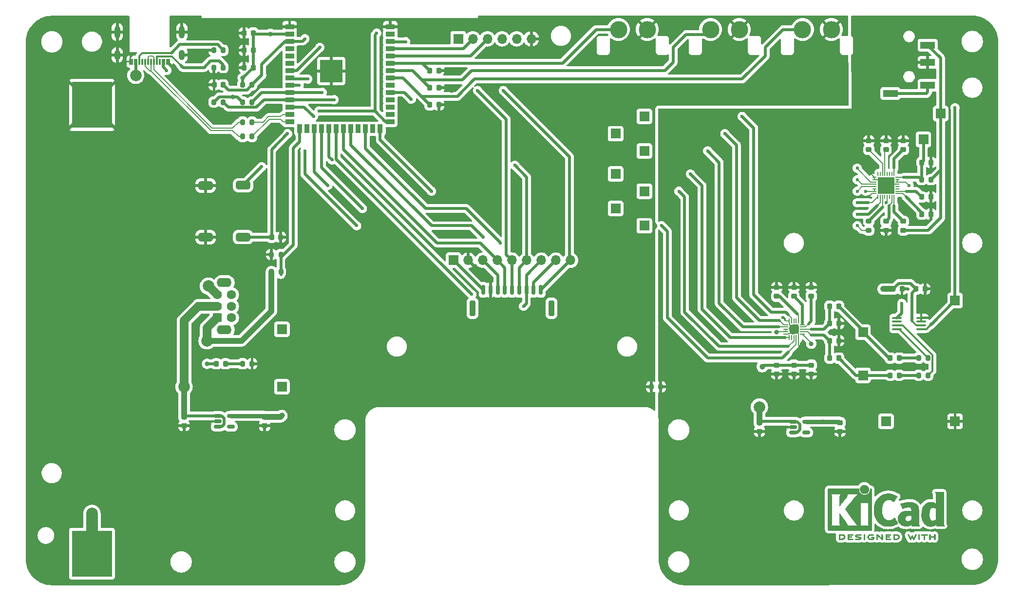
<source format=gbr>
%TF.GenerationSoftware,KiCad,Pcbnew,8.0.6*%
%TF.CreationDate,2024-10-30T23:15:20-04:00*%
%TF.ProjectId,live-caption-badge,6c697665-2d63-4617-9074-696f6e2d6261,rev?*%
%TF.SameCoordinates,Original*%
%TF.FileFunction,Copper,L1,Top*%
%TF.FilePolarity,Positive*%
%FSLAX46Y46*%
G04 Gerber Fmt 4.6, Leading zero omitted, Abs format (unit mm)*
G04 Created by KiCad (PCBNEW 8.0.6) date 2024-10-30 23:15:20*
%MOMM*%
%LPD*%
G01*
G04 APERTURE LIST*
G04 Aperture macros list*
%AMRoundRect*
0 Rectangle with rounded corners*
0 $1 Rounding radius*
0 $2 $3 $4 $5 $6 $7 $8 $9 X,Y pos of 4 corners*
0 Add a 4 corners polygon primitive as box body*
4,1,4,$2,$3,$4,$5,$6,$7,$8,$9,$2,$3,0*
0 Add four circle primitives for the rounded corners*
1,1,$1+$1,$2,$3*
1,1,$1+$1,$4,$5*
1,1,$1+$1,$6,$7*
1,1,$1+$1,$8,$9*
0 Add four rect primitives between the rounded corners*
20,1,$1+$1,$2,$3,$4,$5,0*
20,1,$1+$1,$4,$5,$6,$7,0*
20,1,$1+$1,$6,$7,$8,$9,0*
20,1,$1+$1,$8,$9,$2,$3,0*%
G04 Aperture macros list end*
%TA.AperFunction,EtchedComponent*%
%ADD10C,0.010000*%
%TD*%
%TA.AperFunction,SMDPad,CuDef*%
%ADD11R,7.000000X8.000000*%
%TD*%
%TA.AperFunction,SMDPad,CuDef*%
%ADD12RoundRect,0.200000X-0.200000X-0.275000X0.200000X-0.275000X0.200000X0.275000X-0.200000X0.275000X0*%
%TD*%
%TA.AperFunction,SMDPad,CuDef*%
%ADD13RoundRect,0.200000X0.200000X0.275000X-0.200000X0.275000X-0.200000X-0.275000X0.200000X-0.275000X0*%
%TD*%
%TA.AperFunction,SMDPad,CuDef*%
%ADD14RoundRect,0.250000X-0.250000X-1.100000X0.250000X-1.100000X0.250000X1.100000X-0.250000X1.100000X0*%
%TD*%
%TA.AperFunction,SMDPad,CuDef*%
%ADD15RoundRect,0.150000X-0.150000X-0.700000X0.150000X-0.700000X0.150000X0.700000X-0.150000X0.700000X0*%
%TD*%
%TA.AperFunction,SMDPad,CuDef*%
%ADD16R,0.300000X1.100000*%
%TD*%
%TA.AperFunction,ComponentPad*%
%ADD17O,1.000000X1.800000*%
%TD*%
%TA.AperFunction,ComponentPad*%
%ADD18O,1.000000X2.200000*%
%TD*%
%TA.AperFunction,ComponentPad*%
%ADD19R,1.700000X1.700000*%
%TD*%
%TA.AperFunction,ComponentPad*%
%ADD20O,1.700000X1.700000*%
%TD*%
%TA.AperFunction,SMDPad,CuDef*%
%ADD21RoundRect,0.225000X-0.250000X0.225000X-0.250000X-0.225000X0.250000X-0.225000X0.250000X0.225000X0*%
%TD*%
%TA.AperFunction,SMDPad,CuDef*%
%ADD22RoundRect,0.225000X-0.225000X-0.250000X0.225000X-0.250000X0.225000X0.250000X-0.225000X0.250000X0*%
%TD*%
%TA.AperFunction,SMDPad,CuDef*%
%ADD23RoundRect,0.225000X0.225000X0.250000X-0.225000X0.250000X-0.225000X-0.250000X0.225000X-0.250000X0*%
%TD*%
%TA.AperFunction,ComponentPad*%
%ADD24C,3.000000*%
%TD*%
%TA.AperFunction,SMDPad,CuDef*%
%ADD25RoundRect,0.225000X0.250000X-0.225000X0.250000X0.225000X-0.250000X0.225000X-0.250000X-0.225000X0*%
%TD*%
%TA.AperFunction,SMDPad,CuDef*%
%ADD26RoundRect,0.050000X-0.300000X-0.050000X0.300000X-0.050000X0.300000X0.050000X-0.300000X0.050000X0*%
%TD*%
%TA.AperFunction,SMDPad,CuDef*%
%ADD27RoundRect,0.050000X-0.050000X-0.300000X0.050000X-0.300000X0.050000X0.300000X-0.050000X0.300000X0*%
%TD*%
%TA.AperFunction,HeatsinkPad*%
%ADD28R,2.900000X2.900000*%
%TD*%
%TA.AperFunction,SMDPad,CuDef*%
%ADD29RoundRect,0.100000X-0.712500X-0.100000X0.712500X-0.100000X0.712500X0.100000X-0.712500X0.100000X0*%
%TD*%
%TA.AperFunction,SMDPad,CuDef*%
%ADD30R,2.500000X1.200000*%
%TD*%
%TA.AperFunction,SMDPad,CuDef*%
%ADD31RoundRect,0.050000X-0.375000X-0.050000X0.375000X-0.050000X0.375000X0.050000X-0.375000X0.050000X0*%
%TD*%
%TA.AperFunction,SMDPad,CuDef*%
%ADD32RoundRect,0.050000X-0.050000X-0.375000X0.050000X-0.375000X0.050000X0.375000X-0.050000X0.375000X0*%
%TD*%
%TA.AperFunction,HeatsinkPad*%
%ADD33R,1.650000X1.650000*%
%TD*%
%TA.AperFunction,SMDPad,CuDef*%
%ADD34R,1.500000X0.900000*%
%TD*%
%TA.AperFunction,SMDPad,CuDef*%
%ADD35R,0.900000X1.500000*%
%TD*%
%TA.AperFunction,HeatsinkPad*%
%ADD36C,0.600000*%
%TD*%
%TA.AperFunction,SMDPad,CuDef*%
%ADD37R,3.900000X3.900000*%
%TD*%
%TA.AperFunction,SMDPad,CuDef*%
%ADD38RoundRect,0.375000X-0.875000X-0.375000X0.875000X-0.375000X0.875000X0.375000X-0.875000X0.375000X0*%
%TD*%
%TA.AperFunction,SMDPad,CuDef*%
%ADD39RoundRect,0.362500X-0.887500X-0.362500X0.887500X-0.362500X0.887500X0.362500X-0.887500X0.362500X0*%
%TD*%
%TA.AperFunction,SMDPad,CuDef*%
%ADD40RoundRect,0.218750X0.218750X0.256250X-0.218750X0.256250X-0.218750X-0.256250X0.218750X-0.256250X0*%
%TD*%
%TA.AperFunction,ComponentPad*%
%ADD41C,1.600000*%
%TD*%
%TA.AperFunction,ComponentPad*%
%ADD42RoundRect,0.285714X0.514286X-0.514286X0.514286X0.514286X-0.514286X0.514286X-0.514286X-0.514286X0*%
%TD*%
%TA.AperFunction,WasherPad*%
%ADD43O,2.600000X1.600000*%
%TD*%
%TA.AperFunction,SMDPad,CuDef*%
%ADD44RoundRect,0.150000X-0.512500X-0.150000X0.512500X-0.150000X0.512500X0.150000X-0.512500X0.150000X0*%
%TD*%
%TA.AperFunction,SMDPad,CuDef*%
%ADD45RoundRect,0.200000X0.275000X-0.200000X0.275000X0.200000X-0.275000X0.200000X-0.275000X-0.200000X0*%
%TD*%
%TA.AperFunction,ViaPad*%
%ADD46C,0.600000*%
%TD*%
%TA.AperFunction,ViaPad*%
%ADD47C,0.800000*%
%TD*%
%TA.AperFunction,ViaPad*%
%ADD48C,1.000000*%
%TD*%
%TA.AperFunction,ViaPad*%
%ADD49C,2.000000*%
%TD*%
%TA.AperFunction,Conductor*%
%ADD50C,0.500000*%
%TD*%
%TA.AperFunction,Conductor*%
%ADD51C,1.000000*%
%TD*%
%TA.AperFunction,Conductor*%
%ADD52C,1.500000*%
%TD*%
%TA.AperFunction,Conductor*%
%ADD53C,0.200000*%
%TD*%
%TA.AperFunction,Conductor*%
%ADD54C,0.800000*%
%TD*%
%TA.AperFunction,Conductor*%
%ADD55C,2.000000*%
%TD*%
%TA.AperFunction,Conductor*%
%ADD56C,0.300000*%
%TD*%
G04 APERTURE END LIST*
D10*
%TO.C,REF\u002A\u002A*%
X185751604Y-120615477D02*
X185783174Y-120635142D01*
X185818656Y-120663873D01*
X185818656Y-121091966D01*
X185818543Y-121217190D01*
X185818059Y-121315847D01*
X185816986Y-121391430D01*
X185815108Y-121447433D01*
X185812206Y-121487347D01*
X185808063Y-121514666D01*
X185802462Y-121532881D01*
X185795185Y-121545486D01*
X185790024Y-121551696D01*
X185748168Y-121578980D01*
X185700505Y-121577867D01*
X185658753Y-121554602D01*
X185623271Y-121525871D01*
X185623271Y-120663873D01*
X185658753Y-120635142D01*
X185692998Y-120614242D01*
X185720963Y-120606410D01*
X185751604Y-120615477D01*
%TA.AperFunction,EtchedComponent*%
G36*
X185751604Y-120615477D02*
G01*
X185783174Y-120635142D01*
X185818656Y-120663873D01*
X185818656Y-121091966D01*
X185818543Y-121217190D01*
X185818059Y-121315847D01*
X185816986Y-121391430D01*
X185815108Y-121447433D01*
X185812206Y-121487347D01*
X185808063Y-121514666D01*
X185802462Y-121532881D01*
X185795185Y-121545486D01*
X185790024Y-121551696D01*
X185748168Y-121578980D01*
X185700505Y-121577867D01*
X185658753Y-121554602D01*
X185623271Y-121525871D01*
X185623271Y-120663873D01*
X185658753Y-120635142D01*
X185692998Y-120614242D01*
X185720963Y-120606410D01*
X185751604Y-120615477D01*
G37*
%TD.AperFunction*%
X176282383Y-120636470D02*
X176291145Y-120646552D01*
X176298018Y-120659559D01*
X176303231Y-120678975D01*
X176307012Y-120708284D01*
X176309590Y-120750971D01*
X176311193Y-120810519D01*
X176312051Y-120890414D01*
X176312390Y-120994140D01*
X176312443Y-121094872D01*
X176312350Y-121219816D01*
X176311919Y-121318185D01*
X176310923Y-121393465D01*
X176309131Y-121449138D01*
X176306317Y-121488690D01*
X176302250Y-121515605D01*
X176296704Y-121533367D01*
X176289449Y-121545461D01*
X176282383Y-121553274D01*
X176238444Y-121579476D01*
X176191626Y-121577125D01*
X176149737Y-121548548D01*
X176140112Y-121537391D01*
X176132591Y-121524447D01*
X176126912Y-121506136D01*
X176122819Y-121478882D01*
X176120051Y-121439104D01*
X176118350Y-121383226D01*
X176117457Y-121307668D01*
X176117113Y-121208852D01*
X176117058Y-121096978D01*
X176117058Y-120680192D01*
X176153949Y-120643301D01*
X176199421Y-120612264D01*
X176243530Y-120611145D01*
X176282383Y-120636470D01*
%TA.AperFunction,EtchedComponent*%
G36*
X176282383Y-120636470D02*
G01*
X176291145Y-120646552D01*
X176298018Y-120659559D01*
X176303231Y-120678975D01*
X176307012Y-120708284D01*
X176309590Y-120750971D01*
X176311193Y-120810519D01*
X176312051Y-120890414D01*
X176312390Y-120994140D01*
X176312443Y-121094872D01*
X176312350Y-121219816D01*
X176311919Y-121318185D01*
X176310923Y-121393465D01*
X176309131Y-121449138D01*
X176306317Y-121488690D01*
X176302250Y-121515605D01*
X176296704Y-121533367D01*
X176289449Y-121545461D01*
X176282383Y-121553274D01*
X176238444Y-121579476D01*
X176191626Y-121577125D01*
X176149737Y-121548548D01*
X176140112Y-121537391D01*
X176132591Y-121524447D01*
X176126912Y-121506136D01*
X176122819Y-121478882D01*
X176120051Y-121439104D01*
X176118350Y-121383226D01*
X176117457Y-121307668D01*
X176117113Y-121208852D01*
X176117058Y-121096978D01*
X176117058Y-120680192D01*
X176153949Y-120643301D01*
X176199421Y-120612264D01*
X176243530Y-120611145D01*
X176282383Y-120636470D01*
G37*
%TD.AperFunction*%
X176397682Y-112083933D02*
X176533929Y-112131172D01*
X176660779Y-112205527D01*
X176774067Y-112306987D01*
X176869628Y-112435543D01*
X176912554Y-112516572D01*
X176949705Y-112629908D01*
X176967712Y-112760751D01*
X176965717Y-112895265D01*
X176943577Y-113017158D01*
X176883064Y-113166107D01*
X176795314Y-113295309D01*
X176684788Y-113402223D01*
X176555946Y-113484306D01*
X176413247Y-113539016D01*
X176261151Y-113563810D01*
X176104119Y-113556147D01*
X176026714Y-113539772D01*
X175875859Y-113481089D01*
X175741875Y-113391543D01*
X175627994Y-113273893D01*
X175537448Y-113130902D01*
X175529788Y-113115286D01*
X175503306Y-113056686D01*
X175486678Y-113007334D01*
X175477650Y-112955270D01*
X175473968Y-112888539D01*
X175473357Y-112815929D01*
X175474367Y-112728691D01*
X175478928Y-112665624D01*
X175489334Y-112614636D01*
X175507879Y-112563633D01*
X175530770Y-112513313D01*
X175616154Y-112370470D01*
X175721301Y-112254810D01*
X175842045Y-112166325D01*
X175974221Y-112105005D01*
X176113663Y-112070839D01*
X176256205Y-112063818D01*
X176397682Y-112083933D01*
%TA.AperFunction,EtchedComponent*%
G36*
X176397682Y-112083933D02*
G01*
X176533929Y-112131172D01*
X176660779Y-112205527D01*
X176774067Y-112306987D01*
X176869628Y-112435543D01*
X176912554Y-112516572D01*
X176949705Y-112629908D01*
X176967712Y-112760751D01*
X176965717Y-112895265D01*
X176943577Y-113017158D01*
X176883064Y-113166107D01*
X176795314Y-113295309D01*
X176684788Y-113402223D01*
X176555946Y-113484306D01*
X176413247Y-113539016D01*
X176261151Y-113563810D01*
X176104119Y-113556147D01*
X176026714Y-113539772D01*
X175875859Y-113481089D01*
X175741875Y-113391543D01*
X175627994Y-113273893D01*
X175537448Y-113130902D01*
X175529788Y-113115286D01*
X175503306Y-113056686D01*
X175486678Y-113007334D01*
X175477650Y-112955270D01*
X175473968Y-112888539D01*
X175473357Y-112815929D01*
X175474367Y-112728691D01*
X175478928Y-112665624D01*
X175489334Y-112614636D01*
X175507879Y-112563633D01*
X175530770Y-112513313D01*
X175616154Y-112370470D01*
X175721301Y-112254810D01*
X175842045Y-112166325D01*
X175974221Y-112105005D01*
X176113663Y-112070839D01*
X176256205Y-112063818D01*
X176397682Y-112083933D01*
G37*
%TD.AperFunction*%
X186782677Y-120606539D02*
X186887465Y-120607043D01*
X186968799Y-120608096D01*
X187029980Y-120609876D01*
X187074311Y-120612557D01*
X187105094Y-120616314D01*
X187125631Y-120621325D01*
X187139225Y-120627763D01*
X187145803Y-120632712D01*
X187179944Y-120676029D01*
X187184074Y-120721003D01*
X187162976Y-120761860D01*
X187149179Y-120778186D01*
X187134332Y-120789318D01*
X187112815Y-120796250D01*
X187079008Y-120799977D01*
X187027292Y-120801494D01*
X186952047Y-120801794D01*
X186937269Y-120801795D01*
X186742975Y-120801795D01*
X186742975Y-121162505D01*
X186742847Y-121276201D01*
X186742266Y-121363685D01*
X186740936Y-121428802D01*
X186738560Y-121475398D01*
X186734844Y-121507319D01*
X186729492Y-121528412D01*
X186722207Y-121542523D01*
X186712916Y-121553274D01*
X186669071Y-121579696D01*
X186623300Y-121577614D01*
X186581790Y-121547469D01*
X186578741Y-121543733D01*
X186568812Y-121529610D01*
X186561248Y-121513086D01*
X186555729Y-121490146D01*
X186551933Y-121456773D01*
X186549542Y-121408955D01*
X186548234Y-121342674D01*
X186547691Y-121253918D01*
X186547591Y-121152963D01*
X186547591Y-120801795D01*
X186362050Y-120801795D01*
X186282427Y-120801256D01*
X186227304Y-120799157D01*
X186191132Y-120794771D01*
X186168362Y-120787376D01*
X186153447Y-120776245D01*
X186151636Y-120774310D01*
X186129858Y-120730057D01*
X186131784Y-120680029D01*
X186156821Y-120636470D01*
X186166504Y-120628020D01*
X186178988Y-120621321D01*
X186197603Y-120616169D01*
X186225677Y-120612361D01*
X186266541Y-120609697D01*
X186323522Y-120607972D01*
X186399952Y-120606984D01*
X186499157Y-120606532D01*
X186624469Y-120606412D01*
X186651133Y-120606410D01*
X186782677Y-120606539D01*
%TA.AperFunction,EtchedComponent*%
G36*
X186782677Y-120606539D02*
G01*
X186887465Y-120607043D01*
X186968799Y-120608096D01*
X187029980Y-120609876D01*
X187074311Y-120612557D01*
X187105094Y-120616314D01*
X187125631Y-120621325D01*
X187139225Y-120627763D01*
X187145803Y-120632712D01*
X187179944Y-120676029D01*
X187184074Y-120721003D01*
X187162976Y-120761860D01*
X187149179Y-120778186D01*
X187134332Y-120789318D01*
X187112815Y-120796250D01*
X187079008Y-120799977D01*
X187027292Y-120801494D01*
X186952047Y-120801794D01*
X186937269Y-120801795D01*
X186742975Y-120801795D01*
X186742975Y-121162505D01*
X186742847Y-121276201D01*
X186742266Y-121363685D01*
X186740936Y-121428802D01*
X186738560Y-121475398D01*
X186734844Y-121507319D01*
X186729492Y-121528412D01*
X186722207Y-121542523D01*
X186712916Y-121553274D01*
X186669071Y-121579696D01*
X186623300Y-121577614D01*
X186581790Y-121547469D01*
X186578741Y-121543733D01*
X186568812Y-121529610D01*
X186561248Y-121513086D01*
X186555729Y-121490146D01*
X186551933Y-121456773D01*
X186549542Y-121408955D01*
X186548234Y-121342674D01*
X186547691Y-121253918D01*
X186547591Y-121152963D01*
X186547591Y-120801795D01*
X186362050Y-120801795D01*
X186282427Y-120801256D01*
X186227304Y-120799157D01*
X186191132Y-120794771D01*
X186168362Y-120787376D01*
X186153447Y-120776245D01*
X186151636Y-120774310D01*
X186129858Y-120730057D01*
X186131784Y-120680029D01*
X186156821Y-120636470D01*
X186166504Y-120628020D01*
X186178988Y-120621321D01*
X186197603Y-120616169D01*
X186225677Y-120612361D01*
X186266541Y-120609697D01*
X186323522Y-120607972D01*
X186399952Y-120606984D01*
X186499157Y-120606532D01*
X186624469Y-120606412D01*
X186651133Y-120606410D01*
X186782677Y-120606539D01*
G37*
%TD.AperFunction*%
X188467859Y-120613688D02*
X188509635Y-120643301D01*
X188546525Y-120680192D01*
X188546525Y-121092162D01*
X188546429Y-121214486D01*
X188545972Y-121310398D01*
X188544903Y-121383544D01*
X188542971Y-121437570D01*
X188539923Y-121476123D01*
X188535509Y-121502848D01*
X188529476Y-121521394D01*
X188521574Y-121535405D01*
X188515375Y-121543733D01*
X188474461Y-121576449D01*
X188427482Y-121580000D01*
X188384544Y-121559937D01*
X188370356Y-121548092D01*
X188360872Y-121532358D01*
X188355151Y-121507022D01*
X188352253Y-121466370D01*
X188351238Y-121404688D01*
X188351141Y-121357038D01*
X188351141Y-121177535D01*
X187689839Y-121177535D01*
X187689839Y-121340833D01*
X187689155Y-121415505D01*
X187686419Y-121466824D01*
X187680604Y-121501477D01*
X187670684Y-121526155D01*
X187658689Y-121543733D01*
X187617546Y-121576357D01*
X187571017Y-121580220D01*
X187526473Y-121557032D01*
X187514312Y-121544876D01*
X187505723Y-121528761D01*
X187500058Y-121503660D01*
X187496669Y-121464544D01*
X187494908Y-121406386D01*
X187494128Y-121324158D01*
X187494036Y-121305286D01*
X187493392Y-121150357D01*
X187493060Y-121022674D01*
X187493168Y-120919427D01*
X187493845Y-120837803D01*
X187495218Y-120774992D01*
X187497416Y-120728181D01*
X187500566Y-120694559D01*
X187504798Y-120671315D01*
X187510238Y-120655636D01*
X187517015Y-120644711D01*
X187524514Y-120636470D01*
X187566933Y-120610107D01*
X187611172Y-120613688D01*
X187652948Y-120643301D01*
X187669853Y-120662407D01*
X187680629Y-120683511D01*
X187686641Y-120713568D01*
X187689256Y-120759533D01*
X187689839Y-120828360D01*
X187689839Y-120982150D01*
X188351141Y-120982150D01*
X188351141Y-120824339D01*
X188351816Y-120751636D01*
X188354526Y-120702545D01*
X188360301Y-120670636D01*
X188370169Y-120649478D01*
X188381200Y-120636470D01*
X188423619Y-120610107D01*
X188467859Y-120613688D01*
%TA.AperFunction,EtchedComponent*%
G36*
X188467859Y-120613688D02*
G01*
X188509635Y-120643301D01*
X188546525Y-120680192D01*
X188546525Y-121092162D01*
X188546429Y-121214486D01*
X188545972Y-121310398D01*
X188544903Y-121383544D01*
X188542971Y-121437570D01*
X188539923Y-121476123D01*
X188535509Y-121502848D01*
X188529476Y-121521394D01*
X188521574Y-121535405D01*
X188515375Y-121543733D01*
X188474461Y-121576449D01*
X188427482Y-121580000D01*
X188384544Y-121559937D01*
X188370356Y-121548092D01*
X188360872Y-121532358D01*
X188355151Y-121507022D01*
X188352253Y-121466370D01*
X188351238Y-121404688D01*
X188351141Y-121357038D01*
X188351141Y-121177535D01*
X187689839Y-121177535D01*
X187689839Y-121340833D01*
X187689155Y-121415505D01*
X187686419Y-121466824D01*
X187680604Y-121501477D01*
X187670684Y-121526155D01*
X187658689Y-121543733D01*
X187617546Y-121576357D01*
X187571017Y-121580220D01*
X187526473Y-121557032D01*
X187514312Y-121544876D01*
X187505723Y-121528761D01*
X187500058Y-121503660D01*
X187496669Y-121464544D01*
X187494908Y-121406386D01*
X187494128Y-121324158D01*
X187494036Y-121305286D01*
X187493392Y-121150357D01*
X187493060Y-121022674D01*
X187493168Y-120919427D01*
X187493845Y-120837803D01*
X187495218Y-120774992D01*
X187497416Y-120728181D01*
X187500566Y-120694559D01*
X187504798Y-120671315D01*
X187510238Y-120655636D01*
X187517015Y-120644711D01*
X187524514Y-120636470D01*
X187566933Y-120610107D01*
X187611172Y-120613688D01*
X187652948Y-120643301D01*
X187669853Y-120662407D01*
X187680629Y-120683511D01*
X187686641Y-120713568D01*
X187689256Y-120759533D01*
X187689839Y-120828360D01*
X187689839Y-120982150D01*
X188351141Y-120982150D01*
X188351141Y-120824339D01*
X188351816Y-120751636D01*
X188354526Y-120702545D01*
X188360301Y-120670636D01*
X188370169Y-120649478D01*
X188381200Y-120636470D01*
X188423619Y-120610107D01*
X188467859Y-120613688D01*
G37*
%TD.AperFunction*%
X181530783Y-120606687D02*
X181702501Y-120612493D01*
X181848555Y-120630101D01*
X181971353Y-120660563D01*
X182073303Y-120704935D01*
X182156814Y-120764271D01*
X182224293Y-120839624D01*
X182278149Y-120932050D01*
X182279208Y-120934304D01*
X182311349Y-121017024D01*
X182322801Y-121090284D01*
X182313520Y-121164012D01*
X182283461Y-121248135D01*
X182277761Y-121260937D01*
X182238885Y-121335862D01*
X182195195Y-121393757D01*
X182138806Y-121442972D01*
X182061838Y-121491857D01*
X182057366Y-121494409D01*
X181990363Y-121526595D01*
X181914631Y-121550632D01*
X181825304Y-121567351D01*
X181717515Y-121577579D01*
X181586398Y-121582146D01*
X181540072Y-121582543D01*
X181319476Y-121583334D01*
X181288326Y-121543733D01*
X181279086Y-121530711D01*
X181271878Y-121515504D01*
X181266450Y-121494466D01*
X181262551Y-121463950D01*
X181259929Y-121420311D01*
X181259074Y-121387949D01*
X181258332Y-121359900D01*
X181257510Y-121279072D01*
X181257210Y-121174181D01*
X181257176Y-121092162D01*
X181257176Y-120801795D01*
X181467591Y-120801795D01*
X181467591Y-121387949D01*
X181592582Y-121387949D01*
X181665723Y-121385810D01*
X181740807Y-121380181D01*
X181802430Y-121372243D01*
X181806149Y-121371575D01*
X181915599Y-121342212D01*
X182000494Y-121298097D01*
X182063518Y-121237183D01*
X182107360Y-121157424D01*
X182114983Y-121136284D01*
X182122456Y-121103362D01*
X182119221Y-121070836D01*
X182103479Y-121027564D01*
X182093990Y-121006307D01*
X182062917Y-120949820D01*
X182025479Y-120910191D01*
X181984287Y-120882594D01*
X181901776Y-120846682D01*
X181796179Y-120820668D01*
X181673164Y-120805688D01*
X181584070Y-120802392D01*
X181467591Y-120801795D01*
X181257176Y-120801795D01*
X181257176Y-120680192D01*
X181294067Y-120643301D01*
X181310440Y-120628348D01*
X181328143Y-120618108D01*
X181352865Y-120611701D01*
X181390294Y-120608247D01*
X181446119Y-120606867D01*
X181526028Y-120606681D01*
X181530783Y-120606687D01*
%TA.AperFunction,EtchedComponent*%
G36*
X181530783Y-120606687D02*
G01*
X181702501Y-120612493D01*
X181848555Y-120630101D01*
X181971353Y-120660563D01*
X182073303Y-120704935D01*
X182156814Y-120764271D01*
X182224293Y-120839624D01*
X182278149Y-120932050D01*
X182279208Y-120934304D01*
X182311349Y-121017024D01*
X182322801Y-121090284D01*
X182313520Y-121164012D01*
X182283461Y-121248135D01*
X182277761Y-121260937D01*
X182238885Y-121335862D01*
X182195195Y-121393757D01*
X182138806Y-121442972D01*
X182061838Y-121491857D01*
X182057366Y-121494409D01*
X181990363Y-121526595D01*
X181914631Y-121550632D01*
X181825304Y-121567351D01*
X181717515Y-121577579D01*
X181586398Y-121582146D01*
X181540072Y-121582543D01*
X181319476Y-121583334D01*
X181288326Y-121543733D01*
X181279086Y-121530711D01*
X181271878Y-121515504D01*
X181266450Y-121494466D01*
X181262551Y-121463950D01*
X181259929Y-121420311D01*
X181259074Y-121387949D01*
X181258332Y-121359900D01*
X181257510Y-121279072D01*
X181257210Y-121174181D01*
X181257176Y-121092162D01*
X181257176Y-120801795D01*
X181467591Y-120801795D01*
X181467591Y-121387949D01*
X181592582Y-121387949D01*
X181665723Y-121385810D01*
X181740807Y-121380181D01*
X181802430Y-121372243D01*
X181806149Y-121371575D01*
X181915599Y-121342212D01*
X182000494Y-121298097D01*
X182063518Y-121237183D01*
X182107360Y-121157424D01*
X182114983Y-121136284D01*
X182122456Y-121103362D01*
X182119221Y-121070836D01*
X182103479Y-121027564D01*
X182093990Y-121006307D01*
X182062917Y-120949820D01*
X182025479Y-120910191D01*
X181984287Y-120882594D01*
X181901776Y-120846682D01*
X181796179Y-120820668D01*
X181673164Y-120805688D01*
X181584070Y-120802392D01*
X181467591Y-120801795D01*
X181257176Y-120801795D01*
X181257176Y-120680192D01*
X181294067Y-120643301D01*
X181310440Y-120628348D01*
X181328143Y-120618108D01*
X181352865Y-120611701D01*
X181390294Y-120608247D01*
X181446119Y-120606867D01*
X181526028Y-120606681D01*
X181530783Y-120606687D01*
G37*
%TD.AperFunction*%
X172025292Y-120606409D02*
X172077857Y-120606944D01*
X172231881Y-120610660D01*
X172360875Y-120621699D01*
X172469237Y-120641246D01*
X172561362Y-120670483D01*
X172641647Y-120710597D01*
X172714488Y-120762769D01*
X172740505Y-120785433D01*
X172783663Y-120838462D01*
X172822579Y-120910421D01*
X172852573Y-120990184D01*
X172868965Y-121066625D01*
X172870668Y-121094872D01*
X172859995Y-121173174D01*
X172831393Y-121258705D01*
X172789989Y-121339663D01*
X172740905Y-121404246D01*
X172732933Y-121412038D01*
X172665400Y-121466808D01*
X172591448Y-121509563D01*
X172506812Y-121541423D01*
X172407229Y-121563508D01*
X172288434Y-121576938D01*
X172146166Y-121582834D01*
X172081000Y-121583334D01*
X171998145Y-121582935D01*
X171939877Y-121581266D01*
X171900730Y-121577622D01*
X171875237Y-121571293D01*
X171857932Y-121561574D01*
X171848656Y-121553274D01*
X171839894Y-121543192D01*
X171833021Y-121530185D01*
X171827808Y-121510769D01*
X171824027Y-121481460D01*
X171821449Y-121438773D01*
X171820081Y-121387949D01*
X172013981Y-121387949D01*
X172137975Y-121387835D01*
X172212585Y-121385696D01*
X172290728Y-121380183D01*
X172355926Y-121372472D01*
X172357910Y-121372155D01*
X172463283Y-121346678D01*
X172545014Y-121307000D01*
X172607184Y-121250538D01*
X172646686Y-121189406D01*
X172671026Y-121121593D01*
X172669139Y-121057919D01*
X172640891Y-120989665D01*
X172585638Y-120919056D01*
X172509073Y-120866735D01*
X172409551Y-120831763D01*
X172343039Y-120819386D01*
X172267539Y-120810694D01*
X172187521Y-120804404D01*
X172119462Y-120801788D01*
X172115431Y-120801776D01*
X172013981Y-120801795D01*
X172013981Y-121387949D01*
X171820081Y-121387949D01*
X171819846Y-121379225D01*
X171818989Y-121299330D01*
X171818649Y-121195605D01*
X171818597Y-121094872D01*
X171818266Y-120960519D01*
X171818338Y-120853192D01*
X171819616Y-120801795D01*
X171820410Y-120769881D01*
X171826085Y-120707579D01*
X171836959Y-120663275D01*
X171854632Y-120633960D01*
X171880703Y-120616625D01*
X171916771Y-120608261D01*
X171964434Y-120605859D01*
X172025292Y-120606409D01*
%TA.AperFunction,EtchedComponent*%
G36*
X172025292Y-120606409D02*
G01*
X172077857Y-120606944D01*
X172231881Y-120610660D01*
X172360875Y-120621699D01*
X172469237Y-120641246D01*
X172561362Y-120670483D01*
X172641647Y-120710597D01*
X172714488Y-120762769D01*
X172740505Y-120785433D01*
X172783663Y-120838462D01*
X172822579Y-120910421D01*
X172852573Y-120990184D01*
X172868965Y-121066625D01*
X172870668Y-121094872D01*
X172859995Y-121173174D01*
X172831393Y-121258705D01*
X172789989Y-121339663D01*
X172740905Y-121404246D01*
X172732933Y-121412038D01*
X172665400Y-121466808D01*
X172591448Y-121509563D01*
X172506812Y-121541423D01*
X172407229Y-121563508D01*
X172288434Y-121576938D01*
X172146166Y-121582834D01*
X172081000Y-121583334D01*
X171998145Y-121582935D01*
X171939877Y-121581266D01*
X171900730Y-121577622D01*
X171875237Y-121571293D01*
X171857932Y-121561574D01*
X171848656Y-121553274D01*
X171839894Y-121543192D01*
X171833021Y-121530185D01*
X171827808Y-121510769D01*
X171824027Y-121481460D01*
X171821449Y-121438773D01*
X171820081Y-121387949D01*
X172013981Y-121387949D01*
X172137975Y-121387835D01*
X172212585Y-121385696D01*
X172290728Y-121380183D01*
X172355926Y-121372472D01*
X172357910Y-121372155D01*
X172463283Y-121346678D01*
X172545014Y-121307000D01*
X172607184Y-121250538D01*
X172646686Y-121189406D01*
X172671026Y-121121593D01*
X172669139Y-121057919D01*
X172640891Y-120989665D01*
X172585638Y-120919056D01*
X172509073Y-120866735D01*
X172409551Y-120831763D01*
X172343039Y-120819386D01*
X172267539Y-120810694D01*
X172187521Y-120804404D01*
X172119462Y-120801788D01*
X172115431Y-120801776D01*
X172013981Y-120801795D01*
X172013981Y-121387949D01*
X171820081Y-121387949D01*
X171819846Y-121379225D01*
X171818989Y-121299330D01*
X171818649Y-121195605D01*
X171818597Y-121094872D01*
X171818266Y-120960519D01*
X171818338Y-120853192D01*
X171819616Y-120801795D01*
X171820410Y-120769881D01*
X171826085Y-120707579D01*
X171836959Y-120663275D01*
X171854632Y-120633960D01*
X171880703Y-120616625D01*
X171916771Y-120608261D01*
X171964434Y-120605859D01*
X172025292Y-120606409D01*
G37*
%TD.AperFunction*%
X178444126Y-120612244D02*
X178475501Y-120630649D01*
X178516524Y-120660749D01*
X178569322Y-120703960D01*
X178636021Y-120761702D01*
X178718747Y-120835392D01*
X178819626Y-120926448D01*
X178935105Y-121031138D01*
X179175579Y-121249207D01*
X179183094Y-120956508D01*
X179185807Y-120855754D01*
X179188424Y-120780722D01*
X179191526Y-120727084D01*
X179195690Y-120690510D01*
X179201495Y-120666671D01*
X179209522Y-120651238D01*
X179220349Y-120639882D01*
X179226090Y-120635110D01*
X179272063Y-120609877D01*
X179315809Y-120613566D01*
X179350511Y-120635123D01*
X179385993Y-120663835D01*
X179390406Y-121083150D01*
X179391627Y-121206471D01*
X179392249Y-121303348D01*
X179392056Y-121377394D01*
X179390832Y-121432221D01*
X179388362Y-121471443D01*
X179384432Y-121498673D01*
X179378826Y-121517523D01*
X179371328Y-121531605D01*
X179363013Y-121542899D01*
X179345024Y-121563846D01*
X179327125Y-121577731D01*
X179306834Y-121583060D01*
X179281668Y-121578340D01*
X179249146Y-121562077D01*
X179206783Y-121532777D01*
X179152098Y-121488946D01*
X179082609Y-121429091D01*
X178995831Y-121351718D01*
X178897531Y-121262814D01*
X178544336Y-120942435D01*
X178536821Y-121234177D01*
X178534103Y-121334747D01*
X178531479Y-121409604D01*
X178528367Y-121463084D01*
X178524184Y-121499526D01*
X178518349Y-121523268D01*
X178510280Y-121538646D01*
X178499395Y-121550000D01*
X178493825Y-121554626D01*
X178444590Y-121580042D01*
X178398069Y-121576209D01*
X178357557Y-121543733D01*
X178348290Y-121530667D01*
X178341067Y-121515409D01*
X178335634Y-121494296D01*
X178331738Y-121463669D01*
X178329125Y-121419866D01*
X178327539Y-121359227D01*
X178326728Y-121278091D01*
X178326438Y-121172797D01*
X178326407Y-121094872D01*
X178326505Y-120972988D01*
X178326967Y-120877503D01*
X178328049Y-120804755D01*
X178330003Y-120751083D01*
X178333084Y-120712827D01*
X178337546Y-120686327D01*
X178343643Y-120667920D01*
X178351629Y-120653948D01*
X178357557Y-120646011D01*
X178372584Y-120627212D01*
X178386628Y-120613017D01*
X178401816Y-120604846D01*
X178420273Y-120604116D01*
X178444126Y-120612244D01*
%TA.AperFunction,EtchedComponent*%
G36*
X178444126Y-120612244D02*
G01*
X178475501Y-120630649D01*
X178516524Y-120660749D01*
X178569322Y-120703960D01*
X178636021Y-120761702D01*
X178718747Y-120835392D01*
X178819626Y-120926448D01*
X178935105Y-121031138D01*
X179175579Y-121249207D01*
X179183094Y-120956508D01*
X179185807Y-120855754D01*
X179188424Y-120780722D01*
X179191526Y-120727084D01*
X179195690Y-120690510D01*
X179201495Y-120666671D01*
X179209522Y-120651238D01*
X179220349Y-120639882D01*
X179226090Y-120635110D01*
X179272063Y-120609877D01*
X179315809Y-120613566D01*
X179350511Y-120635123D01*
X179385993Y-120663835D01*
X179390406Y-121083150D01*
X179391627Y-121206471D01*
X179392249Y-121303348D01*
X179392056Y-121377394D01*
X179390832Y-121432221D01*
X179388362Y-121471443D01*
X179384432Y-121498673D01*
X179378826Y-121517523D01*
X179371328Y-121531605D01*
X179363013Y-121542899D01*
X179345024Y-121563846D01*
X179327125Y-121577731D01*
X179306834Y-121583060D01*
X179281668Y-121578340D01*
X179249146Y-121562077D01*
X179206783Y-121532777D01*
X179152098Y-121488946D01*
X179082609Y-121429091D01*
X178995831Y-121351718D01*
X178897531Y-121262814D01*
X178544336Y-120942435D01*
X178536821Y-121234177D01*
X178534103Y-121334747D01*
X178531479Y-121409604D01*
X178528367Y-121463084D01*
X178524184Y-121499526D01*
X178518349Y-121523268D01*
X178510280Y-121538646D01*
X178499395Y-121550000D01*
X178493825Y-121554626D01*
X178444590Y-121580042D01*
X178398069Y-121576209D01*
X178357557Y-121543733D01*
X178348290Y-121530667D01*
X178341067Y-121515409D01*
X178335634Y-121494296D01*
X178331738Y-121463669D01*
X178329125Y-121419866D01*
X178327539Y-121359227D01*
X178326728Y-121278091D01*
X178326438Y-121172797D01*
X178326407Y-121094872D01*
X178326505Y-120972988D01*
X178326967Y-120877503D01*
X178328049Y-120804755D01*
X178330003Y-120751083D01*
X178333084Y-120712827D01*
X178337546Y-120686327D01*
X178343643Y-120667920D01*
X178351629Y-120653948D01*
X178357557Y-120646011D01*
X178372584Y-120627212D01*
X178386628Y-120613017D01*
X178401816Y-120604846D01*
X178420273Y-120604116D01*
X178444126Y-120612244D01*
G37*
%TD.AperFunction*%
X177578784Y-120613776D02*
X177670005Y-120629082D01*
X177740064Y-120652875D01*
X177785642Y-120684204D01*
X177798062Y-120702078D01*
X177810692Y-120743649D01*
X177802193Y-120781256D01*
X177775361Y-120816919D01*
X177733670Y-120833603D01*
X177673176Y-120832248D01*
X177626387Y-120823209D01*
X177522418Y-120805987D01*
X177416166Y-120804351D01*
X177297237Y-120818329D01*
X177264386Y-120824252D01*
X177153801Y-120855431D01*
X177067287Y-120901810D01*
X177005793Y-120962599D01*
X176970268Y-121037008D01*
X176962921Y-121075478D01*
X176967730Y-121153527D01*
X176998780Y-121222581D01*
X177053240Y-121281293D01*
X177128282Y-121328317D01*
X177221076Y-121362307D01*
X177328794Y-121381918D01*
X177448605Y-121385805D01*
X177577681Y-121372620D01*
X177584969Y-121371376D01*
X177636308Y-121361814D01*
X177664774Y-121352578D01*
X177677112Y-121338873D01*
X177680068Y-121315906D01*
X177680135Y-121303743D01*
X177680135Y-121252683D01*
X177588969Y-121252683D01*
X177508464Y-121247168D01*
X177453525Y-121229594D01*
X177421560Y-121198417D01*
X177409974Y-121152094D01*
X177409833Y-121146048D01*
X177416611Y-121106453D01*
X177439855Y-121078181D01*
X177483116Y-121059471D01*
X177549945Y-121048564D01*
X177614676Y-121044554D01*
X177708759Y-121042253D01*
X177777002Y-121045764D01*
X177823545Y-121058719D01*
X177852528Y-121084750D01*
X177868091Y-121127491D01*
X177874375Y-121190574D01*
X177875520Y-121273428D01*
X177873644Y-121365910D01*
X177868000Y-121428818D01*
X177858564Y-121462403D01*
X177856733Y-121465033D01*
X177804921Y-121506998D01*
X177728956Y-121540232D01*
X177633654Y-121564023D01*
X177523830Y-121577663D01*
X177404300Y-121580442D01*
X177279880Y-121571649D01*
X177206703Y-121560849D01*
X177091926Y-121528362D01*
X176985250Y-121475250D01*
X176895935Y-121406319D01*
X176882360Y-121392542D01*
X176838254Y-121334622D01*
X176798457Y-121262840D01*
X176767619Y-121187583D01*
X176750389Y-121119241D01*
X176748312Y-121092993D01*
X176757153Y-121038241D01*
X176780651Y-120970119D01*
X176814297Y-120898414D01*
X176853582Y-120832913D01*
X176888291Y-120789162D01*
X176969443Y-120724083D01*
X177074348Y-120672285D01*
X177199246Y-120634938D01*
X177340379Y-120613217D01*
X177469721Y-120607909D01*
X177578784Y-120613776D01*
%TA.AperFunction,EtchedComponent*%
G36*
X177578784Y-120613776D02*
G01*
X177670005Y-120629082D01*
X177740064Y-120652875D01*
X177785642Y-120684204D01*
X177798062Y-120702078D01*
X177810692Y-120743649D01*
X177802193Y-120781256D01*
X177775361Y-120816919D01*
X177733670Y-120833603D01*
X177673176Y-120832248D01*
X177626387Y-120823209D01*
X177522418Y-120805987D01*
X177416166Y-120804351D01*
X177297237Y-120818329D01*
X177264386Y-120824252D01*
X177153801Y-120855431D01*
X177067287Y-120901810D01*
X177005793Y-120962599D01*
X176970268Y-121037008D01*
X176962921Y-121075478D01*
X176967730Y-121153527D01*
X176998780Y-121222581D01*
X177053240Y-121281293D01*
X177128282Y-121328317D01*
X177221076Y-121362307D01*
X177328794Y-121381918D01*
X177448605Y-121385805D01*
X177577681Y-121372620D01*
X177584969Y-121371376D01*
X177636308Y-121361814D01*
X177664774Y-121352578D01*
X177677112Y-121338873D01*
X177680068Y-121315906D01*
X177680135Y-121303743D01*
X177680135Y-121252683D01*
X177588969Y-121252683D01*
X177508464Y-121247168D01*
X177453525Y-121229594D01*
X177421560Y-121198417D01*
X177409974Y-121152094D01*
X177409833Y-121146048D01*
X177416611Y-121106453D01*
X177439855Y-121078181D01*
X177483116Y-121059471D01*
X177549945Y-121048564D01*
X177614676Y-121044554D01*
X177708759Y-121042253D01*
X177777002Y-121045764D01*
X177823545Y-121058719D01*
X177852528Y-121084750D01*
X177868091Y-121127491D01*
X177874375Y-121190574D01*
X177875520Y-121273428D01*
X177873644Y-121365910D01*
X177868000Y-121428818D01*
X177858564Y-121462403D01*
X177856733Y-121465033D01*
X177804921Y-121506998D01*
X177728956Y-121540232D01*
X177633654Y-121564023D01*
X177523830Y-121577663D01*
X177404300Y-121580442D01*
X177279880Y-121571649D01*
X177206703Y-121560849D01*
X177091926Y-121528362D01*
X176985250Y-121475250D01*
X176895935Y-121406319D01*
X176882360Y-121392542D01*
X176838254Y-121334622D01*
X176798457Y-121262840D01*
X176767619Y-121187583D01*
X176750389Y-121119241D01*
X176748312Y-121092993D01*
X176757153Y-121038241D01*
X176780651Y-120970119D01*
X176814297Y-120898414D01*
X176853582Y-120832913D01*
X176888291Y-120789162D01*
X176969443Y-120724083D01*
X177074348Y-120672285D01*
X177199246Y-120634938D01*
X177340379Y-120613217D01*
X177469721Y-120607909D01*
X177578784Y-120613776D01*
G37*
%TD.AperFunction*%
X180481716Y-120606667D02*
X180583377Y-120607884D01*
X180661282Y-120610730D01*
X180718581Y-120615874D01*
X180758427Y-120623984D01*
X180783968Y-120635731D01*
X180798357Y-120651782D01*
X180804745Y-120672808D01*
X180806281Y-120699476D01*
X180806289Y-120702626D01*
X180804955Y-120732790D01*
X180798651Y-120756103D01*
X180783922Y-120773506D01*
X180757315Y-120785940D01*
X180715374Y-120794345D01*
X180654646Y-120799665D01*
X180571676Y-120802839D01*
X180463011Y-120804809D01*
X180429705Y-120805245D01*
X180107413Y-120809310D01*
X180102906Y-120895730D01*
X180098398Y-120982150D01*
X180322263Y-120982150D01*
X180409721Y-120982473D01*
X180472169Y-120983837D01*
X180514654Y-120986839D01*
X180542223Y-120992073D01*
X180559922Y-121000135D01*
X180572797Y-121011620D01*
X180572880Y-121011711D01*
X180596230Y-121056471D01*
X180595386Y-121104847D01*
X180570879Y-121146086D01*
X180566029Y-121150325D01*
X180548815Y-121161249D01*
X180525226Y-121168849D01*
X180490007Y-121173697D01*
X180437900Y-121176366D01*
X180363650Y-121177428D01*
X180316162Y-121177535D01*
X180099898Y-121177535D01*
X180099898Y-121387949D01*
X180428220Y-121387949D01*
X180536618Y-121388139D01*
X180618935Y-121388914D01*
X180679149Y-121390584D01*
X180721235Y-121393458D01*
X180749171Y-121397847D01*
X180766934Y-121404059D01*
X180778500Y-121412404D01*
X180781415Y-121415434D01*
X180802936Y-121457434D01*
X180804510Y-121505214D01*
X180786855Y-121546642D01*
X180772885Y-121559937D01*
X180758354Y-121567256D01*
X180735838Y-121572919D01*
X180701776Y-121577123D01*
X180652607Y-121580068D01*
X180584768Y-121581951D01*
X180494698Y-121582970D01*
X180378837Y-121583325D01*
X180352643Y-121583334D01*
X180234839Y-121583256D01*
X180143396Y-121582831D01*
X180074614Y-121581766D01*
X180024796Y-121579769D01*
X179990240Y-121576550D01*
X179967250Y-121571816D01*
X179952126Y-121565277D01*
X179941169Y-121556641D01*
X179935158Y-121550440D01*
X179926110Y-121539457D01*
X179919042Y-121525852D01*
X179913709Y-121506056D01*
X179909868Y-121476502D01*
X179907275Y-121433621D01*
X179905687Y-121373845D01*
X179904861Y-121293607D01*
X179904552Y-121189339D01*
X179904514Y-121101580D01*
X179904608Y-120978608D01*
X179905057Y-120882069D01*
X179906108Y-120808339D01*
X179908010Y-120753790D01*
X179911009Y-120714799D01*
X179915355Y-120687739D01*
X179921294Y-120668984D01*
X179929075Y-120654910D01*
X179935664Y-120646011D01*
X179966814Y-120606410D01*
X180353148Y-120606410D01*
X180481716Y-120606667D01*
%TA.AperFunction,EtchedComponent*%
G36*
X180481716Y-120606667D02*
G01*
X180583377Y-120607884D01*
X180661282Y-120610730D01*
X180718581Y-120615874D01*
X180758427Y-120623984D01*
X180783968Y-120635731D01*
X180798357Y-120651782D01*
X180804745Y-120672808D01*
X180806281Y-120699476D01*
X180806289Y-120702626D01*
X180804955Y-120732790D01*
X180798651Y-120756103D01*
X180783922Y-120773506D01*
X180757315Y-120785940D01*
X180715374Y-120794345D01*
X180654646Y-120799665D01*
X180571676Y-120802839D01*
X180463011Y-120804809D01*
X180429705Y-120805245D01*
X180107413Y-120809310D01*
X180102906Y-120895730D01*
X180098398Y-120982150D01*
X180322263Y-120982150D01*
X180409721Y-120982473D01*
X180472169Y-120983837D01*
X180514654Y-120986839D01*
X180542223Y-120992073D01*
X180559922Y-121000135D01*
X180572797Y-121011620D01*
X180572880Y-121011711D01*
X180596230Y-121056471D01*
X180595386Y-121104847D01*
X180570879Y-121146086D01*
X180566029Y-121150325D01*
X180548815Y-121161249D01*
X180525226Y-121168849D01*
X180490007Y-121173697D01*
X180437900Y-121176366D01*
X180363650Y-121177428D01*
X180316162Y-121177535D01*
X180099898Y-121177535D01*
X180099898Y-121387949D01*
X180428220Y-121387949D01*
X180536618Y-121388139D01*
X180618935Y-121388914D01*
X180679149Y-121390584D01*
X180721235Y-121393458D01*
X180749171Y-121397847D01*
X180766934Y-121404059D01*
X180778500Y-121412404D01*
X180781415Y-121415434D01*
X180802936Y-121457434D01*
X180804510Y-121505214D01*
X180786855Y-121546642D01*
X180772885Y-121559937D01*
X180758354Y-121567256D01*
X180735838Y-121572919D01*
X180701776Y-121577123D01*
X180652607Y-121580068D01*
X180584768Y-121581951D01*
X180494698Y-121582970D01*
X180378837Y-121583325D01*
X180352643Y-121583334D01*
X180234839Y-121583256D01*
X180143396Y-121582831D01*
X180074614Y-121581766D01*
X180024796Y-121579769D01*
X179990240Y-121576550D01*
X179967250Y-121571816D01*
X179952126Y-121565277D01*
X179941169Y-121556641D01*
X179935158Y-121550440D01*
X179926110Y-121539457D01*
X179919042Y-121525852D01*
X179913709Y-121506056D01*
X179909868Y-121476502D01*
X179907275Y-121433621D01*
X179905687Y-121373845D01*
X179904861Y-121293607D01*
X179904552Y-121189339D01*
X179904514Y-121101580D01*
X179904608Y-120978608D01*
X179905057Y-120882069D01*
X179906108Y-120808339D01*
X179908010Y-120753790D01*
X179911009Y-120714799D01*
X179915355Y-120687739D01*
X179921294Y-120668984D01*
X179929075Y-120654910D01*
X179935664Y-120646011D01*
X179966814Y-120606410D01*
X180353148Y-120606410D01*
X180481716Y-120606667D01*
G37*
%TD.AperFunction*%
X173900616Y-120606516D02*
X173993024Y-120607012D01*
X174062773Y-120608165D01*
X174113563Y-120610244D01*
X174149095Y-120613515D01*
X174173068Y-120618247D01*
X174189182Y-120624707D01*
X174201137Y-120633163D01*
X174205467Y-120637055D01*
X174231795Y-120678404D01*
X174236535Y-120725916D01*
X174219216Y-120768095D01*
X174211207Y-120776620D01*
X174198254Y-120784885D01*
X174177398Y-120791261D01*
X174144770Y-120796059D01*
X174096504Y-120799588D01*
X174028732Y-120802158D01*
X173937586Y-120804081D01*
X173854255Y-120805251D01*
X173524454Y-120809310D01*
X173515440Y-120982150D01*
X173739304Y-120982150D01*
X173836492Y-120982989D01*
X173907643Y-120986496D01*
X173956755Y-120994159D01*
X173987829Y-121007467D01*
X174004862Y-121027905D01*
X174011854Y-121056963D01*
X174012916Y-121083931D01*
X174009616Y-121117021D01*
X173997163Y-121141404D01*
X173971726Y-121158353D01*
X173929475Y-121169143D01*
X173866580Y-121175048D01*
X173779211Y-121177341D01*
X173731525Y-121177535D01*
X173516940Y-121177535D01*
X173516940Y-121387949D01*
X173847591Y-121387949D01*
X173955976Y-121388100D01*
X174038349Y-121388778D01*
X174098757Y-121390320D01*
X174141247Y-121393063D01*
X174169865Y-121397345D01*
X174188658Y-121403503D01*
X174201672Y-121411873D01*
X174208301Y-121418008D01*
X174231039Y-121453813D01*
X174238360Y-121485641D01*
X174227907Y-121524518D01*
X174208301Y-121553274D01*
X174197841Y-121562327D01*
X174184338Y-121569357D01*
X174164160Y-121574618D01*
X174133675Y-121578365D01*
X174089251Y-121580854D01*
X174027255Y-121582339D01*
X173944055Y-121583075D01*
X173836019Y-121583318D01*
X173779957Y-121583334D01*
X173659902Y-121583227D01*
X173566272Y-121582739D01*
X173495437Y-121581613D01*
X173443765Y-121579595D01*
X173407623Y-121576430D01*
X173383378Y-121571863D01*
X173367399Y-121565640D01*
X173356053Y-121557504D01*
X173351614Y-121553274D01*
X173342829Y-121543160D01*
X173335942Y-121530112D01*
X173330725Y-121510634D01*
X173326947Y-121481228D01*
X173324376Y-121438398D01*
X173322782Y-121378648D01*
X173321935Y-121298481D01*
X173321604Y-121194401D01*
X173321555Y-121097492D01*
X173321600Y-120973387D01*
X173321912Y-120875830D01*
X173322758Y-120801310D01*
X173324404Y-120746315D01*
X173327117Y-120707334D01*
X173331163Y-120680857D01*
X173336809Y-120663370D01*
X173344320Y-120651364D01*
X173353964Y-120641327D01*
X173356340Y-120639090D01*
X173367871Y-120629183D01*
X173381268Y-120621512D01*
X173400250Y-120615790D01*
X173428531Y-120611732D01*
X173469828Y-120609052D01*
X173527858Y-120607466D01*
X173606337Y-120606688D01*
X173708980Y-120606432D01*
X173781850Y-120606410D01*
X173900616Y-120606516D01*
%TA.AperFunction,EtchedComponent*%
G36*
X173900616Y-120606516D02*
G01*
X173993024Y-120607012D01*
X174062773Y-120608165D01*
X174113563Y-120610244D01*
X174149095Y-120613515D01*
X174173068Y-120618247D01*
X174189182Y-120624707D01*
X174201137Y-120633163D01*
X174205467Y-120637055D01*
X174231795Y-120678404D01*
X174236535Y-120725916D01*
X174219216Y-120768095D01*
X174211207Y-120776620D01*
X174198254Y-120784885D01*
X174177398Y-120791261D01*
X174144770Y-120796059D01*
X174096504Y-120799588D01*
X174028732Y-120802158D01*
X173937586Y-120804081D01*
X173854255Y-120805251D01*
X173524454Y-120809310D01*
X173515440Y-120982150D01*
X173739304Y-120982150D01*
X173836492Y-120982989D01*
X173907643Y-120986496D01*
X173956755Y-120994159D01*
X173987829Y-121007467D01*
X174004862Y-121027905D01*
X174011854Y-121056963D01*
X174012916Y-121083931D01*
X174009616Y-121117021D01*
X173997163Y-121141404D01*
X173971726Y-121158353D01*
X173929475Y-121169143D01*
X173866580Y-121175048D01*
X173779211Y-121177341D01*
X173731525Y-121177535D01*
X173516940Y-121177535D01*
X173516940Y-121387949D01*
X173847591Y-121387949D01*
X173955976Y-121388100D01*
X174038349Y-121388778D01*
X174098757Y-121390320D01*
X174141247Y-121393063D01*
X174169865Y-121397345D01*
X174188658Y-121403503D01*
X174201672Y-121411873D01*
X174208301Y-121418008D01*
X174231039Y-121453813D01*
X174238360Y-121485641D01*
X174227907Y-121524518D01*
X174208301Y-121553274D01*
X174197841Y-121562327D01*
X174184338Y-121569357D01*
X174164160Y-121574618D01*
X174133675Y-121578365D01*
X174089251Y-121580854D01*
X174027255Y-121582339D01*
X173944055Y-121583075D01*
X173836019Y-121583318D01*
X173779957Y-121583334D01*
X173659902Y-121583227D01*
X173566272Y-121582739D01*
X173495437Y-121581613D01*
X173443765Y-121579595D01*
X173407623Y-121576430D01*
X173383378Y-121571863D01*
X173367399Y-121565640D01*
X173356053Y-121557504D01*
X173351614Y-121553274D01*
X173342829Y-121543160D01*
X173335942Y-121530112D01*
X173330725Y-121510634D01*
X173326947Y-121481228D01*
X173324376Y-121438398D01*
X173322782Y-121378648D01*
X173321935Y-121298481D01*
X173321604Y-121194401D01*
X173321555Y-121097492D01*
X173321600Y-120973387D01*
X173321912Y-120875830D01*
X173322758Y-120801310D01*
X173324404Y-120746315D01*
X173327117Y-120707334D01*
X173331163Y-120680857D01*
X173336809Y-120663370D01*
X173344320Y-120651364D01*
X173353964Y-120641327D01*
X173356340Y-120639090D01*
X173367871Y-120629183D01*
X173381268Y-120621512D01*
X173400250Y-120615790D01*
X173428531Y-120611732D01*
X173469828Y-120609052D01*
X173527858Y-120607466D01*
X173606337Y-120606688D01*
X173708980Y-120606432D01*
X173781850Y-120606410D01*
X173900616Y-120606516D01*
G37*
%TD.AperFunction*%
X185160547Y-120609030D02*
X185186628Y-120618350D01*
X185187634Y-120618806D01*
X185223052Y-120645834D01*
X185242566Y-120673636D01*
X185246384Y-120686672D01*
X185246195Y-120703992D01*
X185240822Y-120728667D01*
X185229088Y-120763764D01*
X185209813Y-120812353D01*
X185181822Y-120877502D01*
X185143936Y-120962281D01*
X185094978Y-121069759D01*
X185068031Y-121128503D01*
X185019370Y-121233373D01*
X184973690Y-121329814D01*
X184932734Y-121414298D01*
X184898246Y-121483300D01*
X184871969Y-121533294D01*
X184855646Y-121560754D01*
X184852416Y-121564547D01*
X184811089Y-121581280D01*
X184764409Y-121579039D01*
X184726970Y-121558687D01*
X184725444Y-121557032D01*
X184710551Y-121534486D01*
X184685569Y-121490571D01*
X184653579Y-121430940D01*
X184617660Y-121361246D01*
X184604752Y-121335563D01*
X184507314Y-121140397D01*
X184401106Y-121352407D01*
X184363197Y-121425661D01*
X184328027Y-121489190D01*
X184298468Y-121538131D01*
X184277394Y-121567622D01*
X184270252Y-121573876D01*
X184214738Y-121582345D01*
X184168929Y-121564547D01*
X184155454Y-121545525D01*
X184132136Y-121503249D01*
X184100877Y-121441880D01*
X184063580Y-121365576D01*
X184022146Y-121278499D01*
X183978478Y-121184807D01*
X183934478Y-121088661D01*
X183892048Y-120994221D01*
X183853090Y-120905645D01*
X183819507Y-120827096D01*
X183793201Y-120762731D01*
X183776074Y-120716711D01*
X183770029Y-120693197D01*
X183770091Y-120692345D01*
X183784800Y-120662756D01*
X183814202Y-120632620D01*
X183815933Y-120631308D01*
X183852070Y-120610882D01*
X183885494Y-120611080D01*
X183898022Y-120614931D01*
X183913287Y-120623253D01*
X183929498Y-120639625D01*
X183948599Y-120667442D01*
X183972535Y-120710100D01*
X184003251Y-120770995D01*
X184042691Y-120853525D01*
X184078258Y-120929707D01*
X184119177Y-121018014D01*
X184155844Y-121097426D01*
X184186354Y-121163796D01*
X184208802Y-121212975D01*
X184221283Y-121240813D01*
X184223103Y-121245168D01*
X184231290Y-121238049D01*
X184250105Y-121208241D01*
X184277046Y-121160096D01*
X184309608Y-121097963D01*
X184322566Y-121072328D01*
X184366460Y-120985765D01*
X184400311Y-120922725D01*
X184426897Y-120879542D01*
X184448995Y-120852552D01*
X184469384Y-120838088D01*
X184490840Y-120832487D01*
X184504823Y-120831854D01*
X184529488Y-120834040D01*
X184551102Y-120843079D01*
X184572578Y-120862697D01*
X184596830Y-120896617D01*
X184626770Y-120948562D01*
X184665313Y-121022258D01*
X184686578Y-121064180D01*
X184721072Y-121130994D01*
X184751156Y-121186401D01*
X184774177Y-121225727D01*
X184787480Y-121244296D01*
X184789289Y-121245069D01*
X184797880Y-121230455D01*
X184817114Y-121192507D01*
X184845065Y-121135196D01*
X184879807Y-121062496D01*
X184919413Y-120978376D01*
X184938896Y-120936594D01*
X184989580Y-120828763D01*
X185030393Y-120745790D01*
X185063454Y-120684966D01*
X185090881Y-120643585D01*
X185114792Y-120618940D01*
X185137308Y-120608324D01*
X185160547Y-120609030D01*
%TA.AperFunction,EtchedComponent*%
G36*
X185160547Y-120609030D02*
G01*
X185186628Y-120618350D01*
X185187634Y-120618806D01*
X185223052Y-120645834D01*
X185242566Y-120673636D01*
X185246384Y-120686672D01*
X185246195Y-120703992D01*
X185240822Y-120728667D01*
X185229088Y-120763764D01*
X185209813Y-120812353D01*
X185181822Y-120877502D01*
X185143936Y-120962281D01*
X185094978Y-121069759D01*
X185068031Y-121128503D01*
X185019370Y-121233373D01*
X184973690Y-121329814D01*
X184932734Y-121414298D01*
X184898246Y-121483300D01*
X184871969Y-121533294D01*
X184855646Y-121560754D01*
X184852416Y-121564547D01*
X184811089Y-121581280D01*
X184764409Y-121579039D01*
X184726970Y-121558687D01*
X184725444Y-121557032D01*
X184710551Y-121534486D01*
X184685569Y-121490571D01*
X184653579Y-121430940D01*
X184617660Y-121361246D01*
X184604752Y-121335563D01*
X184507314Y-121140397D01*
X184401106Y-121352407D01*
X184363197Y-121425661D01*
X184328027Y-121489190D01*
X184298468Y-121538131D01*
X184277394Y-121567622D01*
X184270252Y-121573876D01*
X184214738Y-121582345D01*
X184168929Y-121564547D01*
X184155454Y-121545525D01*
X184132136Y-121503249D01*
X184100877Y-121441880D01*
X184063580Y-121365576D01*
X184022146Y-121278499D01*
X183978478Y-121184807D01*
X183934478Y-121088661D01*
X183892048Y-120994221D01*
X183853090Y-120905645D01*
X183819507Y-120827096D01*
X183793201Y-120762731D01*
X183776074Y-120716711D01*
X183770029Y-120693197D01*
X183770091Y-120692345D01*
X183784800Y-120662756D01*
X183814202Y-120632620D01*
X183815933Y-120631308D01*
X183852070Y-120610882D01*
X183885494Y-120611080D01*
X183898022Y-120614931D01*
X183913287Y-120623253D01*
X183929498Y-120639625D01*
X183948599Y-120667442D01*
X183972535Y-120710100D01*
X184003251Y-120770995D01*
X184042691Y-120853525D01*
X184078258Y-120929707D01*
X184119177Y-121018014D01*
X184155844Y-121097426D01*
X184186354Y-121163796D01*
X184208802Y-121212975D01*
X184221283Y-121240813D01*
X184223103Y-121245168D01*
X184231290Y-121238049D01*
X184250105Y-121208241D01*
X184277046Y-121160096D01*
X184309608Y-121097963D01*
X184322566Y-121072328D01*
X184366460Y-120985765D01*
X184400311Y-120922725D01*
X184426897Y-120879542D01*
X184448995Y-120852552D01*
X184469384Y-120838088D01*
X184490840Y-120832487D01*
X184504823Y-120831854D01*
X184529488Y-120834040D01*
X184551102Y-120843079D01*
X184572578Y-120862697D01*
X184596830Y-120896617D01*
X184626770Y-120948562D01*
X184665313Y-121022258D01*
X184686578Y-121064180D01*
X184721072Y-121130994D01*
X184751156Y-121186401D01*
X184774177Y-121225727D01*
X184787480Y-121244296D01*
X184789289Y-121245069D01*
X184797880Y-121230455D01*
X184817114Y-121192507D01*
X184845065Y-121135196D01*
X184879807Y-121062496D01*
X184919413Y-120978376D01*
X184938896Y-120936594D01*
X184989580Y-120828763D01*
X185030393Y-120745790D01*
X185063454Y-120684966D01*
X185090881Y-120643585D01*
X185114792Y-120618940D01*
X185137308Y-120608324D01*
X185160547Y-120609030D01*
G37*
%TD.AperFunction*%
X175260058Y-120608121D02*
X175359663Y-120615084D01*
X175452302Y-120625959D01*
X175532588Y-120640338D01*
X175595138Y-120657810D01*
X175634565Y-120677966D01*
X175640617Y-120683899D01*
X175661662Y-120729939D01*
X175655280Y-120777204D01*
X175622639Y-120817642D01*
X175621082Y-120818801D01*
X175601883Y-120831261D01*
X175581841Y-120837813D01*
X175553886Y-120838608D01*
X175510947Y-120833800D01*
X175445955Y-120823539D01*
X175440727Y-120822675D01*
X175343885Y-120810778D01*
X175239402Y-120804909D01*
X175134611Y-120804852D01*
X175036844Y-120810391D01*
X174953434Y-120821309D01*
X174891713Y-120837389D01*
X174887658Y-120839005D01*
X174842882Y-120864093D01*
X174827150Y-120889482D01*
X174839466Y-120914451D01*
X174878831Y-120938280D01*
X174944248Y-120960246D01*
X175034720Y-120979630D01*
X175095046Y-120988962D01*
X175220446Y-121006913D01*
X175320181Y-121023323D01*
X175398500Y-121039612D01*
X175459653Y-121057202D01*
X175507887Y-121077513D01*
X175547451Y-121101967D01*
X175582594Y-121131984D01*
X175610835Y-121161460D01*
X175644338Y-121202531D01*
X175660827Y-121237846D01*
X175665983Y-121281357D01*
X175666170Y-121297292D01*
X175662298Y-121350169D01*
X175646819Y-121389507D01*
X175620031Y-121424424D01*
X175565587Y-121477798D01*
X175504876Y-121518502D01*
X175433388Y-121547864D01*
X175346610Y-121567211D01*
X175240032Y-121577870D01*
X175109143Y-121581169D01*
X175087531Y-121581113D01*
X175000248Y-121579304D01*
X174913687Y-121575193D01*
X174837284Y-121569370D01*
X174780476Y-121562425D01*
X174775882Y-121561628D01*
X174719401Y-121548248D01*
X174671494Y-121531346D01*
X174644373Y-121515895D01*
X174619135Y-121475130D01*
X174617377Y-121427662D01*
X174639134Y-121385359D01*
X174644002Y-121380576D01*
X174664124Y-121366363D01*
X174689288Y-121360240D01*
X174728233Y-121361282D01*
X174775511Y-121366698D01*
X174828341Y-121371537D01*
X174902398Y-121375619D01*
X174988855Y-121378582D01*
X175078883Y-121380061D01*
X175102561Y-121380158D01*
X175192924Y-121379794D01*
X175259057Y-121378040D01*
X175306779Y-121374287D01*
X175341908Y-121367927D01*
X175370264Y-121358351D01*
X175387305Y-121350375D01*
X175424750Y-121328229D01*
X175448625Y-121308172D01*
X175452114Y-121302487D01*
X175444753Y-121279009D01*
X175409759Y-121256281D01*
X175349558Y-121235334D01*
X175266575Y-121217200D01*
X175242126Y-121213161D01*
X175114424Y-121193103D01*
X175012506Y-121176338D01*
X174932440Y-121161647D01*
X174870292Y-121147812D01*
X174822128Y-121133615D01*
X174784014Y-121117837D01*
X174752016Y-121099260D01*
X174722202Y-121076666D01*
X174690636Y-121048837D01*
X174680014Y-121039080D01*
X174642773Y-121002666D01*
X174623059Y-120973816D01*
X174615347Y-120940802D01*
X174614099Y-120899199D01*
X174627831Y-120817615D01*
X174668868Y-120748298D01*
X174736976Y-120691472D01*
X174831919Y-120647361D01*
X174899662Y-120627576D01*
X174973287Y-120614797D01*
X175061485Y-120607568D01*
X175158870Y-120605479D01*
X175260058Y-120608121D01*
%TA.AperFunction,EtchedComponent*%
G36*
X175260058Y-120608121D02*
G01*
X175359663Y-120615084D01*
X175452302Y-120625959D01*
X175532588Y-120640338D01*
X175595138Y-120657810D01*
X175634565Y-120677966D01*
X175640617Y-120683899D01*
X175661662Y-120729939D01*
X175655280Y-120777204D01*
X175622639Y-120817642D01*
X175621082Y-120818801D01*
X175601883Y-120831261D01*
X175581841Y-120837813D01*
X175553886Y-120838608D01*
X175510947Y-120833800D01*
X175445955Y-120823539D01*
X175440727Y-120822675D01*
X175343885Y-120810778D01*
X175239402Y-120804909D01*
X175134611Y-120804852D01*
X175036844Y-120810391D01*
X174953434Y-120821309D01*
X174891713Y-120837389D01*
X174887658Y-120839005D01*
X174842882Y-120864093D01*
X174827150Y-120889482D01*
X174839466Y-120914451D01*
X174878831Y-120938280D01*
X174944248Y-120960246D01*
X175034720Y-120979630D01*
X175095046Y-120988962D01*
X175220446Y-121006913D01*
X175320181Y-121023323D01*
X175398500Y-121039612D01*
X175459653Y-121057202D01*
X175507887Y-121077513D01*
X175547451Y-121101967D01*
X175582594Y-121131984D01*
X175610835Y-121161460D01*
X175644338Y-121202531D01*
X175660827Y-121237846D01*
X175665983Y-121281357D01*
X175666170Y-121297292D01*
X175662298Y-121350169D01*
X175646819Y-121389507D01*
X175620031Y-121424424D01*
X175565587Y-121477798D01*
X175504876Y-121518502D01*
X175433388Y-121547864D01*
X175346610Y-121567211D01*
X175240032Y-121577870D01*
X175109143Y-121581169D01*
X175087531Y-121581113D01*
X175000248Y-121579304D01*
X174913687Y-121575193D01*
X174837284Y-121569370D01*
X174780476Y-121562425D01*
X174775882Y-121561628D01*
X174719401Y-121548248D01*
X174671494Y-121531346D01*
X174644373Y-121515895D01*
X174619135Y-121475130D01*
X174617377Y-121427662D01*
X174639134Y-121385359D01*
X174644002Y-121380576D01*
X174664124Y-121366363D01*
X174689288Y-121360240D01*
X174728233Y-121361282D01*
X174775511Y-121366698D01*
X174828341Y-121371537D01*
X174902398Y-121375619D01*
X174988855Y-121378582D01*
X175078883Y-121380061D01*
X175102561Y-121380158D01*
X175192924Y-121379794D01*
X175259057Y-121378040D01*
X175306779Y-121374287D01*
X175341908Y-121367927D01*
X175370264Y-121358351D01*
X175387305Y-121350375D01*
X175424750Y-121328229D01*
X175448625Y-121308172D01*
X175452114Y-121302487D01*
X175444753Y-121279009D01*
X175409759Y-121256281D01*
X175349558Y-121235334D01*
X175266575Y-121217200D01*
X175242126Y-121213161D01*
X175114424Y-121193103D01*
X175012506Y-121176338D01*
X174932440Y-121161647D01*
X174870292Y-121147812D01*
X174822128Y-121133615D01*
X174784014Y-121117837D01*
X174752016Y-121099260D01*
X174722202Y-121076666D01*
X174690636Y-121048837D01*
X174680014Y-121039080D01*
X174642773Y-121002666D01*
X174623059Y-120973816D01*
X174615347Y-120940802D01*
X174614099Y-120899199D01*
X174627831Y-120817615D01*
X174668868Y-120748298D01*
X174736976Y-120691472D01*
X174831919Y-120647361D01*
X174899662Y-120627576D01*
X174973287Y-120614797D01*
X175061485Y-120607568D01*
X175158870Y-120605479D01*
X175260058Y-120608121D01*
G37*
%TD.AperFunction*%
X180581378Y-113569231D02*
X180777019Y-113590649D01*
X180966562Y-113628985D01*
X181157717Y-113686238D01*
X181358196Y-113764409D01*
X181575708Y-113865496D01*
X181614880Y-113885076D01*
X181704772Y-113929362D01*
X181789553Y-113969239D01*
X181860855Y-114000898D01*
X181910310Y-114020532D01*
X181917908Y-114023004D01*
X181990714Y-114044817D01*
X181664803Y-114518944D01*
X181585123Y-114634823D01*
X181512272Y-114740694D01*
X181448730Y-114832962D01*
X181396972Y-114908033D01*
X181359477Y-114962313D01*
X181338723Y-114992207D01*
X181335351Y-114996941D01*
X181321655Y-114987042D01*
X181287943Y-114957285D01*
X181240244Y-114913073D01*
X181213920Y-114888084D01*
X181064772Y-114769456D01*
X180897268Y-114679313D01*
X180752928Y-114629936D01*
X180666283Y-114614429D01*
X180557796Y-114604979D01*
X180440227Y-114601761D01*
X180326334Y-114604951D01*
X180228879Y-114614724D01*
X180189990Y-114622209D01*
X180014712Y-114682512D01*
X179856765Y-114774590D01*
X179716268Y-114898273D01*
X179593335Y-115053393D01*
X179488085Y-115239781D01*
X179400635Y-115457270D01*
X179331100Y-115705692D01*
X179289775Y-115918357D01*
X179278994Y-116012241D01*
X179271648Y-116133524D01*
X179267667Y-116273493D01*
X179266979Y-116423431D01*
X179269514Y-116574622D01*
X179275200Y-116718351D01*
X179283967Y-116845903D01*
X179295744Y-116948562D01*
X179298293Y-116964401D01*
X179354481Y-117219536D01*
X179431036Y-117445342D01*
X179528426Y-117642831D01*
X179647114Y-117813014D01*
X179731363Y-117905022D01*
X179882770Y-118029943D01*
X180048817Y-118122540D01*
X180226701Y-118182309D01*
X180413622Y-118208746D01*
X180606778Y-118201348D01*
X180803369Y-118159611D01*
X180919597Y-118118771D01*
X181080438Y-118036990D01*
X181246213Y-117919678D01*
X181339073Y-117840345D01*
X181391214Y-117794429D01*
X181432180Y-117760742D01*
X181455498Y-117744510D01*
X181458393Y-117744015D01*
X181468800Y-117760601D01*
X181495767Y-117804432D01*
X181536996Y-117871748D01*
X181590189Y-117958794D01*
X181653050Y-118061810D01*
X181723281Y-118177041D01*
X181762372Y-118241231D01*
X182060964Y-118731677D01*
X181688161Y-118915915D01*
X181553369Y-118982093D01*
X181444175Y-119034278D01*
X181353907Y-119075060D01*
X181275888Y-119107033D01*
X181203444Y-119132787D01*
X181129901Y-119154914D01*
X181048584Y-119176007D01*
X180970643Y-119194530D01*
X180901366Y-119208863D01*
X180828917Y-119219694D01*
X180746042Y-119227626D01*
X180645488Y-119233258D01*
X180520003Y-119237192D01*
X180435428Y-119238891D01*
X180314754Y-119240050D01*
X180199042Y-119239465D01*
X180095951Y-119237304D01*
X180013138Y-119233732D01*
X179958260Y-119228917D01*
X179955008Y-119228437D01*
X179670043Y-119166786D01*
X179402442Y-119073285D01*
X179152297Y-118947993D01*
X178919704Y-118790974D01*
X178704757Y-118602289D01*
X178507550Y-118382000D01*
X178364727Y-118186214D01*
X178212680Y-117929949D01*
X178089773Y-117659317D01*
X177995410Y-117372149D01*
X177928999Y-117066276D01*
X177889944Y-116739528D01*
X177877640Y-116407739D01*
X177887759Y-116086779D01*
X177919561Y-115790646D01*
X177974054Y-115514345D01*
X178052250Y-115252881D01*
X178155159Y-115001258D01*
X178167447Y-114975190D01*
X178302820Y-114731507D01*
X178469089Y-114499618D01*
X178661541Y-114284323D01*
X178875466Y-114090422D01*
X179106155Y-113922715D01*
X179321109Y-113799696D01*
X179538258Y-113703345D01*
X179755868Y-113633551D01*
X179982362Y-113588413D01*
X180226166Y-113566031D01*
X180371928Y-113562731D01*
X180581378Y-113569231D01*
%TA.AperFunction,EtchedComponent*%
G36*
X180581378Y-113569231D02*
G01*
X180777019Y-113590649D01*
X180966562Y-113628985D01*
X181157717Y-113686238D01*
X181358196Y-113764409D01*
X181575708Y-113865496D01*
X181614880Y-113885076D01*
X181704772Y-113929362D01*
X181789553Y-113969239D01*
X181860855Y-114000898D01*
X181910310Y-114020532D01*
X181917908Y-114023004D01*
X181990714Y-114044817D01*
X181664803Y-114518944D01*
X181585123Y-114634823D01*
X181512272Y-114740694D01*
X181448730Y-114832962D01*
X181396972Y-114908033D01*
X181359477Y-114962313D01*
X181338723Y-114992207D01*
X181335351Y-114996941D01*
X181321655Y-114987042D01*
X181287943Y-114957285D01*
X181240244Y-114913073D01*
X181213920Y-114888084D01*
X181064772Y-114769456D01*
X180897268Y-114679313D01*
X180752928Y-114629936D01*
X180666283Y-114614429D01*
X180557796Y-114604979D01*
X180440227Y-114601761D01*
X180326334Y-114604951D01*
X180228879Y-114614724D01*
X180189990Y-114622209D01*
X180014712Y-114682512D01*
X179856765Y-114774590D01*
X179716268Y-114898273D01*
X179593335Y-115053393D01*
X179488085Y-115239781D01*
X179400635Y-115457270D01*
X179331100Y-115705692D01*
X179289775Y-115918357D01*
X179278994Y-116012241D01*
X179271648Y-116133524D01*
X179267667Y-116273493D01*
X179266979Y-116423431D01*
X179269514Y-116574622D01*
X179275200Y-116718351D01*
X179283967Y-116845903D01*
X179295744Y-116948562D01*
X179298293Y-116964401D01*
X179354481Y-117219536D01*
X179431036Y-117445342D01*
X179528426Y-117642831D01*
X179647114Y-117813014D01*
X179731363Y-117905022D01*
X179882770Y-118029943D01*
X180048817Y-118122540D01*
X180226701Y-118182309D01*
X180413622Y-118208746D01*
X180606778Y-118201348D01*
X180803369Y-118159611D01*
X180919597Y-118118771D01*
X181080438Y-118036990D01*
X181246213Y-117919678D01*
X181339073Y-117840345D01*
X181391214Y-117794429D01*
X181432180Y-117760742D01*
X181455498Y-117744510D01*
X181458393Y-117744015D01*
X181468800Y-117760601D01*
X181495767Y-117804432D01*
X181536996Y-117871748D01*
X181590189Y-117958794D01*
X181653050Y-118061810D01*
X181723281Y-118177041D01*
X181762372Y-118241231D01*
X182060964Y-118731677D01*
X181688161Y-118915915D01*
X181553369Y-118982093D01*
X181444175Y-119034278D01*
X181353907Y-119075060D01*
X181275888Y-119107033D01*
X181203444Y-119132787D01*
X181129901Y-119154914D01*
X181048584Y-119176007D01*
X180970643Y-119194530D01*
X180901366Y-119208863D01*
X180828917Y-119219694D01*
X180746042Y-119227626D01*
X180645488Y-119233258D01*
X180520003Y-119237192D01*
X180435428Y-119238891D01*
X180314754Y-119240050D01*
X180199042Y-119239465D01*
X180095951Y-119237304D01*
X180013138Y-119233732D01*
X179958260Y-119228917D01*
X179955008Y-119228437D01*
X179670043Y-119166786D01*
X179402442Y-119073285D01*
X179152297Y-118947993D01*
X178919704Y-118790974D01*
X178704757Y-118602289D01*
X178507550Y-118382000D01*
X178364727Y-118186214D01*
X178212680Y-117929949D01*
X178089773Y-117659317D01*
X177995410Y-117372149D01*
X177928999Y-117066276D01*
X177889944Y-116739528D01*
X177877640Y-116407739D01*
X177887759Y-116086779D01*
X177919561Y-115790646D01*
X177974054Y-115514345D01*
X178052250Y-115252881D01*
X178155159Y-115001258D01*
X178167447Y-114975190D01*
X178302820Y-114731507D01*
X178469089Y-114499618D01*
X178661541Y-114284323D01*
X178875466Y-114090422D01*
X179106155Y-113922715D01*
X179321109Y-113799696D01*
X179538258Y-113703345D01*
X179755868Y-113633551D01*
X179982362Y-113588413D01*
X180226166Y-113566031D01*
X180371928Y-113562731D01*
X180581378Y-113569231D01*
G37*
%TD.AperFunction*%
X189041571Y-113300089D02*
X189195876Y-113300723D01*
X189248321Y-113301042D01*
X189969500Y-113305786D01*
X189978571Y-116072572D01*
X189979769Y-116447756D01*
X189980832Y-116788417D01*
X189981827Y-117096318D01*
X189982823Y-117373221D01*
X189983888Y-117620888D01*
X189985091Y-117841081D01*
X189986499Y-118035562D01*
X189988182Y-118206094D01*
X189990206Y-118354440D01*
X189992641Y-118482361D01*
X189995554Y-118591620D01*
X189999015Y-118683979D01*
X190003090Y-118761200D01*
X190007849Y-118825046D01*
X190013360Y-118877278D01*
X190019691Y-118919660D01*
X190026910Y-118953953D01*
X190035085Y-118981920D01*
X190044285Y-119005324D01*
X190054577Y-119025925D01*
X190066031Y-119045487D01*
X190078715Y-119065772D01*
X190092695Y-119088543D01*
X190095561Y-119093393D01*
X190143640Y-119175433D01*
X188753928Y-119165929D01*
X188744857Y-119013295D01*
X188739918Y-118940045D01*
X188734771Y-118897696D01*
X188727786Y-118880892D01*
X188717337Y-118884277D01*
X188708571Y-118893960D01*
X188670388Y-118929229D01*
X188608155Y-118974563D01*
X188530641Y-119024546D01*
X188446613Y-119073761D01*
X188364839Y-119116791D01*
X188302052Y-119145101D01*
X188154954Y-119191624D01*
X187986180Y-119224579D01*
X187808191Y-119242707D01*
X187633447Y-119244750D01*
X187474407Y-119229447D01*
X187471788Y-119229009D01*
X187254168Y-119174402D01*
X187050455Y-119087401D01*
X186862613Y-118969876D01*
X186692607Y-118823697D01*
X186542402Y-118650734D01*
X186413964Y-118452857D01*
X186309257Y-118231936D01*
X186252246Y-118068286D01*
X186214651Y-117931375D01*
X186186771Y-117798798D01*
X186167753Y-117662502D01*
X186156745Y-117514433D01*
X186152895Y-117346537D01*
X186154600Y-117209440D01*
X187493359Y-117209440D01*
X187499694Y-117439329D01*
X187519679Y-117637111D01*
X187553927Y-117804539D01*
X187603055Y-117943369D01*
X187667676Y-118055358D01*
X187748405Y-118142259D01*
X187841591Y-118203692D01*
X187890080Y-118226626D01*
X187932134Y-118240375D01*
X187979020Y-118246666D01*
X188042004Y-118247222D01*
X188109857Y-118244773D01*
X188243295Y-118233004D01*
X188348832Y-118209955D01*
X188382000Y-118198410D01*
X188457735Y-118164311D01*
X188537614Y-118121491D01*
X188572500Y-118100057D01*
X188663214Y-118040556D01*
X188663214Y-116154584D01*
X188563428Y-116094771D01*
X188424267Y-116027185D01*
X188282087Y-115987214D01*
X188142090Y-115974622D01*
X188009474Y-115989173D01*
X187889440Y-116030632D01*
X187787188Y-116098763D01*
X187754195Y-116131466D01*
X187674667Y-116238619D01*
X187610299Y-116368327D01*
X187560553Y-116522814D01*
X187524891Y-116704302D01*
X187502775Y-116915015D01*
X187493667Y-117157175D01*
X187493359Y-117209440D01*
X186154600Y-117209440D01*
X186155310Y-117152374D01*
X186170605Y-116853713D01*
X186201358Y-116584325D01*
X186248381Y-116340285D01*
X186312482Y-116117670D01*
X186394472Y-115912556D01*
X186423730Y-115851746D01*
X186541581Y-115653440D01*
X186683996Y-115477212D01*
X186847629Y-115325908D01*
X187029131Y-115202371D01*
X187225153Y-115109447D01*
X187342655Y-115071115D01*
X187458054Y-115048359D01*
X187596907Y-115034820D01*
X187747574Y-115030492D01*
X187898413Y-115035368D01*
X188037785Y-115049444D01*
X188149691Y-115071525D01*
X188282884Y-115114828D01*
X188411979Y-115170511D01*
X188524928Y-115232936D01*
X188585043Y-115275303D01*
X188626510Y-115306807D01*
X188655545Y-115325990D01*
X188662150Y-115328714D01*
X188664198Y-115311163D01*
X188666107Y-115260875D01*
X188667836Y-115181400D01*
X188669341Y-115076286D01*
X188670581Y-114949083D01*
X188671513Y-114803339D01*
X188672095Y-114642603D01*
X188672286Y-114478884D01*
X188672179Y-114269188D01*
X188671658Y-114092396D01*
X188670416Y-113945126D01*
X188668148Y-113823997D01*
X188664550Y-113725627D01*
X188659317Y-113646634D01*
X188652144Y-113583638D01*
X188642726Y-113533255D01*
X188630758Y-113492105D01*
X188615935Y-113456806D01*
X188597952Y-113423977D01*
X188576505Y-113390235D01*
X188573745Y-113386057D01*
X188546083Y-113342356D01*
X188529382Y-113312305D01*
X188527143Y-113305967D01*
X188544643Y-113303967D01*
X188594574Y-113302340D01*
X188673085Y-113301112D01*
X188776323Y-113300311D01*
X188900436Y-113299961D01*
X189041571Y-113300089D01*
%TA.AperFunction,EtchedComponent*%
G36*
X189041571Y-113300089D02*
G01*
X189195876Y-113300723D01*
X189248321Y-113301042D01*
X189969500Y-113305786D01*
X189978571Y-116072572D01*
X189979769Y-116447756D01*
X189980832Y-116788417D01*
X189981827Y-117096318D01*
X189982823Y-117373221D01*
X189983888Y-117620888D01*
X189985091Y-117841081D01*
X189986499Y-118035562D01*
X189988182Y-118206094D01*
X189990206Y-118354440D01*
X189992641Y-118482361D01*
X189995554Y-118591620D01*
X189999015Y-118683979D01*
X190003090Y-118761200D01*
X190007849Y-118825046D01*
X190013360Y-118877278D01*
X190019691Y-118919660D01*
X190026910Y-118953953D01*
X190035085Y-118981920D01*
X190044285Y-119005324D01*
X190054577Y-119025925D01*
X190066031Y-119045487D01*
X190078715Y-119065772D01*
X190092695Y-119088543D01*
X190095561Y-119093393D01*
X190143640Y-119175433D01*
X188753928Y-119165929D01*
X188744857Y-119013295D01*
X188739918Y-118940045D01*
X188734771Y-118897696D01*
X188727786Y-118880892D01*
X188717337Y-118884277D01*
X188708571Y-118893960D01*
X188670388Y-118929229D01*
X188608155Y-118974563D01*
X188530641Y-119024546D01*
X188446613Y-119073761D01*
X188364839Y-119116791D01*
X188302052Y-119145101D01*
X188154954Y-119191624D01*
X187986180Y-119224579D01*
X187808191Y-119242707D01*
X187633447Y-119244750D01*
X187474407Y-119229447D01*
X187471788Y-119229009D01*
X187254168Y-119174402D01*
X187050455Y-119087401D01*
X186862613Y-118969876D01*
X186692607Y-118823697D01*
X186542402Y-118650734D01*
X186413964Y-118452857D01*
X186309257Y-118231936D01*
X186252246Y-118068286D01*
X186214651Y-117931375D01*
X186186771Y-117798798D01*
X186167753Y-117662502D01*
X186156745Y-117514433D01*
X186152895Y-117346537D01*
X186154600Y-117209440D01*
X187493359Y-117209440D01*
X187499694Y-117439329D01*
X187519679Y-117637111D01*
X187553927Y-117804539D01*
X187603055Y-117943369D01*
X187667676Y-118055358D01*
X187748405Y-118142259D01*
X187841591Y-118203692D01*
X187890080Y-118226626D01*
X187932134Y-118240375D01*
X187979020Y-118246666D01*
X188042004Y-118247222D01*
X188109857Y-118244773D01*
X188243295Y-118233004D01*
X188348832Y-118209955D01*
X188382000Y-118198410D01*
X188457735Y-118164311D01*
X188537614Y-118121491D01*
X188572500Y-118100057D01*
X188663214Y-118040556D01*
X188663214Y-116154584D01*
X188563428Y-116094771D01*
X188424267Y-116027185D01*
X188282087Y-115987214D01*
X188142090Y-115974622D01*
X188009474Y-115989173D01*
X187889440Y-116030632D01*
X187787188Y-116098763D01*
X187754195Y-116131466D01*
X187674667Y-116238619D01*
X187610299Y-116368327D01*
X187560553Y-116522814D01*
X187524891Y-116704302D01*
X187502775Y-116915015D01*
X187493667Y-117157175D01*
X187493359Y-117209440D01*
X186154600Y-117209440D01*
X186155310Y-117152374D01*
X186170605Y-116853713D01*
X186201358Y-116584325D01*
X186248381Y-116340285D01*
X186312482Y-116117670D01*
X186394472Y-115912556D01*
X186423730Y-115851746D01*
X186541581Y-115653440D01*
X186683996Y-115477212D01*
X186847629Y-115325908D01*
X187029131Y-115202371D01*
X187225153Y-115109447D01*
X187342655Y-115071115D01*
X187458054Y-115048359D01*
X187596907Y-115034820D01*
X187747574Y-115030492D01*
X187898413Y-115035368D01*
X188037785Y-115049444D01*
X188149691Y-115071525D01*
X188282884Y-115114828D01*
X188411979Y-115170511D01*
X188524928Y-115232936D01*
X188585043Y-115275303D01*
X188626510Y-115306807D01*
X188655545Y-115325990D01*
X188662150Y-115328714D01*
X188664198Y-115311163D01*
X188666107Y-115260875D01*
X188667836Y-115181400D01*
X188669341Y-115076286D01*
X188670581Y-114949083D01*
X188671513Y-114803339D01*
X188672095Y-114642603D01*
X188672286Y-114478884D01*
X188672179Y-114269188D01*
X188671658Y-114092396D01*
X188670416Y-113945126D01*
X188668148Y-113823997D01*
X188664550Y-113725627D01*
X188659317Y-113646634D01*
X188652144Y-113583638D01*
X188642726Y-113533255D01*
X188630758Y-113492105D01*
X188615935Y-113456806D01*
X188597952Y-113423977D01*
X188576505Y-113390235D01*
X188573745Y-113386057D01*
X188546083Y-113342356D01*
X188529382Y-113312305D01*
X188527143Y-113305967D01*
X188544643Y-113303967D01*
X188594574Y-113302340D01*
X188673085Y-113301112D01*
X188776323Y-113300311D01*
X188900436Y-113299961D01*
X189041571Y-113300089D01*
G37*
%TD.AperFunction*%
X184185632Y-115027730D02*
X184275523Y-115034535D01*
X184532715Y-115068753D01*
X184760485Y-115123331D01*
X184959943Y-115199020D01*
X185132197Y-115296570D01*
X185278359Y-115416732D01*
X185399536Y-115560258D01*
X185496839Y-115727898D01*
X185567891Y-115909286D01*
X185585927Y-115967146D01*
X185601632Y-116021329D01*
X185615192Y-116074752D01*
X185626792Y-116130333D01*
X185636617Y-116190988D01*
X185644853Y-116259635D01*
X185651684Y-116339190D01*
X185657295Y-116432572D01*
X185661872Y-116542696D01*
X185665600Y-116672481D01*
X185668665Y-116824842D01*
X185671250Y-117002698D01*
X185673542Y-117208965D01*
X185675725Y-117446561D01*
X185677286Y-117632857D01*
X185687785Y-118911929D01*
X185755821Y-119035018D01*
X185788038Y-119094317D01*
X185812012Y-119140377D01*
X185823450Y-119164893D01*
X185823857Y-119166553D01*
X185806375Y-119168454D01*
X185756574Y-119170205D01*
X185678421Y-119171758D01*
X185575882Y-119173062D01*
X185452922Y-119174070D01*
X185313510Y-119174731D01*
X185161611Y-119174997D01*
X185143500Y-119175000D01*
X184463143Y-119175000D01*
X184463143Y-119020786D01*
X184461982Y-118951094D01*
X184458887Y-118897794D01*
X184454432Y-118869217D01*
X184452463Y-118866572D01*
X184434455Y-118877653D01*
X184397393Y-118906736D01*
X184349222Y-118947579D01*
X184348141Y-118948524D01*
X184260235Y-119013971D01*
X184149217Y-119079688D01*
X184027631Y-119139219D01*
X183908021Y-119186109D01*
X183855357Y-119202133D01*
X183750551Y-119222485D01*
X183621950Y-119235472D01*
X183481325Y-119240909D01*
X183340448Y-119238611D01*
X183211093Y-119228392D01*
X183120571Y-119213689D01*
X182898580Y-119148499D01*
X182698729Y-119055594D01*
X182522319Y-118936126D01*
X182370650Y-118791247D01*
X182245024Y-118622110D01*
X182146741Y-118429867D01*
X182104341Y-118313214D01*
X182077768Y-118199833D01*
X182060158Y-118063722D01*
X182052010Y-117917437D01*
X182052278Y-117896151D01*
X183279321Y-117896151D01*
X183289496Y-118004850D01*
X183323378Y-118095185D01*
X183386000Y-118178995D01*
X183410052Y-118203571D01*
X183495551Y-118270011D01*
X183594373Y-118312574D01*
X183712768Y-118333177D01*
X183837445Y-118334694D01*
X183955698Y-118324677D01*
X184046239Y-118305085D01*
X184085560Y-118290370D01*
X184156432Y-118250265D01*
X184231525Y-118193863D01*
X184300038Y-118130561D01*
X184351172Y-118069755D01*
X184364750Y-118047449D01*
X184375305Y-118016212D01*
X184382810Y-117966507D01*
X184387613Y-117893587D01*
X184390065Y-117792703D01*
X184390571Y-117696689D01*
X184390228Y-117584750D01*
X184388843Y-117503809D01*
X184385881Y-117448585D01*
X184380808Y-117413794D01*
X184373090Y-117394154D01*
X184362192Y-117384380D01*
X184358821Y-117382824D01*
X184329529Y-117378029D01*
X184271756Y-117374108D01*
X184193304Y-117371414D01*
X184101974Y-117370299D01*
X184082143Y-117370298D01*
X183960063Y-117372246D01*
X183865749Y-117378041D01*
X183790807Y-117388475D01*
X183728903Y-117403714D01*
X183575349Y-117461784D01*
X183454932Y-117533179D01*
X183366610Y-117619039D01*
X183309339Y-117720507D01*
X183282078Y-117838725D01*
X183279321Y-117896151D01*
X182052278Y-117896151D01*
X182053823Y-117773533D01*
X182066096Y-117644565D01*
X182075670Y-117592460D01*
X182136801Y-117398997D01*
X182229757Y-117220993D01*
X182352783Y-117060155D01*
X182504124Y-116918190D01*
X182682025Y-116796806D01*
X182884732Y-116697709D01*
X183057071Y-116637533D01*
X183172253Y-116605919D01*
X183282423Y-116581354D01*
X183394719Y-116563039D01*
X183516275Y-116550178D01*
X183654229Y-116541972D01*
X183815715Y-116537624D01*
X183961715Y-116536400D01*
X184394645Y-116535215D01*
X184386351Y-116405080D01*
X184362801Y-116263883D01*
X184312703Y-116142518D01*
X184238191Y-116044017D01*
X184141399Y-115971409D01*
X184056171Y-115935979D01*
X183934056Y-115913650D01*
X183788683Y-115910443D01*
X183626867Y-115925177D01*
X183455422Y-115956670D01*
X183281163Y-116003740D01*
X183110904Y-116065203D01*
X182987176Y-116121417D01*
X182927647Y-116150283D01*
X182882242Y-116170443D01*
X182859150Y-116178310D01*
X182857897Y-116178058D01*
X182849929Y-116160437D01*
X182830031Y-116113733D01*
X182800077Y-116042418D01*
X182761939Y-115950969D01*
X182717488Y-115843859D01*
X182672305Y-115734549D01*
X182491667Y-115296740D01*
X182620155Y-115275636D01*
X182675846Y-115265047D01*
X182759564Y-115247263D01*
X182864139Y-115223898D01*
X182982399Y-115196565D01*
X183107172Y-115166881D01*
X183156857Y-115154818D01*
X183371807Y-115104962D01*
X183559995Y-115067584D01*
X183728446Y-115041927D01*
X183884186Y-115027235D01*
X184034240Y-115022755D01*
X184185632Y-115027730D01*
%TA.AperFunction,EtchedComponent*%
G36*
X184185632Y-115027730D02*
G01*
X184275523Y-115034535D01*
X184532715Y-115068753D01*
X184760485Y-115123331D01*
X184959943Y-115199020D01*
X185132197Y-115296570D01*
X185278359Y-115416732D01*
X185399536Y-115560258D01*
X185496839Y-115727898D01*
X185567891Y-115909286D01*
X185585927Y-115967146D01*
X185601632Y-116021329D01*
X185615192Y-116074752D01*
X185626792Y-116130333D01*
X185636617Y-116190988D01*
X185644853Y-116259635D01*
X185651684Y-116339190D01*
X185657295Y-116432572D01*
X185661872Y-116542696D01*
X185665600Y-116672481D01*
X185668665Y-116824842D01*
X185671250Y-117002698D01*
X185673542Y-117208965D01*
X185675725Y-117446561D01*
X185677286Y-117632857D01*
X185687785Y-118911929D01*
X185755821Y-119035018D01*
X185788038Y-119094317D01*
X185812012Y-119140377D01*
X185823450Y-119164893D01*
X185823857Y-119166553D01*
X185806375Y-119168454D01*
X185756574Y-119170205D01*
X185678421Y-119171758D01*
X185575882Y-119173062D01*
X185452922Y-119174070D01*
X185313510Y-119174731D01*
X185161611Y-119174997D01*
X185143500Y-119175000D01*
X184463143Y-119175000D01*
X184463143Y-119020786D01*
X184461982Y-118951094D01*
X184458887Y-118897794D01*
X184454432Y-118869217D01*
X184452463Y-118866572D01*
X184434455Y-118877653D01*
X184397393Y-118906736D01*
X184349222Y-118947579D01*
X184348141Y-118948524D01*
X184260235Y-119013971D01*
X184149217Y-119079688D01*
X184027631Y-119139219D01*
X183908021Y-119186109D01*
X183855357Y-119202133D01*
X183750551Y-119222485D01*
X183621950Y-119235472D01*
X183481325Y-119240909D01*
X183340448Y-119238611D01*
X183211093Y-119228392D01*
X183120571Y-119213689D01*
X182898580Y-119148499D01*
X182698729Y-119055594D01*
X182522319Y-118936126D01*
X182370650Y-118791247D01*
X182245024Y-118622110D01*
X182146741Y-118429867D01*
X182104341Y-118313214D01*
X182077768Y-118199833D01*
X182060158Y-118063722D01*
X182052010Y-117917437D01*
X182052278Y-117896151D01*
X183279321Y-117896151D01*
X183289496Y-118004850D01*
X183323378Y-118095185D01*
X183386000Y-118178995D01*
X183410052Y-118203571D01*
X183495551Y-118270011D01*
X183594373Y-118312574D01*
X183712768Y-118333177D01*
X183837445Y-118334694D01*
X183955698Y-118324677D01*
X184046239Y-118305085D01*
X184085560Y-118290370D01*
X184156432Y-118250265D01*
X184231525Y-118193863D01*
X184300038Y-118130561D01*
X184351172Y-118069755D01*
X184364750Y-118047449D01*
X184375305Y-118016212D01*
X184382810Y-117966507D01*
X184387613Y-117893587D01*
X184390065Y-117792703D01*
X184390571Y-117696689D01*
X184390228Y-117584750D01*
X184388843Y-117503809D01*
X184385881Y-117448585D01*
X184380808Y-117413794D01*
X184373090Y-117394154D01*
X184362192Y-117384380D01*
X184358821Y-117382824D01*
X184329529Y-117378029D01*
X184271756Y-117374108D01*
X184193304Y-117371414D01*
X184101974Y-117370299D01*
X184082143Y-117370298D01*
X183960063Y-117372246D01*
X183865749Y-117378041D01*
X183790807Y-117388475D01*
X183728903Y-117403714D01*
X183575349Y-117461784D01*
X183454932Y-117533179D01*
X183366610Y-117619039D01*
X183309339Y-117720507D01*
X183282078Y-117838725D01*
X183279321Y-117896151D01*
X182052278Y-117896151D01*
X182053823Y-117773533D01*
X182066096Y-117644565D01*
X182075670Y-117592460D01*
X182136801Y-117398997D01*
X182229757Y-117220993D01*
X182352783Y-117060155D01*
X182504124Y-116918190D01*
X182682025Y-116796806D01*
X182884732Y-116697709D01*
X183057071Y-116637533D01*
X183172253Y-116605919D01*
X183282423Y-116581354D01*
X183394719Y-116563039D01*
X183516275Y-116550178D01*
X183654229Y-116541972D01*
X183815715Y-116537624D01*
X183961715Y-116536400D01*
X184394645Y-116535215D01*
X184386351Y-116405080D01*
X184362801Y-116263883D01*
X184312703Y-116142518D01*
X184238191Y-116044017D01*
X184141399Y-115971409D01*
X184056171Y-115935979D01*
X183934056Y-115913650D01*
X183788683Y-115910443D01*
X183626867Y-115925177D01*
X183455422Y-115956670D01*
X183281163Y-116003740D01*
X183110904Y-116065203D01*
X182987176Y-116121417D01*
X182927647Y-116150283D01*
X182882242Y-116170443D01*
X182859150Y-116178310D01*
X182857897Y-116178058D01*
X182849929Y-116160437D01*
X182830031Y-116113733D01*
X182800077Y-116042418D01*
X182761939Y-115950969D01*
X182717488Y-115843859D01*
X182672305Y-115734549D01*
X182491667Y-115296740D01*
X182620155Y-115275636D01*
X182675846Y-115265047D01*
X182759564Y-115247263D01*
X182864139Y-115223898D01*
X182982399Y-115196565D01*
X183107172Y-115166881D01*
X183156857Y-115154818D01*
X183371807Y-115104962D01*
X183559995Y-115067584D01*
X183728446Y-115041927D01*
X183884186Y-115027235D01*
X184034240Y-115022755D01*
X184185632Y-115027730D01*
G37*
%TD.AperFunction*%
X172129911Y-112661660D02*
X172479460Y-112661707D01*
X172642170Y-112661714D01*
X175246571Y-112661715D01*
X175246571Y-112815238D01*
X175262957Y-113002063D01*
X175312412Y-113174367D01*
X175395380Y-113333175D01*
X175512305Y-113479510D01*
X175551864Y-113519032D01*
X175694170Y-113631138D01*
X175851078Y-113712899D01*
X176017928Y-113764353D01*
X176190061Y-113785537D01*
X176362815Y-113776487D01*
X176531530Y-113737242D01*
X176691546Y-113667838D01*
X176838202Y-113568311D01*
X176904068Y-113508265D01*
X177026808Y-113361043D01*
X177116812Y-113199147D01*
X177173294Y-113024427D01*
X177195471Y-112838735D01*
X177195766Y-112820467D01*
X177196928Y-112661720D01*
X177266700Y-112661717D01*
X177328595Y-112670118D01*
X177385135Y-112690556D01*
X177388872Y-112692667D01*
X177401642Y-112699293D01*
X177413368Y-112704454D01*
X177424094Y-112709651D01*
X177433861Y-112716390D01*
X177442712Y-112726171D01*
X177450689Y-112740500D01*
X177457835Y-112760878D01*
X177464192Y-112788808D01*
X177469802Y-112825795D01*
X177474707Y-112873340D01*
X177478951Y-112932947D01*
X177482576Y-113006119D01*
X177485623Y-113094359D01*
X177488136Y-113199170D01*
X177490156Y-113322055D01*
X177491726Y-113464517D01*
X177492888Y-113628060D01*
X177493686Y-113814186D01*
X177494160Y-114024398D01*
X177494354Y-114260200D01*
X177494310Y-114523094D01*
X177494070Y-114814584D01*
X177493677Y-115136172D01*
X177493173Y-115489362D01*
X177492600Y-115875657D01*
X177492001Y-116296560D01*
X177491932Y-116347840D01*
X177491395Y-116771426D01*
X177490939Y-117160230D01*
X177490516Y-117515753D01*
X177490079Y-117839498D01*
X177489578Y-118132966D01*
X177488965Y-118397661D01*
X177488192Y-118635085D01*
X177487211Y-118846740D01*
X177485974Y-119034129D01*
X177484432Y-119198754D01*
X177482537Y-119342117D01*
X177480241Y-119465720D01*
X177477496Y-119571067D01*
X177474253Y-119659659D01*
X177470464Y-119733000D01*
X177466081Y-119792590D01*
X177461055Y-119839933D01*
X177455339Y-119876531D01*
X177448884Y-119903886D01*
X177441641Y-119923502D01*
X177433563Y-119936879D01*
X177424602Y-119945521D01*
X177414708Y-119950930D01*
X177403835Y-119954608D01*
X177391933Y-119958058D01*
X177378954Y-119962782D01*
X177375783Y-119964220D01*
X177365819Y-119967451D01*
X177349141Y-119970420D01*
X177324293Y-119973137D01*
X177289820Y-119975613D01*
X177244264Y-119977858D01*
X177186170Y-119979883D01*
X177114081Y-119981698D01*
X177026542Y-119983315D01*
X176922095Y-119984743D01*
X176799285Y-119985993D01*
X176656655Y-119987076D01*
X176492749Y-119988002D01*
X176306110Y-119988782D01*
X176095284Y-119989426D01*
X175858812Y-119989946D01*
X175595239Y-119990351D01*
X175303110Y-119990652D01*
X174980966Y-119990860D01*
X174627353Y-119990985D01*
X174240814Y-119991038D01*
X173819892Y-119991029D01*
X173683544Y-119991016D01*
X173253284Y-119990947D01*
X172857836Y-119990834D01*
X172495727Y-119990665D01*
X172165483Y-119990430D01*
X171865629Y-119990116D01*
X171594692Y-119989713D01*
X171351200Y-119989207D01*
X171133677Y-119988589D01*
X170940650Y-119987846D01*
X170770646Y-119986968D01*
X170622190Y-119985941D01*
X170493810Y-119984756D01*
X170384031Y-119983400D01*
X170291380Y-119981862D01*
X170214383Y-119980130D01*
X170151566Y-119978194D01*
X170101456Y-119976040D01*
X170062579Y-119973659D01*
X170033462Y-119971037D01*
X170012629Y-119968165D01*
X169998609Y-119965030D01*
X169990966Y-119962159D01*
X169977382Y-119956430D01*
X169964910Y-119952206D01*
X169953502Y-119947985D01*
X169943111Y-119942268D01*
X169933691Y-119933555D01*
X169925192Y-119920345D01*
X169917570Y-119901137D01*
X169910775Y-119874433D01*
X169904762Y-119838730D01*
X169899483Y-119792530D01*
X169894890Y-119734332D01*
X169890936Y-119662635D01*
X169887575Y-119575940D01*
X169884759Y-119472746D01*
X169882440Y-119351553D01*
X169880572Y-119210860D01*
X169880084Y-119156857D01*
X170364296Y-119156857D01*
X172075744Y-119156857D01*
X172042813Y-119106964D01*
X172010053Y-119055693D01*
X171982311Y-119006869D01*
X171959193Y-118957076D01*
X171940303Y-118902898D01*
X171925249Y-118840916D01*
X171913633Y-118767715D01*
X171905064Y-118679878D01*
X171899144Y-118573988D01*
X171895481Y-118446628D01*
X171893679Y-118294381D01*
X171893344Y-118113832D01*
X171894081Y-117901562D01*
X171894499Y-117822755D01*
X171899214Y-116977911D01*
X172434428Y-117706557D01*
X172586054Y-117913265D01*
X172717419Y-118093260D01*
X172829943Y-118248925D01*
X172925043Y-118382647D01*
X173004138Y-118496809D01*
X173068647Y-118593797D01*
X173119988Y-118675994D01*
X173159580Y-118745786D01*
X173188840Y-118805558D01*
X173209188Y-118857693D01*
X173222042Y-118904576D01*
X173228819Y-118948593D01*
X173230940Y-118992127D01*
X173229821Y-119037564D01*
X173229536Y-119043275D01*
X173223643Y-119156933D01*
X175099229Y-119156857D01*
X175428686Y-119156857D01*
X176229441Y-119156857D01*
X176420602Y-119156802D01*
X176578499Y-119156551D01*
X176706152Y-119155979D01*
X176806581Y-119154959D01*
X176882807Y-119153365D01*
X176937852Y-119151070D01*
X176974736Y-119147950D01*
X176996479Y-119143877D01*
X177006102Y-119138725D01*
X177006627Y-119132367D01*
X177001074Y-119124679D01*
X177001016Y-119124615D01*
X176978140Y-119091524D01*
X176947849Y-119037719D01*
X176921097Y-118984008D01*
X176870357Y-118875643D01*
X176865182Y-116993322D01*
X176860007Y-115111000D01*
X175428686Y-115111000D01*
X175496379Y-115233465D01*
X175564071Y-115355929D01*
X175564071Y-118911929D01*
X175496379Y-119034393D01*
X175428686Y-119156857D01*
X175099229Y-119156857D01*
X174959722Y-119016189D01*
X174921865Y-118977715D01*
X174885953Y-118940279D01*
X174850407Y-118901814D01*
X174813653Y-118860258D01*
X174774114Y-118813545D01*
X174730214Y-118759610D01*
X174680377Y-118696390D01*
X174623028Y-118621818D01*
X174556589Y-118533832D01*
X174479485Y-118430365D01*
X174390139Y-118309354D01*
X174286976Y-118168734D01*
X174168420Y-118006440D01*
X174032895Y-117820407D01*
X173878823Y-117608571D01*
X173752538Y-117434804D01*
X173594046Y-117216501D01*
X173455784Y-117025629D01*
X173336501Y-116860374D01*
X173234943Y-116718926D01*
X173149859Y-116599471D01*
X173079995Y-116500198D01*
X173024100Y-116419295D01*
X172980920Y-116354949D01*
X172949203Y-116305347D01*
X172927698Y-116268679D01*
X172915150Y-116243132D01*
X172910308Y-116226893D01*
X172911763Y-116218355D01*
X172929401Y-116195635D01*
X172967534Y-116147543D01*
X173023862Y-116076938D01*
X173096084Y-115986678D01*
X173181899Y-115879621D01*
X173279006Y-115758627D01*
X173385104Y-115626554D01*
X173497891Y-115486260D01*
X173615068Y-115340603D01*
X173734333Y-115192444D01*
X173799933Y-115111000D01*
X173853385Y-115044639D01*
X173969923Y-114900047D01*
X174081646Y-114761528D01*
X174186254Y-114631939D01*
X174281444Y-114514140D01*
X174364917Y-114410988D01*
X174434371Y-114325343D01*
X174487506Y-114260062D01*
X174518715Y-114222000D01*
X174639903Y-114079670D01*
X174756493Y-113951230D01*
X174864397Y-113840886D01*
X174959530Y-113752841D01*
X175027043Y-113698862D01*
X175106873Y-113641429D01*
X173270892Y-113641429D01*
X173271408Y-113749165D01*
X173266276Y-113828372D01*
X173246985Y-113901805D01*
X173217123Y-113971415D01*
X173197712Y-114010741D01*
X173176841Y-114049707D01*
X173152604Y-114090901D01*
X173123094Y-114136908D01*
X173086406Y-114190317D01*
X173040632Y-114253714D01*
X172983865Y-114329685D01*
X172914200Y-114420817D01*
X172829730Y-114529698D01*
X172728547Y-114658914D01*
X172608747Y-114811052D01*
X172468421Y-114988698D01*
X172452571Y-115008742D01*
X171899214Y-115708508D01*
X171893857Y-114933504D01*
X171892779Y-114701368D01*
X171893008Y-114504846D01*
X171894557Y-114343292D01*
X171897437Y-114216056D01*
X171901659Y-114122492D01*
X171907234Y-114061952D01*
X171909107Y-114050468D01*
X171938505Y-113929499D01*
X171977022Y-113820446D01*
X172020974Y-113732763D01*
X172047379Y-113695574D01*
X172092940Y-113641429D01*
X171228470Y-113641429D01*
X171022255Y-113641605D01*
X170849812Y-113642179D01*
X170708627Y-113643217D01*
X170596188Y-113644787D01*
X170509983Y-113646954D01*
X170447498Y-113649788D01*
X170406221Y-113653353D01*
X170383640Y-113657718D01*
X170377241Y-113662949D01*
X170377683Y-113664107D01*
X170396009Y-113691769D01*
X170426604Y-113735615D01*
X170442433Y-113757791D01*
X170458798Y-113779920D01*
X170473508Y-113799709D01*
X170486656Y-113819106D01*
X170498333Y-113840058D01*
X170508632Y-113864512D01*
X170517646Y-113894416D01*
X170525468Y-113931717D01*
X170532191Y-113978363D01*
X170537906Y-114036301D01*
X170542707Y-114107479D01*
X170546685Y-114193844D01*
X170549935Y-114297344D01*
X170552548Y-114419925D01*
X170554617Y-114563537D01*
X170556234Y-114730125D01*
X170557493Y-114921637D01*
X170558485Y-115140022D01*
X170559304Y-115387226D01*
X170560042Y-115665196D01*
X170560791Y-115975881D01*
X170561492Y-116261300D01*
X170562153Y-116579492D01*
X170562497Y-116883077D01*
X170562532Y-117170115D01*
X170562268Y-117438669D01*
X170561715Y-117686798D01*
X170560880Y-117912563D01*
X170559773Y-118114026D01*
X170558404Y-118289246D01*
X170556781Y-118436286D01*
X170554913Y-118553206D01*
X170552811Y-118638067D01*
X170550482Y-118688929D01*
X170550041Y-118694304D01*
X170533992Y-118817613D01*
X170508936Y-118916644D01*
X170470779Y-119003070D01*
X170415428Y-119088565D01*
X170408504Y-119097893D01*
X170364296Y-119156857D01*
X169880084Y-119156857D01*
X169879108Y-119049168D01*
X169877999Y-118864976D01*
X169877199Y-118656784D01*
X169876661Y-118423091D01*
X169876338Y-118162398D01*
X169876183Y-117873204D01*
X169876146Y-117554009D01*
X169876183Y-117203313D01*
X169876245Y-116819614D01*
X169876285Y-116401414D01*
X169876286Y-116318393D01*
X169876309Y-115895789D01*
X169876388Y-115507981D01*
X169876533Y-115153480D01*
X169876756Y-114830797D01*
X169877069Y-114538442D01*
X169877483Y-114274927D01*
X169878009Y-114038762D01*
X169878660Y-113828458D01*
X169879447Y-113642526D01*
X169880381Y-113479475D01*
X169881474Y-113337818D01*
X169882737Y-113216064D01*
X169884183Y-113112725D01*
X169885821Y-113026311D01*
X169887666Y-112955333D01*
X169889726Y-112898301D01*
X169892015Y-112853727D01*
X169894544Y-112820121D01*
X169897324Y-112795993D01*
X169900367Y-112779856D01*
X169903684Y-112770218D01*
X169903807Y-112769978D01*
X169910640Y-112755255D01*
X169916330Y-112741926D01*
X169922626Y-112729922D01*
X169931272Y-112719173D01*
X169944014Y-112709611D01*
X169962600Y-112701167D01*
X169988774Y-112693771D01*
X170024284Y-112687354D01*
X170070875Y-112681848D01*
X170130293Y-112677183D01*
X170204285Y-112673291D01*
X170294597Y-112670102D01*
X170402975Y-112667547D01*
X170531165Y-112665558D01*
X170680913Y-112664065D01*
X170853966Y-112662998D01*
X171052069Y-112662291D01*
X171276969Y-112661872D01*
X171530412Y-112661673D01*
X171814144Y-112661626D01*
X172129911Y-112661660D01*
%TA.AperFunction,EtchedComponent*%
G36*
X172129911Y-112661660D02*
G01*
X172479460Y-112661707D01*
X172642170Y-112661714D01*
X175246571Y-112661715D01*
X175246571Y-112815238D01*
X175262957Y-113002063D01*
X175312412Y-113174367D01*
X175395380Y-113333175D01*
X175512305Y-113479510D01*
X175551864Y-113519032D01*
X175694170Y-113631138D01*
X175851078Y-113712899D01*
X176017928Y-113764353D01*
X176190061Y-113785537D01*
X176362815Y-113776487D01*
X176531530Y-113737242D01*
X176691546Y-113667838D01*
X176838202Y-113568311D01*
X176904068Y-113508265D01*
X177026808Y-113361043D01*
X177116812Y-113199147D01*
X177173294Y-113024427D01*
X177195471Y-112838735D01*
X177195766Y-112820467D01*
X177196928Y-112661720D01*
X177266700Y-112661717D01*
X177328595Y-112670118D01*
X177385135Y-112690556D01*
X177388872Y-112692667D01*
X177401642Y-112699293D01*
X177413368Y-112704454D01*
X177424094Y-112709651D01*
X177433861Y-112716390D01*
X177442712Y-112726171D01*
X177450689Y-112740500D01*
X177457835Y-112760878D01*
X177464192Y-112788808D01*
X177469802Y-112825795D01*
X177474707Y-112873340D01*
X177478951Y-112932947D01*
X177482576Y-113006119D01*
X177485623Y-113094359D01*
X177488136Y-113199170D01*
X177490156Y-113322055D01*
X177491726Y-113464517D01*
X177492888Y-113628060D01*
X177493686Y-113814186D01*
X177494160Y-114024398D01*
X177494354Y-114260200D01*
X177494310Y-114523094D01*
X177494070Y-114814584D01*
X177493677Y-115136172D01*
X177493173Y-115489362D01*
X177492600Y-115875657D01*
X177492001Y-116296560D01*
X177491932Y-116347840D01*
X177491395Y-116771426D01*
X177490939Y-117160230D01*
X177490516Y-117515753D01*
X177490079Y-117839498D01*
X177489578Y-118132966D01*
X177488965Y-118397661D01*
X177488192Y-118635085D01*
X177487211Y-118846740D01*
X177485974Y-119034129D01*
X177484432Y-119198754D01*
X177482537Y-119342117D01*
X177480241Y-119465720D01*
X177477496Y-119571067D01*
X177474253Y-119659659D01*
X177470464Y-119733000D01*
X177466081Y-119792590D01*
X177461055Y-119839933D01*
X177455339Y-119876531D01*
X177448884Y-119903886D01*
X177441641Y-119923502D01*
X177433563Y-119936879D01*
X177424602Y-119945521D01*
X177414708Y-119950930D01*
X177403835Y-119954608D01*
X177391933Y-119958058D01*
X177378954Y-119962782D01*
X177375783Y-119964220D01*
X177365819Y-119967451D01*
X177349141Y-119970420D01*
X177324293Y-119973137D01*
X177289820Y-119975613D01*
X177244264Y-119977858D01*
X177186170Y-119979883D01*
X177114081Y-119981698D01*
X177026542Y-119983315D01*
X176922095Y-119984743D01*
X176799285Y-119985993D01*
X176656655Y-119987076D01*
X176492749Y-119988002D01*
X176306110Y-119988782D01*
X176095284Y-119989426D01*
X175858812Y-119989946D01*
X175595239Y-119990351D01*
X175303110Y-119990652D01*
X174980966Y-119990860D01*
X174627353Y-119990985D01*
X174240814Y-119991038D01*
X173819892Y-119991029D01*
X173683544Y-119991016D01*
X173253284Y-119990947D01*
X172857836Y-119990834D01*
X172495727Y-119990665D01*
X172165483Y-119990430D01*
X171865629Y-119990116D01*
X171594692Y-119989713D01*
X171351200Y-119989207D01*
X171133677Y-119988589D01*
X170940650Y-119987846D01*
X170770646Y-119986968D01*
X170622190Y-119985941D01*
X170493810Y-119984756D01*
X170384031Y-119983400D01*
X170291380Y-119981862D01*
X170214383Y-119980130D01*
X170151566Y-119978194D01*
X170101456Y-119976040D01*
X170062579Y-119973659D01*
X170033462Y-119971037D01*
X170012629Y-119968165D01*
X169998609Y-119965030D01*
X169990966Y-119962159D01*
X169977382Y-119956430D01*
X169964910Y-119952206D01*
X169953502Y-119947985D01*
X169943111Y-119942268D01*
X169933691Y-119933555D01*
X169925192Y-119920345D01*
X169917570Y-119901137D01*
X169910775Y-119874433D01*
X169904762Y-119838730D01*
X169899483Y-119792530D01*
X169894890Y-119734332D01*
X169890936Y-119662635D01*
X169887575Y-119575940D01*
X169884759Y-119472746D01*
X169882440Y-119351553D01*
X169880572Y-119210860D01*
X169880084Y-119156857D01*
X170364296Y-119156857D01*
X172075744Y-119156857D01*
X172042813Y-119106964D01*
X172010053Y-119055693D01*
X171982311Y-119006869D01*
X171959193Y-118957076D01*
X171940303Y-118902898D01*
X171925249Y-118840916D01*
X171913633Y-118767715D01*
X171905064Y-118679878D01*
X171899144Y-118573988D01*
X171895481Y-118446628D01*
X171893679Y-118294381D01*
X171893344Y-118113832D01*
X171894081Y-117901562D01*
X171894499Y-117822755D01*
X171899214Y-116977911D01*
X172434428Y-117706557D01*
X172586054Y-117913265D01*
X172717419Y-118093260D01*
X172829943Y-118248925D01*
X172925043Y-118382647D01*
X173004138Y-118496809D01*
X173068647Y-118593797D01*
X173119988Y-118675994D01*
X173159580Y-118745786D01*
X173188840Y-118805558D01*
X173209188Y-118857693D01*
X173222042Y-118904576D01*
X173228819Y-118948593D01*
X173230940Y-118992127D01*
X173229821Y-119037564D01*
X173229536Y-119043275D01*
X173223643Y-119156933D01*
X175099229Y-119156857D01*
X175428686Y-119156857D01*
X176229441Y-119156857D01*
X176420602Y-119156802D01*
X176578499Y-119156551D01*
X176706152Y-119155979D01*
X176806581Y-119154959D01*
X176882807Y-119153365D01*
X176937852Y-119151070D01*
X176974736Y-119147950D01*
X176996479Y-119143877D01*
X177006102Y-119138725D01*
X177006627Y-119132367D01*
X177001074Y-119124679D01*
X177001016Y-119124615D01*
X176978140Y-119091524D01*
X176947849Y-119037719D01*
X176921097Y-118984008D01*
X176870357Y-118875643D01*
X176865182Y-116993322D01*
X176860007Y-115111000D01*
X175428686Y-115111000D01*
X175496379Y-115233465D01*
X175564071Y-115355929D01*
X175564071Y-118911929D01*
X175496379Y-119034393D01*
X175428686Y-119156857D01*
X175099229Y-119156857D01*
X174959722Y-119016189D01*
X174921865Y-118977715D01*
X174885953Y-118940279D01*
X174850407Y-118901814D01*
X174813653Y-118860258D01*
X174774114Y-118813545D01*
X174730214Y-118759610D01*
X174680377Y-118696390D01*
X174623028Y-118621818D01*
X174556589Y-118533832D01*
X174479485Y-118430365D01*
X174390139Y-118309354D01*
X174286976Y-118168734D01*
X174168420Y-118006440D01*
X174032895Y-117820407D01*
X173878823Y-117608571D01*
X173752538Y-117434804D01*
X173594046Y-117216501D01*
X173455784Y-117025629D01*
X173336501Y-116860374D01*
X173234943Y-116718926D01*
X173149859Y-116599471D01*
X173079995Y-116500198D01*
X173024100Y-116419295D01*
X172980920Y-116354949D01*
X172949203Y-116305347D01*
X172927698Y-116268679D01*
X172915150Y-116243132D01*
X172910308Y-116226893D01*
X172911763Y-116218355D01*
X172929401Y-116195635D01*
X172967534Y-116147543D01*
X173023862Y-116076938D01*
X173096084Y-115986678D01*
X173181899Y-115879621D01*
X173279006Y-115758627D01*
X173385104Y-115626554D01*
X173497891Y-115486260D01*
X173615068Y-115340603D01*
X173734333Y-115192444D01*
X173799933Y-115111000D01*
X173853385Y-115044639D01*
X173969923Y-114900047D01*
X174081646Y-114761528D01*
X174186254Y-114631939D01*
X174281444Y-114514140D01*
X174364917Y-114410988D01*
X174434371Y-114325343D01*
X174487506Y-114260062D01*
X174518715Y-114222000D01*
X174639903Y-114079670D01*
X174756493Y-113951230D01*
X174864397Y-113840886D01*
X174959530Y-113752841D01*
X175027043Y-113698862D01*
X175106873Y-113641429D01*
X173270892Y-113641429D01*
X173271408Y-113749165D01*
X173266276Y-113828372D01*
X173246985Y-113901805D01*
X173217123Y-113971415D01*
X173197712Y-114010741D01*
X173176841Y-114049707D01*
X173152604Y-114090901D01*
X173123094Y-114136908D01*
X173086406Y-114190317D01*
X173040632Y-114253714D01*
X172983865Y-114329685D01*
X172914200Y-114420817D01*
X172829730Y-114529698D01*
X172728547Y-114658914D01*
X172608747Y-114811052D01*
X172468421Y-114988698D01*
X172452571Y-115008742D01*
X171899214Y-115708508D01*
X171893857Y-114933504D01*
X171892779Y-114701368D01*
X171893008Y-114504846D01*
X171894557Y-114343292D01*
X171897437Y-114216056D01*
X171901659Y-114122492D01*
X171907234Y-114061952D01*
X171909107Y-114050468D01*
X171938505Y-113929499D01*
X171977022Y-113820446D01*
X172020974Y-113732763D01*
X172047379Y-113695574D01*
X172092940Y-113641429D01*
X171228470Y-113641429D01*
X171022255Y-113641605D01*
X170849812Y-113642179D01*
X170708627Y-113643217D01*
X170596188Y-113644787D01*
X170509983Y-113646954D01*
X170447498Y-113649788D01*
X170406221Y-113653353D01*
X170383640Y-113657718D01*
X170377241Y-113662949D01*
X170377683Y-113664107D01*
X170396009Y-113691769D01*
X170426604Y-113735615D01*
X170442433Y-113757791D01*
X170458798Y-113779920D01*
X170473508Y-113799709D01*
X170486656Y-113819106D01*
X170498333Y-113840058D01*
X170508632Y-113864512D01*
X170517646Y-113894416D01*
X170525468Y-113931717D01*
X170532191Y-113978363D01*
X170537906Y-114036301D01*
X170542707Y-114107479D01*
X170546685Y-114193844D01*
X170549935Y-114297344D01*
X170552548Y-114419925D01*
X170554617Y-114563537D01*
X170556234Y-114730125D01*
X170557493Y-114921637D01*
X170558485Y-115140022D01*
X170559304Y-115387226D01*
X170560042Y-115665196D01*
X170560791Y-115975881D01*
X170561492Y-116261300D01*
X170562153Y-116579492D01*
X170562497Y-116883077D01*
X170562532Y-117170115D01*
X170562268Y-117438669D01*
X170561715Y-117686798D01*
X170560880Y-117912563D01*
X170559773Y-118114026D01*
X170558404Y-118289246D01*
X170556781Y-118436286D01*
X170554913Y-118553206D01*
X170552811Y-118638067D01*
X170550482Y-118688929D01*
X170550041Y-118694304D01*
X170533992Y-118817613D01*
X170508936Y-118916644D01*
X170470779Y-119003070D01*
X170415428Y-119088565D01*
X170408504Y-119097893D01*
X170364296Y-119156857D01*
X169880084Y-119156857D01*
X169879108Y-119049168D01*
X169877999Y-118864976D01*
X169877199Y-118656784D01*
X169876661Y-118423091D01*
X169876338Y-118162398D01*
X169876183Y-117873204D01*
X169876146Y-117554009D01*
X169876183Y-117203313D01*
X169876245Y-116819614D01*
X169876285Y-116401414D01*
X169876286Y-116318393D01*
X169876309Y-115895789D01*
X169876388Y-115507981D01*
X169876533Y-115153480D01*
X169876756Y-114830797D01*
X169877069Y-114538442D01*
X169877483Y-114274927D01*
X169878009Y-114038762D01*
X169878660Y-113828458D01*
X169879447Y-113642526D01*
X169880381Y-113479475D01*
X169881474Y-113337818D01*
X169882737Y-113216064D01*
X169884183Y-113112725D01*
X169885821Y-113026311D01*
X169887666Y-112955333D01*
X169889726Y-112898301D01*
X169892015Y-112853727D01*
X169894544Y-112820121D01*
X169897324Y-112795993D01*
X169900367Y-112779856D01*
X169903684Y-112770218D01*
X169903807Y-112769978D01*
X169910640Y-112755255D01*
X169916330Y-112741926D01*
X169922626Y-112729922D01*
X169931272Y-112719173D01*
X169944014Y-112709611D01*
X169962600Y-112701167D01*
X169988774Y-112693771D01*
X170024284Y-112687354D01*
X170070875Y-112681848D01*
X170130293Y-112677183D01*
X170204285Y-112673291D01*
X170294597Y-112670102D01*
X170402975Y-112667547D01*
X170531165Y-112665558D01*
X170680913Y-112664065D01*
X170853966Y-112662998D01*
X171052069Y-112662291D01*
X171276969Y-112661872D01*
X171530412Y-112661673D01*
X171814144Y-112661626D01*
X172129911Y-112661660D01*
G37*
%TD.AperFunction*%
%TD*%
D11*
%TO.P,BT1,2,-*%
%TO.N,GND*%
X42000000Y-46000000D03*
%TO.P,BT1,1,+*%
%TO.N,+BATT*%
X42000000Y-124000000D03*
%TD*%
D12*
%TO.P,R16,1*%
%TO.N,GND*%
X73175000Y-72000000D03*
%TO.P,R16,2*%
%TO.N,/BATT_ADC*%
X74825000Y-72000000D03*
%TD*%
D13*
%TO.P,R15,1*%
%TO.N,/BATT_ADC*%
X74825000Y-75000000D03*
%TO.P,R15,2*%
%TO.N,+BATT*%
X73175000Y-75000000D03*
%TD*%
D14*
%TO.P,J1,*%
%TO.N,*%
X108150000Y-81350000D03*
X121850000Y-81350000D03*
D15*
%TO.P,J1,1,Pin_1*%
%TO.N,+3V3*%
X110000000Y-78150000D03*
%TO.P,J1,2,Pin_2*%
%TO.N,GND*%
X111250000Y-78150000D03*
%TO.P,J1,3,Pin_3*%
%TO.N,/SPI_MOSI*%
X112500000Y-78150000D03*
%TO.P,J1,4,Pin_4*%
%TO.N,/SPI_SCK*%
X113750000Y-78150000D03*
%TO.P,J1,5,Pin_5*%
%TO.N,/SPI_CS*%
X115000000Y-78150000D03*
%TO.P,J1,6,Pin_6*%
%TO.N,/EPD_DC*%
X116250000Y-78150000D03*
%TO.P,J1,7,Pin_7*%
%TO.N,/EPD_~{RST}*%
X117500000Y-78150000D03*
%TO.P,J1,8,Pin_8*%
%TO.N,/EPD_~{BUSY}*%
X118750000Y-78150000D03*
%TO.P,J1,9,Pin_9*%
%TO.N,/EPD_PWR*%
X120000000Y-78150000D03*
%TD*%
D16*
%TO.P,J5,B1,GND*%
%TO.N,GND*%
X48950000Y-38475000D03*
%TO.P,J5,B4,VBUS*%
%TO.N,VBUS*%
X49750000Y-38475000D03*
%TO.P,J5,B9,VBUS*%
X54250000Y-38475000D03*
%TO.P,J5,B12,GND*%
%TO.N,GND*%
X55050000Y-38475000D03*
%TO.P,J5,A1,GND*%
X55350000Y-38475000D03*
%TO.P,J5,A4,VBUS*%
%TO.N,VBUS*%
X54550000Y-38475000D03*
%TO.P,J5,A5,CC1*%
%TO.N,Net-(J5-CC1)*%
X53250000Y-38475000D03*
%TO.P,J5,A6,D+*%
%TO.N,/USB_D+*%
X52250000Y-38475000D03*
%TO.P,J5,A7,D-*%
%TO.N,/USB_D-*%
X51750000Y-38475000D03*
%TO.P,J5,A8,SBU1*%
%TO.N,unconnected-(J5-SBU1-PadA8)*%
X50750000Y-38475000D03*
%TO.P,J5,A9,VBUS*%
%TO.N,VBUS*%
X49450000Y-38475000D03*
%TO.P,J5,A12,GND*%
%TO.N,GND*%
X48650000Y-38475000D03*
%TO.P,J5,B5,CC2*%
%TO.N,Net-(J5-CC2)*%
X50250000Y-38475000D03*
%TO.P,J5,B6,D+*%
%TO.N,/USB_D+*%
X51250000Y-38475000D03*
%TO.P,J5,B7,D-*%
%TO.N,/USB_D-*%
X52750000Y-38475000D03*
%TO.P,J5,B8,SBU2*%
%TO.N,unconnected-(J5-SBU2-PadB8)*%
X53750000Y-38475000D03*
D17*
%TO.P,J5,S1,SHIELD*%
%TO.N,GND*%
X57620000Y-37325000D03*
D18*
X57620000Y-33325000D03*
D17*
X46380000Y-37325000D03*
D18*
X46380000Y-33325000D03*
%TD*%
D19*
%TO.P,J2,1,Pin_1*%
%TO.N,+3V3*%
X105650000Y-34500000D03*
D20*
%TO.P,J2,2,Pin_2*%
%TO.N,/UART_TX*%
X108190000Y-34500000D03*
%TO.P,J2,3,Pin_3*%
%TO.N,/UART_RX*%
X110730000Y-34500000D03*
%TO.P,J2,4,Pin_4*%
%TO.N,/ESP_IO0*%
X113270000Y-34500000D03*
%TO.P,J2,5,Pin_5*%
%TO.N,/ESP_EN*%
X115810000Y-34500000D03*
%TO.P,J2,6,Pin_6*%
%TO.N,GND*%
X118350000Y-34500000D03*
%TD*%
D13*
%TO.P,R6,2*%
%TO.N,Net-(D1-K)*%
X68175000Y-91000000D03*
%TO.P,R6,1*%
%TO.N,GND*%
X69825000Y-91000000D03*
%TD*%
D19*
%TO.P,TP12,1,1*%
%TO.N,/Audio/DAC_OUTP*%
X176000000Y-93000000D03*
%TD*%
D21*
%TO.P,C10,1*%
%TO.N,+3.3VA*%
X172000000Y-101225000D03*
%TO.P,C10,2*%
%TO.N,GNDA*%
X172000000Y-102775000D03*
%TD*%
D19*
%TO.P,TP2,1,1*%
%TO.N,+3V3*%
X75000000Y-85000000D03*
%TD*%
D22*
%TO.P,C12,1*%
%TO.N,/BTN2*%
X100725000Y-43000000D03*
%TO.P,C12,2*%
%TO.N,GND*%
X102275000Y-43000000D03*
%TD*%
D19*
%TO.P,TP15,1,1*%
%TO.N,/Audio/MIC_IN*%
X189500000Y-47500000D03*
%TD*%
D22*
%TO.P,C28,1*%
%TO.N,Net-(U4-REFQ12)*%
X186225000Y-62000000D03*
%TO.P,C28,2*%
%TO.N,GNDA*%
X187775000Y-62000000D03*
%TD*%
D23*
%TO.P,C4,1*%
%TO.N,/ESP_EN*%
X64775000Y-42500000D03*
%TO.P,C4,2*%
%TO.N,GND*%
X63225000Y-42500000D03*
%TD*%
%TO.P,C2,1*%
%TO.N,+3V3*%
X70000000Y-36500000D03*
%TO.P,C2,2*%
%TO.N,GND*%
X68450000Y-36500000D03*
%TD*%
D19*
%TO.P,TP6,1,1*%
%TO.N,/I2S_LRCK*%
X138000000Y-61000000D03*
%TD*%
D22*
%TO.P,C32,1*%
%TO.N,+3.3VA*%
X181225000Y-78000000D03*
%TO.P,C32,2*%
%TO.N,GNDA*%
X182775000Y-78000000D03*
%TD*%
D24*
%TO.P,SW4,1,1*%
%TO.N,GND*%
X154500000Y-32887500D03*
%TO.P,SW4,2,2*%
%TO.N,/BTN2*%
X149500000Y-32887500D03*
%TD*%
D21*
%TO.P,C18,1*%
%TO.N,Net-(U4-MIC1N)*%
X180000000Y-66225000D03*
%TO.P,C18,2*%
%TO.N,GNDA*%
X180000000Y-67775000D03*
%TD*%
%TO.P,C15,1*%
%TO.N,+3.3VA*%
X164000000Y-91225000D03*
%TO.P,C15,2*%
%TO.N,GNDA*%
X164000000Y-92775000D03*
%TD*%
D12*
%TO.P,R1,1*%
%TO.N,+3V3*%
X68175000Y-42500000D03*
%TO.P,R1,2*%
%TO.N,/ESP_EN*%
X69825000Y-42500000D03*
%TD*%
D19*
%TO.P,TP8,1,1*%
%TO.N,/I2S_SDIN*%
X138000000Y-67000000D03*
%TD*%
D25*
%TO.P,C26,1*%
%TO.N,Net-(U5-DACVREF)*%
X167000000Y-79275000D03*
%TO.P,C26,2*%
%TO.N,GNDA*%
X167000000Y-77725000D03*
%TD*%
D24*
%TO.P,SW5,1,1*%
%TO.N,GND*%
X138500000Y-32887500D03*
%TO.P,SW5,2,2*%
%TO.N,/BTN3*%
X133500000Y-32887500D03*
%TD*%
D12*
%TO.P,R3,1*%
%TO.N,+3V3*%
X63175000Y-45500000D03*
%TO.P,R3,2*%
%TO.N,/I2C_SCL*%
X64825000Y-45500000D03*
%TD*%
D19*
%TO.P,TP14,1,1*%
%TO.N,/Audio/MIC_BIAS*%
X186500000Y-52000000D03*
%TD*%
%TO.P,TP9,1,1*%
%TO.N,/I2C_SDA*%
X138000000Y-48000000D03*
%TD*%
D12*
%TO.P,R14,1*%
%TO.N,/USB_D+*%
X68175000Y-51500000D03*
%TO.P,R14,2*%
%TO.N,/ESP_D+*%
X69825000Y-51500000D03*
%TD*%
D22*
%TO.P,C23,1*%
%TO.N,Net-(U5-OUTN)*%
X170225000Y-84000000D03*
%TO.P,C23,2*%
%TO.N,GNDA*%
X171775000Y-84000000D03*
%TD*%
D26*
%TO.P,U4,1,AD0*%
%TO.N,GNDA*%
X178000000Y-58600000D03*
%TO.P,U4,2,AD1*%
X178000000Y-59000000D03*
%TO.P,U4,3,CDATA*%
%TO.N,/I2C_SDA*%
X178000000Y-59400000D03*
%TO.P,U4,4,CCLK*%
%TO.N,/I2C_SCL*%
X178000000Y-59800000D03*
%TO.P,U4,5,MCLK*%
%TO.N,/I2S_MCLK*%
X178000000Y-60200000D03*
%TO.P,U4,6,VDDP*%
%TO.N,+3.3VA*%
X178000000Y-60600000D03*
%TO.P,U4,7,VDDD*%
X178000000Y-61000000D03*
%TO.P,U4,8,GNDD*%
%TO.N,GNDA*%
X178000000Y-61400000D03*
D27*
%TO.P,U4,9,SCLK*%
%TO.N,/I2S_SCLK*%
X178600000Y-62000000D03*
%TO.P,U4,10,LRCK*%
%TO.N,/I2S_LRCK*%
X179000000Y-62000000D03*
%TO.P,U4,11,SDOUT1*%
%TO.N,Net-(U4-SDOUT1)*%
X179400000Y-62000000D03*
%TO.P,U4,12,SDOUT2*%
%TO.N,unconnected-(U4-SDOUT2-Pad12)*%
X179800000Y-62000000D03*
%TO.P,U4,13,INT*%
%TO.N,/ADC_INT*%
X180200000Y-62000000D03*
%TO.P,U4,14,DMIC_CLK*%
%TO.N,unconnected-(U4-DMIC_CLK-Pad14)*%
X180600000Y-62000000D03*
%TO.P,U4,15,MIC1N*%
%TO.N,Net-(U4-MIC1N)*%
X181000000Y-62000000D03*
%TO.P,U4,16,MIC1P*%
%TO.N,Net-(U4-MIC1P)*%
X181400000Y-62000000D03*
D26*
%TO.P,U4,17,REFP12*%
%TO.N,Net-(U4-REFP12)*%
X182000000Y-61400000D03*
%TO.P,U4,18,REFQ12*%
%TO.N,Net-(U4-REFQ12)*%
X182000000Y-61000000D03*
%TO.P,U4,19,MIC2P*%
%TO.N,unconnected-(U4-MIC2P-Pad19)*%
X182000000Y-60600000D03*
%TO.P,U4,20,MIC2N*%
%TO.N,unconnected-(U4-MIC2N-Pad20)*%
X182000000Y-60200000D03*
%TO.P,U4,21,GNDA*%
%TO.N,GNDA*%
X182000000Y-59800000D03*
%TO.P,U4,22,VDDA*%
%TO.N,+3.3VA*%
X182000000Y-59400000D03*
%TO.P,U4,23,VDDM*%
X182000000Y-59000000D03*
%TO.P,U4,24,MICBIAS12*%
%TO.N,/Audio/MIC_BIAS*%
X182000000Y-58600000D03*
D27*
%TO.P,U4,25,REFQM*%
%TO.N,Net-(U4-REFQM)*%
X181400000Y-58000000D03*
%TO.P,U4,26,MICBIAS34*%
%TO.N,unconnected-(U4-MICBIAS34-Pad26)*%
X181000000Y-58000000D03*
%TO.P,U4,27,MIC4N*%
%TO.N,unconnected-(U4-MIC4N-Pad27)*%
X180600000Y-58000000D03*
%TO.P,U4,28,MIC4P*%
%TO.N,unconnected-(U4-MIC4P-Pad28)*%
X180200000Y-58000000D03*
%TO.P,U4,29,REFP34*%
%TO.N,Net-(U4-REFP34)*%
X179800000Y-58000000D03*
%TO.P,U4,30,REFQ34*%
%TO.N,Net-(U4-REFQ34)*%
X179400000Y-58000000D03*
%TO.P,U4,31,MIC3P*%
%TO.N,unconnected-(U4-MIC3P-Pad31)*%
X179000000Y-58000000D03*
%TO.P,U4,32,MIC3N*%
%TO.N,unconnected-(U4-MIC3N-Pad32)*%
X178600000Y-58000000D03*
D28*
%TO.P,U4,33,E_GND*%
%TO.N,GNDA*%
X180000000Y-60000000D03*
%TD*%
D25*
%TO.P,C30,1*%
%TO.N,Net-(U4-REFQ34)*%
X177000000Y-53775000D03*
%TO.P,C30,2*%
%TO.N,GNDA*%
X177000000Y-52225000D03*
%TD*%
D29*
%TO.P,U6,1,~{SDB}*%
%TO.N,/AMP_CTRL*%
X181887500Y-83025000D03*
%TO.P,U6,2,NC*%
%TO.N,unconnected-(U6-NC-Pad2)*%
X181887500Y-83675000D03*
%TO.P,U6,3,+*%
%TO.N,Net-(U6-+)*%
X181887500Y-84325000D03*
%TO.P,U6,4,-*%
%TO.N,Net-(U6--)*%
X181887500Y-84975000D03*
%TO.P,U6,5*%
%TO.N,/Audio/AUDIO_OUT*%
X186112500Y-84975000D03*
%TO.P,U6,6,V+*%
%TO.N,+3.3VA*%
X186112500Y-84325000D03*
%TO.P,U6,7,GND*%
%TO.N,GNDA*%
X186112500Y-83675000D03*
%TO.P,U6,8*%
X186112500Y-83025000D03*
%TD*%
D21*
%TO.P,C17,1*%
%TO.N,Net-(U4-MIC1P)*%
X183000000Y-66225000D03*
%TO.P,C17,2*%
%TO.N,/Audio/MIC_IN*%
X183000000Y-67775000D03*
%TD*%
D30*
%TO.P,J4,R1*%
%TO.N,/Audio/AUDIO_OUT*%
X187250000Y-42600000D03*
%TO.P,J4,R2*%
%TO.N,GNDA*%
X187250000Y-38600000D03*
%TO.P,J4,S*%
%TO.N,/Audio/MIC_IN*%
X187250000Y-35600000D03*
%TO.P,J4,T*%
%TO.N,/Audio/AUDIO_OUT*%
X180750000Y-44000000D03*
%TD*%
D22*
%TO.P,C27,1*%
%TO.N,Net-(U4-REFP12)*%
X186225000Y-65000000D03*
%TO.P,C27,2*%
%TO.N,GNDA*%
X187775000Y-65000000D03*
%TD*%
D13*
%TO.P,R4,1*%
%TO.N,Net-(J5-CC1)*%
X64825000Y-39500000D03*
%TO.P,R4,2*%
%TO.N,GND*%
X63175000Y-39500000D03*
%TD*%
D22*
%TO.P,C35,1*%
%TO.N,/Audio/DAC_OUTN*%
X180725000Y-90000000D03*
%TO.P,C35,2*%
%TO.N,Net-(C35-Pad2)*%
X182275000Y-90000000D03*
%TD*%
D25*
%TO.P,C29,1*%
%TO.N,Net-(U4-REFP34)*%
X180000000Y-53775000D03*
%TO.P,C29,2*%
%TO.N,GNDA*%
X180000000Y-52225000D03*
%TD*%
D22*
%TO.P,C21,1*%
%TO.N,/Audio/MIC_BIAS*%
X186225000Y-56000000D03*
%TO.P,C21,2*%
%TO.N,GNDA*%
X187775000Y-56000000D03*
%TD*%
%TO.P,C19,1*%
%TO.N,Net-(U5-OUTP)*%
X170225000Y-90000000D03*
%TO.P,C19,2*%
%TO.N,/Audio/DAC_OUTP*%
X171775000Y-90000000D03*
%TD*%
D19*
%TO.P,TP4,1,1*%
%TO.N,/I2S_MCLK*%
X138000000Y-54000000D03*
%TD*%
D31*
%TO.P,U5,1,CCLK*%
%TO.N,/I2C_SCL*%
X162550000Y-84200000D03*
%TO.P,U5,2,MCLK*%
%TO.N,/I2S_MCLK*%
X162550000Y-84600000D03*
%TO.P,U5,3,PVDD*%
%TO.N,+3.3VA*%
X162550000Y-85000000D03*
%TO.P,U5,4,DVDD*%
X162550000Y-85400000D03*
%TO.P,U5,5,DGND*%
%TO.N,GNDA*%
X162550000Y-85800000D03*
D32*
%TO.P,U5,6,SCLK*%
%TO.N,/I2S_SCLK*%
X163200000Y-86450000D03*
%TO.P,U5,7,ASDOUT*%
%TO.N,unconnected-(U5-ASDOUT-Pad7)*%
X163600000Y-86450000D03*
%TO.P,U5,8,LRCK*%
%TO.N,/I2S_LRCK*%
X164000000Y-86450000D03*
%TO.P,U5,9,DSDIN*%
%TO.N,/I2S_SDIN*%
X164400000Y-86450000D03*
%TO.P,U5,10,AGND*%
%TO.N,GNDA*%
X164800000Y-86450000D03*
D31*
%TO.P,U5,11,AVDD*%
%TO.N,+3.3VA*%
X165450000Y-85800000D03*
%TO.P,U5,12,OUTP*%
%TO.N,Net-(U5-OUTP)*%
X165450000Y-85400000D03*
%TO.P,U5,13,OUTN*%
%TO.N,Net-(U5-OUTN)*%
X165450000Y-85000000D03*
%TO.P,U5,14,DACVREF*%
%TO.N,Net-(U5-DACVREF)*%
X165450000Y-84600000D03*
%TO.P,U5,15,ADCVREF*%
%TO.N,Net-(U5-ADCVREF)*%
X165450000Y-84200000D03*
D32*
%TO.P,U5,16,VMID*%
%TO.N,Net-(U5-VMID)*%
X164800000Y-83550000D03*
%TO.P,U5,17,MIC1N*%
%TO.N,unconnected-(U5-MIC1N-Pad17)*%
X164400000Y-83550000D03*
%TO.P,U5,18,MIC1P*%
%TO.N,unconnected-(U5-MIC1P-Pad18)*%
X164000000Y-83550000D03*
%TO.P,U5,19,CDATA*%
%TO.N,/I2C_SDA*%
X163600000Y-83550000D03*
%TO.P,U5,20,CE*%
%TO.N,GNDA*%
X163200000Y-83550000D03*
D33*
%TO.P,U5,21,E_GND*%
X164000000Y-85000000D03*
%TD*%
D25*
%TO.P,C24,1*%
%TO.N,Net-(U5-VMID)*%
X161000000Y-79275000D03*
%TO.P,C24,2*%
%TO.N,GNDA*%
X161000000Y-77725000D03*
%TD*%
D19*
%TO.P,TP5,1,1*%
%TO.N,/I2S_SCLK*%
X133000000Y-58000000D03*
%TD*%
D22*
%TO.P,C13,1*%
%TO.N,/BTN3*%
X100725000Y-40000000D03*
%TO.P,C13,2*%
%TO.N,GND*%
X102275000Y-40000000D03*
%TD*%
D34*
%TO.P,U1,1,GND*%
%TO.N,GND*%
X76350000Y-32380000D03*
%TO.P,U1,2,3V3*%
%TO.N,+3V3*%
X76350000Y-33650000D03*
%TO.P,U1,3,EN*%
%TO.N,/ESP_EN*%
X76350000Y-34920000D03*
%TO.P,U1,4,IO4*%
%TO.N,unconnected-(U1-IO4-Pad4)*%
X76350000Y-36190000D03*
%TO.P,U1,5,IO5*%
%TO.N,unconnected-(U1-IO5-Pad5)*%
X76350000Y-37460000D03*
%TO.P,U1,6,IO6*%
%TO.N,unconnected-(U1-IO6-Pad6)*%
X76350000Y-38730000D03*
%TO.P,U1,7,IO7*%
%TO.N,/EPD_PWR*%
X76350000Y-40000000D03*
%TO.P,U1,8,IO15*%
%TO.N,/SPI_CS*%
X76350000Y-41270000D03*
%TO.P,U1,9,IO16*%
%TO.N,/I2S_MCLK*%
X76350000Y-42540000D03*
%TO.P,U1,10,IO17*%
%TO.N,/I2C_SDA*%
X76350000Y-43810000D03*
%TO.P,U1,11,IO18*%
%TO.N,/I2C_SCL*%
X76350000Y-45080000D03*
%TO.P,U1,12,IO8*%
%TO.N,/I2S_SDIN*%
X76350000Y-46350000D03*
%TO.P,U1,13,IO19*%
%TO.N,/ESP_D-*%
X76350000Y-47620000D03*
%TO.P,U1,14,IO20*%
%TO.N,/ESP_D+*%
X76350000Y-48890000D03*
D35*
%TO.P,U1,15,IO3*%
%TO.N,/BATT_ADC*%
X78115000Y-50140000D03*
%TO.P,U1,16,IO46*%
%TO.N,unconnected-(U1-IO46-Pad16)*%
X79385000Y-50140000D03*
%TO.P,U1,17,IO9*%
%TO.N,/I2S_SCLK*%
X80655000Y-50140000D03*
%TO.P,U1,18,IO10*%
%TO.N,/I2S_SDOUT*%
X81925000Y-50140000D03*
%TO.P,U1,19,IO11*%
%TO.N,/EPD_DC*%
X83195000Y-50140000D03*
%TO.P,U1,20,IO12*%
%TO.N,/EPD_~{RST}*%
X84465000Y-50140000D03*
%TO.P,U1,21,IO13*%
%TO.N,/SPI_SCK*%
X85735000Y-50140000D03*
%TO.P,U1,22,IO14*%
%TO.N,/SPI_MOSI*%
X87005000Y-50140000D03*
%TO.P,U1,23,IO21*%
%TO.N,unconnected-(U1-IO21-Pad23)*%
X88275000Y-50140000D03*
%TO.P,U1,24,IO47*%
%TO.N,/EPD_~{BUSY}*%
X89545000Y-50140000D03*
%TO.P,U1,25,IO48*%
%TO.N,unconnected-(U1-IO48-Pad25)*%
X90815000Y-50140000D03*
%TO.P,U1,26,IO45*%
%TO.N,/I2S_LRCK*%
X92085000Y-50140000D03*
D34*
%TO.P,U1,27,IO0*%
%TO.N,/ESP_IO0*%
X93850000Y-48890000D03*
%TO.P,U1,28,IO35*%
%TO.N,unconnected-(U1-IO35-Pad28)*%
X93850000Y-47620000D03*
%TO.P,U1,29,IO36*%
%TO.N,unconnected-(U1-IO36-Pad29)*%
X93850000Y-46350000D03*
%TO.P,U1,30,IO37*%
%TO.N,unconnected-(U1-IO37-Pad30)*%
X93850000Y-45080000D03*
%TO.P,U1,31,IO38*%
%TO.N,/ADC_INT*%
X93850000Y-43810000D03*
%TO.P,U1,32,IO39*%
%TO.N,unconnected-(U1-IO39-Pad32)*%
X93850000Y-42540000D03*
%TO.P,U1,33,IO40*%
%TO.N,/BTN1*%
X93850000Y-41270000D03*
%TO.P,U1,34,IO41*%
%TO.N,/BTN2*%
X93850000Y-40000000D03*
%TO.P,U1,35,IO42*%
%TO.N,/BTN3*%
X93850000Y-38730000D03*
%TO.P,U1,36,RXD0*%
%TO.N,/UART_RX*%
X93850000Y-37460000D03*
%TO.P,U1,37,TXD0*%
%TO.N,/UART_TX*%
X93850000Y-36190000D03*
%TO.P,U1,38,IO2*%
%TO.N,/AMP_CTRL*%
X93850000Y-34920000D03*
%TO.P,U1,39,IO1*%
%TO.N,unconnected-(U1-IO1-Pad39)*%
X93850000Y-33650000D03*
%TO.P,U1,40,GND*%
%TO.N,GND*%
X93850000Y-32380000D03*
D36*
%TO.P,U1,41,GND*%
X82200000Y-39400000D03*
X82200000Y-40800000D03*
X82900000Y-38700000D03*
X82900000Y-40100000D03*
X82900000Y-41500000D03*
X83600000Y-39400000D03*
D37*
X83600000Y-40100000D03*
D36*
X83600000Y-40800000D03*
X84300000Y-38700000D03*
X84300000Y-40100000D03*
X84300000Y-41500000D03*
X85000000Y-39400000D03*
X85000000Y-40800000D03*
%TD*%
D25*
%TO.P,C31,1*%
%TO.N,Net-(U4-REFQM)*%
X183000000Y-53775000D03*
%TO.P,C31,2*%
%TO.N,GNDA*%
X183000000Y-52225000D03*
%TD*%
D22*
%TO.P,C34,1*%
%TO.N,/Audio/DAC_OUTP*%
X180725000Y-93000000D03*
%TO.P,C34,2*%
%TO.N,Net-(C34-Pad2)*%
X182275000Y-93000000D03*
%TD*%
D12*
%TO.P,R10,1*%
%TO.N,/Audio/MIC_BIAS*%
X186175000Y-59000000D03*
%TO.P,R10,2*%
%TO.N,/Audio/MIC_IN*%
X187825000Y-59000000D03*
%TD*%
D19*
%TO.P,TP10,1,1*%
%TO.N,/I2C_SCL*%
X133000000Y-51000000D03*
%TD*%
D12*
%TO.P,R12,1*%
%TO.N,Net-(C35-Pad2)*%
X185675000Y-90000000D03*
%TO.P,R12,2*%
%TO.N,Net-(U6--)*%
X187325000Y-90000000D03*
%TD*%
D19*
%TO.P,TP7,1,1*%
%TO.N,/I2S_SDOUT*%
X133000000Y-64000000D03*
%TD*%
D21*
%TO.P,C7,2*%
%TO.N,GND*%
X58000000Y-101775000D03*
%TO.P,C7,1*%
%TO.N,V_UNREG*%
X58000000Y-100225000D03*
%TD*%
%TO.P,C14,1*%
%TO.N,+3.3VA*%
X167000000Y-91225000D03*
%TO.P,C14,2*%
%TO.N,GNDA*%
X167000000Y-92775000D03*
%TD*%
D23*
%TO.P,C3,1*%
%TO.N,+3V3*%
X70000000Y-39500000D03*
%TO.P,C3,2*%
%TO.N,GND*%
X68450000Y-39500000D03*
%TD*%
%TO.P,C1,1*%
%TO.N,+3V3*%
X70000000Y-33500000D03*
%TO.P,C1,2*%
%TO.N,GND*%
X68450000Y-33500000D03*
%TD*%
D12*
%TO.P,R8,1*%
%TO.N,GND*%
X139175000Y-95000000D03*
%TO.P,R8,2*%
%TO.N,GNDA*%
X140825000Y-95000000D03*
%TD*%
D21*
%TO.P,C16,1*%
%TO.N,+3.3VA*%
X160980000Y-91225000D03*
%TO.P,C16,2*%
%TO.N,GNDA*%
X160980000Y-92775000D03*
%TD*%
%TO.P,C8,2*%
%TO.N,GND*%
X72000000Y-101775000D03*
%TO.P,C8,1*%
%TO.N,+3V3*%
X72000000Y-100225000D03*
%TD*%
D22*
%TO.P,C22,1*%
%TO.N,Net-(U5-OUTP)*%
X170225000Y-87000000D03*
%TO.P,C22,2*%
%TO.N,GNDA*%
X171775000Y-87000000D03*
%TD*%
%TO.P,C11,1*%
%TO.N,/BTN1*%
X100725000Y-46000000D03*
%TO.P,C11,2*%
%TO.N,GND*%
X102275000Y-46000000D03*
%TD*%
D25*
%TO.P,C25,1*%
%TO.N,Net-(U5-ADCVREF)*%
X164000000Y-79275000D03*
%TO.P,C25,2*%
%TO.N,GNDA*%
X164000000Y-77725000D03*
%TD*%
D24*
%TO.P,SW3,1,1*%
%TO.N,GND*%
X170500000Y-32887500D03*
%TO.P,SW3,2,2*%
%TO.N,/BTN1*%
X165500000Y-32887500D03*
%TD*%
D22*
%TO.P,C5,2*%
%TO.N,GND*%
X74775000Y-69000000D03*
%TO.P,C5,1*%
%TO.N,/ESP_IO0*%
X73225000Y-69000000D03*
%TD*%
D12*
%TO.P,R2,1*%
%TO.N,+3V3*%
X68175000Y-45500000D03*
%TO.P,R2,2*%
%TO.N,/I2C_SDA*%
X69825000Y-45500000D03*
%TD*%
%TO.P,R13,1*%
%TO.N,/USB_D-*%
X68175000Y-48990000D03*
%TO.P,R13,2*%
%TO.N,/ESP_D-*%
X69825000Y-48990000D03*
%TD*%
%TO.P,R11,1*%
%TO.N,Net-(C34-Pad2)*%
X185675000Y-93000000D03*
%TO.P,R11,2*%
%TO.N,Net-(U6-+)*%
X187325000Y-93000000D03*
%TD*%
D22*
%TO.P,C33,1*%
%TO.N,+3.3VA*%
X185225000Y-78000000D03*
%TO.P,C33,2*%
%TO.N,GNDA*%
X186775000Y-78000000D03*
%TD*%
D38*
%TO.P,SW2,1,1*%
%TO.N,GND*%
X61750000Y-60000000D03*
D39*
%TO.P,SW2,2,2*%
%TO.N,/ESP_EN*%
X68250000Y-59975000D03*
%TD*%
D40*
%TO.P,D1,2,A*%
%TO.N,+3V3*%
X63612500Y-91000000D03*
%TO.P,D1,1,K*%
%TO.N,Net-(D1-K)*%
X65187500Y-91000000D03*
%TD*%
D19*
%TO.P,TP1,1,1*%
%TO.N,V_UNREG*%
X75000000Y-95000000D03*
%TD*%
D41*
%TO.P,SW1,6,C*%
%TO.N,unconnected-(SW1B-C-Pad6)*%
X66250000Y-83000000D03*
%TO.P,SW1,5,B*%
%TO.N,unconnected-(SW1B-B-Pad5)*%
X66250000Y-81000000D03*
%TO.P,SW1,4,A*%
%TO.N,unconnected-(SW1B-A-Pad4)*%
X66250000Y-79000000D03*
%TO.P,SW1,3,C*%
%TO.N,VBUS*%
X63750000Y-79000000D03*
%TO.P,SW1,2,B*%
%TO.N,V_UNREG*%
X63750000Y-81000000D03*
D42*
%TO.P,SW1,1,A*%
%TO.N,+BATT*%
X63750000Y-83000000D03*
D43*
%TO.P,SW1,*%
%TO.N,*%
X65000000Y-76900000D03*
X65000000Y-85100000D03*
%TD*%
D38*
%TO.P,SW6,1,1*%
%TO.N,GND*%
X61750000Y-69000000D03*
D39*
%TO.P,SW6,2,2*%
%TO.N,/ESP_IO0*%
X68250000Y-68975000D03*
%TD*%
D19*
%TO.P,TP13,1,1*%
%TO.N,/Audio/DAC_OUTN*%
X176000000Y-85500000D03*
%TD*%
D44*
%TO.P,U3,1,IN*%
%TO.N,V_UNREG*%
X163862500Y-101050000D03*
%TO.P,U3,2,GND*%
%TO.N,GNDA*%
X163862500Y-102000000D03*
%TO.P,U3,3,CE*%
%TO.N,V_UNREG*%
X163862500Y-102950000D03*
%TO.P,U3,4,NC*%
%TO.N,unconnected-(U3-NC-Pad4)*%
X166137500Y-102950000D03*
%TO.P,U3,5,OUT*%
%TO.N,+3.3VA*%
X166137500Y-101050000D03*
%TD*%
D22*
%TO.P,C20,1*%
%TO.N,Net-(U5-OUTN)*%
X170225000Y-81000000D03*
%TO.P,C20,2*%
%TO.N,/Audio/DAC_OUTN*%
X171775000Y-81000000D03*
%TD*%
D19*
%TO.P,J3,1,Pin_1*%
%TO.N,+3V3*%
X104840000Y-73000000D03*
D20*
%TO.P,J3,2,Pin_2*%
%TO.N,GND*%
X107380000Y-73000000D03*
%TO.P,J3,3,Pin_3*%
%TO.N,/SPI_MOSI*%
X109920000Y-73000000D03*
%TO.P,J3,4,Pin_4*%
%TO.N,/SPI_SCK*%
X112460000Y-73000000D03*
%TO.P,J3,5,Pin_5*%
%TO.N,/SPI_CS*%
X115000000Y-73000000D03*
%TO.P,J3,6,Pin_6*%
%TO.N,/EPD_DC*%
X117540000Y-73000000D03*
%TO.P,J3,7,Pin_7*%
%TO.N,/EPD_~{RST}*%
X120080000Y-73000000D03*
%TO.P,J3,8,Pin_8*%
%TO.N,/EPD_~{BUSY}*%
X122620000Y-73000000D03*
%TO.P,J3,9,Pin_9*%
%TO.N,/EPD_PWR*%
X125160000Y-73000000D03*
%TD*%
D13*
%TO.P,R5,1*%
%TO.N,Net-(J5-CC2)*%
X64825000Y-36500000D03*
%TO.P,R5,2*%
%TO.N,GND*%
X63175000Y-36500000D03*
%TD*%
D45*
%TO.P,R9,1*%
%TO.N,/I2S_SDOUT*%
X177000000Y-67825000D03*
%TO.P,R9,2*%
%TO.N,Net-(U4-SDOUT1)*%
X177000000Y-66175000D03*
%TD*%
D19*
%TO.P,TP3,1,1*%
%TO.N,+3.3VA*%
X180000000Y-101000000D03*
%TD*%
D21*
%TO.P,C9,1*%
%TO.N,V_UNREG*%
X158000000Y-101225000D03*
%TO.P,C9,2*%
%TO.N,GNDA*%
X158000000Y-102775000D03*
%TD*%
D19*
%TO.P,TP16,1,1*%
%TO.N,/Audio/AUDIO_OUT*%
X192000000Y-80000000D03*
%TD*%
D44*
%TO.P,U2,5,OUT*%
%TO.N,+3V3*%
X66137500Y-100050000D03*
%TO.P,U2,4,NC*%
%TO.N,unconnected-(U2-NC-Pad4)*%
X66137500Y-101950000D03*
%TO.P,U2,3,CE*%
%TO.N,V_UNREG*%
X63862500Y-101950000D03*
%TO.P,U2,2,GND*%
%TO.N,GND*%
X63862500Y-101000000D03*
%TO.P,U2,1,IN*%
%TO.N,V_UNREG*%
X63862500Y-100050000D03*
%TD*%
D19*
%TO.P,TP11,1,1*%
%TO.N,GNDA*%
X192000000Y-101000000D03*
%TD*%
D46*
%TO.N,GNDA*%
X177000000Y-62000000D03*
%TO.N,/ESP_EN*%
X79000000Y-34500000D03*
%TO.N,/ESP_IO0*%
X91500000Y-33500000D03*
%TO.N,GND*%
X57000000Y-40500000D03*
X60000000Y-37500000D03*
D47*
X104500000Y-40500000D03*
X104500000Y-43500000D03*
X104500000Y-46500000D03*
%TO.N,+3V3*%
X73000000Y-33650000D03*
X66500000Y-44575000D03*
X62000000Y-91000000D03*
D48*
X75000000Y-100000000D03*
D47*
X68175000Y-41325000D03*
D49*
%TO.N,+BATT*%
X62000000Y-87000000D03*
X42000000Y-117000000D03*
D47*
%TO.N,+3.3VA*%
X161000000Y-85500000D03*
X169000000Y-101050000D03*
D46*
X176500000Y-61000000D03*
D47*
X167000000Y-87500000D03*
D46*
X184000000Y-60000000D03*
D48*
X158500000Y-91500000D03*
X179500000Y-78000000D03*
D47*
%TO.N,GNDA*%
X174000000Y-88000000D03*
D46*
X185000000Y-66500000D03*
X162030331Y-82969669D03*
X185000000Y-69000000D03*
D47*
X166000000Y-89000000D03*
D46*
%TO.N,/EPD_~{RST}*%
X117000000Y-81000000D03*
X108000000Y-78939339D03*
%TO.N,/SPI_MOSI*%
X110000000Y-69000000D03*
%TO.N,/SPI_CS*%
X109000000Y-43500000D03*
X79500000Y-41500000D03*
%TO.N,/EPD_DC*%
X115500000Y-56500000D03*
X83730383Y-55555466D03*
%TO.N,/EPD_~{BUSY}*%
X113000000Y-70000000D03*
%TO.N,/I2C_SDA*%
X82000000Y-43810000D03*
X155000000Y-48000000D03*
X175000000Y-57000000D03*
%TO.N,/I2C_SCL*%
X84080000Y-45080000D03*
X152000000Y-51000000D03*
X175000000Y-59000000D03*
%TO.N,/I2S_SDOUT*%
X175000000Y-67000000D03*
X89000000Y-64000000D03*
%TO.N,/I2S_SDIN*%
X88000000Y-67000000D03*
X141000000Y-67000000D03*
X80500000Y-48000000D03*
X79000000Y-54000000D03*
%TO.N,/I2S_MCLK*%
X149000000Y-54000000D03*
X78000000Y-42540000D03*
X175000000Y-61000000D03*
%TO.N,/I2S_LRCK*%
X101000000Y-61000000D03*
X144000000Y-61000000D03*
X175000000Y-65000000D03*
%TO.N,/I2S_SCLK*%
X146000000Y-58000000D03*
X175000000Y-63000000D03*
X83000000Y-60000000D03*
%TO.N,/AMP_CTRL*%
X182750000Y-80500000D03*
X96500000Y-35000000D03*
%TO.N,/ADC_INT*%
X180000000Y-62940984D03*
X97500000Y-45000000D03*
%TO.N,/Audio/AUDIO_OUT*%
X192000000Y-46500000D03*
X187000000Y-44000000D03*
D49*
%TO.N,V_UNREG*%
X58000000Y-95000000D03*
X158000000Y-98500000D03*
%TO.N,VBUS*%
X49600000Y-40850000D03*
D46*
X55000000Y-40000000D03*
D49*
X62250000Y-77500000D03*
D46*
%TO.N,/EPD_PWR*%
X81600000Y-36000000D03*
X113500000Y-43500000D03*
%TO.N,/ESP_EN*%
X71500000Y-40825000D03*
X71500000Y-56725000D03*
%TO.N,/ESP_IO0*%
X76000000Y-51000000D03*
X81449669Y-47050331D03*
%TD*%
D50*
%TO.N,/BATT_ADC*%
X74825000Y-75500000D02*
X74825000Y-72500000D01*
X74825000Y-72500000D02*
X77000000Y-70325000D01*
X77000000Y-70325000D02*
X77000000Y-53500000D01*
X77000000Y-53500000D02*
X78115000Y-52385000D01*
X78115000Y-52385000D02*
X78115000Y-50140000D01*
D51*
%TO.N,+BATT*%
X62000000Y-87000000D02*
X68000000Y-87000000D01*
X68000000Y-87000000D02*
X73175000Y-81825000D01*
X73175000Y-81825000D02*
X73175000Y-75000000D01*
D52*
X63750000Y-83000000D02*
X62000000Y-84750000D01*
X62000000Y-84750000D02*
X62000000Y-87000000D01*
D50*
%TO.N,/BTN3*%
X133500000Y-32887500D02*
X129612500Y-32887500D01*
X129612500Y-32887500D02*
X123770000Y-38730000D01*
X123770000Y-38730000D02*
X99455000Y-38730000D01*
%TO.N,/Audio/AUDIO_OUT*%
X192000000Y-80000000D02*
X192000000Y-46500000D01*
D53*
%TO.N,GNDA*%
X177600000Y-61400000D02*
X177000000Y-62000000D01*
X178000000Y-61400000D02*
X177600000Y-61400000D01*
%TO.N,/USB_D+*%
X51250000Y-38475000D02*
X51250000Y-39262500D01*
X51250000Y-39262500D02*
X52080700Y-40093200D01*
X52080700Y-40093200D02*
X52275000Y-40093200D01*
%TO.N,/USB_D-*%
X51750000Y-38475000D02*
X51750000Y-37675000D01*
X52500000Y-37500000D02*
X52750000Y-37750000D01*
X51750000Y-37675000D02*
X51925000Y-37500000D01*
X51925000Y-37500000D02*
X52500000Y-37500000D01*
X52750000Y-37750000D02*
X52750000Y-38475000D01*
D50*
%TO.N,/ESP_IO0*%
X73225000Y-69000000D02*
X73225000Y-53775000D01*
X73225000Y-53775000D02*
X76000000Y-51000000D01*
X73225000Y-69000000D02*
X68275000Y-69000000D01*
X68275000Y-69000000D02*
X68250000Y-68975000D01*
%TO.N,/ESP_EN*%
X79000000Y-34500000D02*
X78580000Y-34920000D01*
X78580000Y-34920000D02*
X76350000Y-34920000D01*
%TO.N,/ESP_IO0*%
X91180331Y-33819669D02*
X91500000Y-33500000D01*
X91180331Y-47050331D02*
X91180331Y-33819669D01*
%TO.N,/UART_RX*%
X93850000Y-37460000D02*
X107770000Y-37460000D01*
X107770000Y-37460000D02*
X110730000Y-34500000D01*
%TO.N,/UART_TX*%
X93850000Y-36190000D02*
X106500000Y-36190000D01*
X106500000Y-36190000D02*
X108190000Y-34500000D01*
D53*
%TO.N,/USB_D-*%
X66432499Y-50020000D02*
X67462499Y-48990000D01*
%TO.N,/USB_D+*%
X52250000Y-39300001D02*
X52275000Y-39325001D01*
%TO.N,/USB_D-*%
X52725000Y-39906800D02*
X62838200Y-50020000D01*
X62838200Y-50020000D02*
X66432499Y-50020000D01*
X52750000Y-38475000D02*
X52750000Y-39300001D01*
X52725000Y-39325001D02*
X52725000Y-39906800D01*
%TO.N,/USB_D+*%
X67462499Y-51500000D02*
X68175000Y-51500000D01*
%TO.N,/USB_D-*%
X52750000Y-39300001D02*
X52725000Y-39325001D01*
%TO.N,/USB_D+*%
X66432499Y-50470000D02*
X67462499Y-51500000D01*
X62651800Y-50470000D02*
X66432499Y-50470000D01*
X52250000Y-38475000D02*
X52250000Y-39300001D01*
X52275000Y-40093200D02*
X62651800Y-50470000D01*
X52275000Y-39325001D02*
X52275000Y-40093200D01*
%TO.N,/USB_D-*%
X67462499Y-48990000D02*
X68175000Y-48990000D01*
%TO.N,/ESP_D-*%
X75224999Y-47620000D02*
X74814999Y-48030000D01*
X72658603Y-48030000D02*
X71698603Y-48990000D01*
X74814999Y-48030000D02*
X72658603Y-48030000D01*
%TO.N,/ESP_D+*%
X74814999Y-48480000D02*
X72845000Y-48480000D01*
%TO.N,/ESP_D-*%
X76350000Y-47620000D02*
X75224999Y-47620000D01*
X71698603Y-48990000D02*
X69825000Y-48990000D01*
%TO.N,/ESP_D+*%
X76350000Y-48890000D02*
X75224999Y-48890000D01*
X75224999Y-48890000D02*
X74814999Y-48480000D01*
X72845000Y-48480000D02*
X69825000Y-51500000D01*
D50*
%TO.N,/ESP_EN*%
X71500000Y-56725000D02*
X68250000Y-59975000D01*
%TO.N,GND*%
X104000000Y-43000000D02*
X102275000Y-43000000D01*
X111250000Y-76870000D02*
X111250000Y-78150000D01*
X107380000Y-73000000D02*
X111250000Y-76870000D01*
X104000000Y-40000000D02*
X102275000Y-40000000D01*
X104500000Y-43500000D02*
X104000000Y-43000000D01*
X57620000Y-37325000D02*
X59825000Y-37325000D01*
D53*
X55200000Y-38475000D02*
X55200000Y-38700000D01*
D50*
X104500000Y-40500000D02*
X104000000Y-40000000D01*
X55200000Y-38700000D02*
X57000000Y-40500000D01*
X59825000Y-37325000D02*
X60000000Y-37500000D01*
%TO.N,+3V3*%
X67250000Y-44575000D02*
X68175000Y-45500000D01*
D54*
X71825000Y-100050000D02*
X72000000Y-100225000D01*
D50*
X63612500Y-91000000D02*
X62000000Y-91000000D01*
X70000000Y-36500000D02*
X70000000Y-33500000D01*
X74775000Y-100225000D02*
X75000000Y-100000000D01*
D54*
X66137500Y-100050000D02*
X71825000Y-100050000D01*
D51*
X72000000Y-100225000D02*
X74775000Y-100225000D01*
D50*
X70150000Y-33650000D02*
X76350000Y-33650000D01*
X104850000Y-73000000D02*
X110000000Y-78150000D01*
X68175000Y-41325000D02*
X70000000Y-39500000D01*
X68175000Y-42500000D02*
X68175000Y-41325000D01*
X70000000Y-39500000D02*
X70000000Y-36500000D01*
X64100000Y-44575000D02*
X67250000Y-44575000D01*
X63175000Y-45500000D02*
X64100000Y-44575000D01*
D55*
%TO.N,+BATT*%
X42000000Y-124000000D02*
X42000000Y-117000000D01*
D53*
%TO.N,+3.3VA*%
X182000000Y-59000000D02*
X182000000Y-59400000D01*
D50*
X184500000Y-78725000D02*
X184500000Y-83524999D01*
X182225000Y-77000000D02*
X184225000Y-77000000D01*
X163500000Y-91225000D02*
X164000000Y-91225000D01*
D53*
X162550000Y-85000000D02*
X162550000Y-85400000D01*
D50*
X158775000Y-91225000D02*
X158500000Y-91500000D01*
D53*
X183400000Y-59400000D02*
X182000000Y-59400000D01*
X178000000Y-61000000D02*
X176500000Y-61000000D01*
D50*
X184225000Y-77000000D02*
X185225000Y-78000000D01*
D54*
X166137500Y-101050000D02*
X171825000Y-101050000D01*
D56*
X184500000Y-83524999D02*
X185300001Y-84325000D01*
D53*
X167000000Y-87500000D02*
X167000000Y-87350000D01*
X161100000Y-85400000D02*
X161000000Y-85500000D01*
D50*
X160980000Y-91225000D02*
X158775000Y-91225000D01*
X160980000Y-91225000D02*
X163500000Y-91225000D01*
D53*
X184000000Y-60000000D02*
X183400000Y-59400000D01*
D50*
X163500000Y-91225000D02*
X167000000Y-91225000D01*
D54*
X171825000Y-101050000D02*
X172000000Y-101225000D01*
D56*
X185300001Y-84325000D02*
X186112500Y-84325000D01*
D51*
X179500000Y-78000000D02*
X181225000Y-78000000D01*
D53*
X178000000Y-60600000D02*
X178000000Y-61000000D01*
X162550000Y-85400000D02*
X161100000Y-85400000D01*
X167000000Y-87350000D02*
X165450000Y-85800000D01*
D50*
X181225000Y-78000000D02*
X182225000Y-77000000D01*
X185225000Y-78000000D02*
X184500000Y-78725000D01*
%TO.N,/BTN1*%
X159000000Y-36000000D02*
X159000000Y-37500000D01*
X95995000Y-41270000D02*
X93850000Y-41270000D01*
X162112500Y-32887500D02*
X159000000Y-36000000D01*
X95995000Y-41270000D02*
X100725000Y-46000000D01*
X108500000Y-41500000D02*
X105500000Y-44500000D01*
X155000000Y-41500000D02*
X108500000Y-41500000D01*
X105500000Y-44500000D02*
X99225000Y-44500000D01*
X159000000Y-37500000D02*
X155000000Y-41500000D01*
X165500000Y-32887500D02*
X162112500Y-32887500D01*
%TO.N,/BTN2*%
X106362500Y-41637500D02*
X99362500Y-41637500D01*
X100725000Y-43000000D02*
X99362500Y-41637500D01*
X108000000Y-40000000D02*
X106362500Y-41637500D01*
X141574080Y-40000000D02*
X108000000Y-40000000D01*
X143000000Y-36000000D02*
X143000000Y-38574080D01*
X99362500Y-41637500D02*
X97725000Y-40000000D01*
X97725000Y-40000000D02*
X93850000Y-40000000D01*
X145262500Y-33737500D02*
X143000000Y-36000000D01*
X143000000Y-38574080D02*
X141574080Y-40000000D01*
X148650000Y-33737500D02*
X145262500Y-33737500D01*
%TO.N,/BTN3*%
X99455000Y-38730000D02*
X93850000Y-38730000D01*
X100725000Y-40000000D02*
X99455000Y-38730000D01*
%TO.N,GNDA*%
X165000000Y-88000000D02*
X166000000Y-89000000D01*
D53*
X177500000Y-58100000D02*
X177500000Y-58000000D01*
X164000000Y-85000000D02*
X164750000Y-85750000D01*
X163200000Y-83550000D02*
X163200000Y-83999350D01*
X164750000Y-85975000D02*
X164800000Y-86025000D01*
X164750000Y-85750000D02*
X164750000Y-85975000D01*
X163225000Y-84225000D02*
X164000000Y-85000000D01*
X163200000Y-83550000D02*
X162610662Y-83550000D01*
X163024350Y-85775000D02*
X163225000Y-85775000D01*
X163225000Y-85775000D02*
X164000000Y-85000000D01*
X163200000Y-83999350D02*
X163225000Y-84024350D01*
X162999350Y-85800000D02*
X163024350Y-85775000D01*
X182000000Y-59800000D02*
X180200000Y-59800000D01*
X165000000Y-88000000D02*
X164800000Y-87800000D01*
X178000000Y-58600000D02*
X178000000Y-59000000D01*
X164800000Y-86025000D02*
X164800000Y-86450000D01*
X162610662Y-83550000D02*
X162030331Y-82969669D01*
X178000000Y-58600000D02*
X177500000Y-58100000D01*
X178000000Y-59000000D02*
X179000000Y-59000000D01*
X162550000Y-85800000D02*
X162999350Y-85800000D01*
X164800000Y-87800000D02*
X164800000Y-86450000D01*
X163225000Y-84024350D02*
X163225000Y-84225000D01*
%TO.N,Net-(U4-MIC1P)*%
X181400000Y-63500000D02*
X181400000Y-62000000D01*
D50*
X183000000Y-66225000D02*
X181400000Y-64625000D01*
X181400000Y-64625000D02*
X181400000Y-63500000D01*
%TO.N,/Audio/MIC_IN*%
X189500000Y-57325000D02*
X187825000Y-59000000D01*
X189500000Y-65605414D02*
X189500000Y-57325000D01*
X189500000Y-37850000D02*
X189500000Y-57325000D01*
X183000000Y-67775000D02*
X187330414Y-67775000D01*
X187250000Y-35600000D02*
X189500000Y-37850000D01*
X187330414Y-67775000D02*
X189500000Y-65605414D01*
D53*
%TO.N,Net-(U4-MIC1N)*%
X180500000Y-63500000D02*
X181000000Y-63000000D01*
D50*
X180500000Y-65725000D02*
X180000000Y-66225000D01*
D53*
X181000000Y-63000000D02*
X181000000Y-62000000D01*
D50*
X180500000Y-63500000D02*
X180500000Y-65725000D01*
%TO.N,/Audio/DAC_OUTP*%
X180725000Y-93000000D02*
X174775000Y-93000000D01*
X174775000Y-93000000D02*
X171775000Y-90000000D01*
D53*
%TO.N,Net-(U5-OUTP)*%
X165450000Y-85400000D02*
X166400000Y-85400000D01*
D50*
X167000000Y-86000000D02*
X169225000Y-86000000D01*
X170225000Y-90000000D02*
X170225000Y-87000000D01*
X169225000Y-86000000D02*
X170225000Y-87000000D01*
D53*
X166400000Y-85400000D02*
X167000000Y-86000000D01*
%TO.N,Net-(U5-OUTN)*%
X165450000Y-85000000D02*
X167000000Y-85000000D01*
D50*
X170225000Y-81000000D02*
X170225000Y-84000000D01*
X167000000Y-85000000D02*
X169225000Y-85000000D01*
X169225000Y-85000000D02*
X170225000Y-84000000D01*
%TO.N,/Audio/DAC_OUTN*%
X180500000Y-90000000D02*
X180725000Y-90000000D01*
X176000000Y-85500000D02*
X180500000Y-90000000D01*
X171775000Y-81050000D02*
X176000000Y-85275000D01*
%TO.N,/Audio/MIC_BIAS*%
X185775000Y-58600000D02*
X183000000Y-58600000D01*
D53*
X183000000Y-58600000D02*
X182000000Y-58600000D01*
D50*
X186500000Y-52000000D02*
X186500000Y-55725000D01*
X186500000Y-55725000D02*
X186225000Y-56000000D01*
X186175000Y-59000000D02*
X186175000Y-56050000D01*
X186175000Y-59000000D02*
X185775000Y-58600000D01*
D53*
%TO.N,Net-(U5-VMID)*%
X164800000Y-82600000D02*
X164600000Y-82400000D01*
D50*
X161475000Y-79275000D02*
X161000000Y-79275000D01*
X164600000Y-82400000D02*
X161475000Y-79275000D01*
D53*
X164800000Y-83550000D02*
X164800000Y-82600000D01*
D50*
%TO.N,Net-(U5-ADCVREF)*%
X165450000Y-80725000D02*
X164000000Y-79275000D01*
D53*
X165450000Y-84200000D02*
X165450000Y-84000000D01*
D50*
X165450000Y-84000000D02*
X165450000Y-80725000D01*
D53*
%TO.N,Net-(U5-DACVREF)*%
X166535680Y-84035680D02*
X165971360Y-84600000D01*
X165971360Y-84600000D02*
X165450000Y-84600000D01*
D50*
X166535680Y-84035680D02*
X167000000Y-83571360D01*
X167000000Y-83571360D02*
X167000000Y-79275000D01*
%TO.N,Net-(U4-REFP12)*%
X186225000Y-64725000D02*
X183500000Y-62000000D01*
D53*
X182900000Y-61400000D02*
X182000000Y-61400000D01*
X183500000Y-62000000D02*
X182900000Y-61400000D01*
%TO.N,Net-(U4-REFQ12)*%
X183500000Y-61000000D02*
X182000000Y-61000000D01*
D50*
X185225000Y-61000000D02*
X183500000Y-61000000D01*
X186225000Y-62000000D02*
X185225000Y-61000000D01*
D53*
%TO.N,Net-(U4-REFP34)*%
X179800000Y-53975000D02*
X179800000Y-58000000D01*
%TO.N,Net-(U4-REFQ34)*%
X179400000Y-56175000D02*
X179400000Y-58000000D01*
X177000000Y-53775000D02*
X179400000Y-56175000D01*
D50*
%TO.N,Net-(U4-REFQM)*%
X181400000Y-55375000D02*
X181400000Y-57000000D01*
X183000000Y-53775000D02*
X181400000Y-55375000D01*
D53*
X181400000Y-57000000D02*
X181400000Y-58000000D01*
D50*
%TO.N,Net-(C34-Pad2)*%
X182275000Y-93000000D02*
X185675000Y-93000000D01*
%TO.N,Net-(C35-Pad2)*%
X185675000Y-90000000D02*
X182275000Y-90000000D01*
%TO.N,/EPD_~{RST}*%
X117000000Y-81000000D02*
X117500000Y-80500000D01*
X84465000Y-55404339D02*
X108000000Y-78939339D01*
X120080000Y-73000000D02*
X117500000Y-75580000D01*
X84465000Y-50140000D02*
X84465000Y-55404339D01*
X117500000Y-75580000D02*
X117500000Y-78150000D01*
X117500000Y-80500000D02*
X117500000Y-78150000D01*
%TO.N,/SPI_MOSI*%
X109920000Y-73000000D02*
X112500000Y-75580000D01*
X108000000Y-67000000D02*
X101000000Y-67000000D01*
X112500000Y-75580000D02*
X112500000Y-78150000D01*
X110000000Y-69000000D02*
X108000000Y-67000000D01*
X87005000Y-53005000D02*
X87005000Y-50140000D01*
X101000000Y-67000000D02*
X87005000Y-53005000D01*
%TO.N,/SPI_CS*%
X114000000Y-48500000D02*
X114000000Y-72000000D01*
X109000000Y-43500000D02*
X114000000Y-48500000D01*
X115000000Y-73000000D02*
X115000000Y-78150000D01*
X76580000Y-41500000D02*
X76350000Y-41270000D01*
X79500000Y-41500000D02*
X76580000Y-41500000D01*
X114000000Y-72000000D02*
X115000000Y-73000000D01*
%TO.N,/EPD_DC*%
X83730383Y-55555466D02*
X83195000Y-55020083D01*
X116250000Y-74290000D02*
X116250000Y-78150000D01*
X117540000Y-58540000D02*
X117540000Y-73000000D01*
X83195000Y-55020083D02*
X83195000Y-50140000D01*
X115500000Y-56500000D02*
X117540000Y-58540000D01*
X117540000Y-73000000D02*
X116250000Y-74290000D01*
%TO.N,/SPI_SCK*%
X113750000Y-74290000D02*
X113750000Y-78150000D01*
X102000000Y-70000000D02*
X85735000Y-53735000D01*
X112460000Y-73000000D02*
X113750000Y-74290000D01*
X112460000Y-73000000D02*
X109460000Y-70000000D01*
X85735000Y-53735000D02*
X85735000Y-50140000D01*
X109460000Y-70000000D02*
X102000000Y-70000000D01*
%TO.N,/EPD_~{BUSY}*%
X100000000Y-64000000D02*
X107060661Y-64000000D01*
X118750000Y-76870000D02*
X118750000Y-78150000D01*
X89545000Y-50140000D02*
X89545000Y-53545000D01*
X89545000Y-53545000D02*
X100000000Y-64000000D01*
X122620000Y-73000000D02*
X118750000Y-76870000D01*
X113000000Y-69939339D02*
X113000000Y-70000000D01*
X107060661Y-64000000D02*
X113000000Y-69939339D01*
%TO.N,/I2C_SDA*%
X82000000Y-43810000D02*
X76350000Y-43810000D01*
X157000000Y-50000000D02*
X157000000Y-79000000D01*
X71412500Y-43912500D02*
X71515000Y-43810000D01*
D53*
X163600000Y-83028640D02*
X163600000Y-83550000D01*
X175000000Y-57000000D02*
X175000000Y-57065686D01*
X175000000Y-57065686D02*
X177334314Y-59400000D01*
X163035680Y-82464320D02*
X163600000Y-83028640D01*
X177334314Y-59400000D02*
X178000000Y-59400000D01*
D50*
X71515000Y-43810000D02*
X76350000Y-43810000D01*
X160000000Y-82000000D02*
X162571360Y-82000000D01*
X162571360Y-82000000D02*
X163035680Y-82464320D01*
X157000000Y-79000000D02*
X160000000Y-82000000D01*
X69825000Y-45500000D02*
X71412500Y-43912500D01*
X155000000Y-48000000D02*
X157000000Y-50000000D01*
%TO.N,/I2C_SCL*%
X71920000Y-45080000D02*
X76350000Y-45080000D01*
X70575000Y-46425000D02*
X71920000Y-45080000D01*
X158000000Y-83500000D02*
X161500000Y-83500000D01*
D53*
X161500000Y-83500000D02*
X162200000Y-84200000D01*
X175800000Y-59800000D02*
X175000000Y-59000000D01*
D50*
X154000000Y-79500000D02*
X158000000Y-83500000D01*
X154000000Y-53000000D02*
X154000000Y-79500000D01*
X152000000Y-51000000D02*
X154000000Y-53000000D01*
D53*
X162200000Y-84200000D02*
X162550000Y-84200000D01*
D50*
X84080000Y-45080000D02*
X76350000Y-45080000D01*
D53*
X178000000Y-59800000D02*
X175800000Y-59800000D01*
D50*
X64825000Y-45500000D02*
X65750000Y-46425000D01*
X65750000Y-46425000D02*
X70575000Y-46425000D01*
%TO.N,Net-(J5-CC2)*%
X57250000Y-35500000D02*
X63825000Y-35500000D01*
D56*
X50250000Y-38475000D02*
X50250000Y-37500000D01*
D50*
X63825000Y-35500000D02*
X64825000Y-36500000D01*
X55775000Y-36975000D02*
X57250000Y-35500000D01*
D56*
X50775000Y-36975000D02*
X55775000Y-36975000D01*
X50250000Y-37500000D02*
X50775000Y-36975000D01*
D53*
%TO.N,Net-(U4-SDOUT1)*%
X179400000Y-63775000D02*
X179400000Y-62000000D01*
D50*
X177000000Y-66175000D02*
X179400000Y-63775000D01*
D53*
%TO.N,/I2S_SDOUT*%
X177000000Y-67825000D02*
X175825000Y-67825000D01*
D50*
X81925000Y-56925000D02*
X81925000Y-50140000D01*
D53*
X175825000Y-67825000D02*
X175000000Y-67000000D01*
D50*
X89000000Y-64000000D02*
X81925000Y-56925000D01*
D56*
%TO.N,Net-(U6-+)*%
X188075000Y-89491642D02*
X188075000Y-92250000D01*
X182908358Y-84325000D02*
X188075000Y-89491642D01*
X181887500Y-84325000D02*
X182908358Y-84325000D01*
X188075000Y-92250000D02*
X187325000Y-93000000D01*
%TO.N,Net-(U6--)*%
X182300000Y-84975000D02*
X187325000Y-90000000D01*
D50*
%TO.N,/I2S_SDIN*%
X80500000Y-48000000D02*
X78850000Y-46350000D01*
X162000000Y-90000000D02*
X163000000Y-89000000D01*
X141000000Y-67000000D02*
X142000000Y-68000000D01*
X79000000Y-58000000D02*
X79000000Y-54000000D01*
D53*
X163000000Y-89000000D02*
X164400000Y-87600000D01*
D50*
X142000000Y-68000000D02*
X142000000Y-83000000D01*
X142000000Y-83000000D02*
X149000000Y-90000000D01*
X88000000Y-67000000D02*
X79000000Y-58000000D01*
X149000000Y-90000000D02*
X162000000Y-90000000D01*
D53*
X164400000Y-87600000D02*
X164400000Y-86450000D01*
D50*
X78850000Y-46350000D02*
X76350000Y-46350000D01*
D53*
%TO.N,/I2S_MCLK*%
X162550000Y-84600000D02*
X161400000Y-84600000D01*
D50*
X151000000Y-56000000D02*
X151000000Y-80500000D01*
X78000000Y-42540000D02*
X76350000Y-42540000D01*
X151000000Y-80500000D02*
X155100000Y-84600000D01*
X155100000Y-84600000D02*
X161400000Y-84600000D01*
X149000000Y-54000000D02*
X151000000Y-56000000D01*
D53*
X175800000Y-60200000D02*
X178000000Y-60200000D01*
X175000000Y-61000000D02*
X175800000Y-60200000D01*
D50*
%TO.N,/I2S_LRCK*%
X101000000Y-61000000D02*
X92085000Y-52085000D01*
D53*
X179000000Y-63000000D02*
X179000000Y-62000000D01*
D50*
X151000000Y-88000000D02*
X163000000Y-88000000D01*
D53*
X178500000Y-63500000D02*
X179000000Y-63000000D01*
D50*
X145000000Y-82000000D02*
X151000000Y-88000000D01*
X175000000Y-65000000D02*
X177000000Y-65000000D01*
D53*
X164000000Y-86450000D02*
X164000000Y-87000000D01*
D50*
X92085000Y-52085000D02*
X92085000Y-50140000D01*
D53*
X164000000Y-87000000D02*
X163000000Y-88000000D01*
D50*
X145000000Y-62000000D02*
X145000000Y-82000000D01*
X177000000Y-65000000D02*
X178500000Y-63500000D01*
X144000000Y-61000000D02*
X145000000Y-62000000D01*
%TO.N,/I2S_SCLK*%
X177000000Y-63000000D02*
X175000000Y-63000000D01*
X148000000Y-81500000D02*
X152950000Y-86450000D01*
X80655000Y-57655000D02*
X80655000Y-50140000D01*
X146000000Y-58000000D02*
X148000000Y-60000000D01*
X148000000Y-60000000D02*
X148000000Y-81500000D01*
D53*
X177000000Y-63000000D02*
X177600000Y-63000000D01*
D50*
X152950000Y-86450000D02*
X162500000Y-86450000D01*
X83000000Y-60000000D02*
X80655000Y-57655000D01*
D53*
X162500000Y-86450000D02*
X163200000Y-86450000D01*
X177600000Y-63000000D02*
X178600000Y-62000000D01*
D50*
%TO.N,/AMP_CTRL*%
X182750000Y-80500000D02*
X182750000Y-82162500D01*
X182750000Y-82162500D02*
X181887500Y-83025000D01*
X96500000Y-35000000D02*
X93930000Y-35000000D01*
%TO.N,/ADC_INT*%
X97500000Y-45000000D02*
X96310000Y-43810000D01*
X96310000Y-43810000D02*
X93850000Y-43810000D01*
D53*
X180200000Y-62000000D02*
X180200000Y-62740984D01*
X180200000Y-62740984D02*
X180000000Y-62940984D01*
D50*
%TO.N,/Audio/AUDIO_OUT*%
X187250000Y-43750000D02*
X187000000Y-44000000D01*
X187500000Y-42850000D02*
X187250000Y-42600000D01*
X187780588Y-84250000D02*
X192000000Y-80030588D01*
X187000000Y-44000000D02*
X180750000Y-44000000D01*
X187750000Y-84250000D02*
X187780588Y-84250000D01*
X187250000Y-42600000D02*
X187250000Y-43750000D01*
X188000000Y-84000000D02*
X187750000Y-84250000D01*
D56*
X188000000Y-84000000D02*
X187025000Y-84975000D01*
X187025000Y-84975000D02*
X186112500Y-84975000D01*
D52*
%TO.N,V_UNREG*%
X58000000Y-95000000D02*
X58000000Y-83500000D01*
D51*
X58000000Y-95000000D02*
X58000000Y-100225000D01*
D50*
X164524999Y-102950000D02*
X165000000Y-102474999D01*
D51*
X158000000Y-98500000D02*
X158000000Y-101225000D01*
D50*
X164524999Y-101050000D02*
X163862500Y-101050000D01*
X65000000Y-101474999D02*
X65000000Y-100525001D01*
X165000000Y-101525001D02*
X164524999Y-101050000D01*
X65000000Y-100525001D02*
X64524999Y-100050000D01*
D52*
X58000000Y-83500000D02*
X60500000Y-81000000D01*
D50*
X63862500Y-101950000D02*
X64524999Y-101950000D01*
X63862500Y-100050000D02*
X58175000Y-100050000D01*
X158000000Y-101225000D02*
X158225000Y-101000000D01*
X158225000Y-101000000D02*
X163812500Y-101000000D01*
X64524999Y-101950000D02*
X65000000Y-101474999D01*
D52*
X60500000Y-81000000D02*
X63750000Y-81000000D01*
D50*
X163862500Y-102950000D02*
X164524999Y-102950000D01*
X165000000Y-102474999D02*
X165000000Y-101525001D01*
X64524999Y-100050000D02*
X63862500Y-100050000D01*
D56*
%TO.N,Net-(J5-CC1)*%
X55914364Y-37575000D02*
X53300000Y-37575000D01*
D50*
X64125000Y-38325000D02*
X64825000Y-39025000D01*
X62625000Y-38325000D02*
X64125000Y-38325000D01*
D56*
X57419682Y-39080318D02*
X55914364Y-37575000D01*
D50*
X64825000Y-39025000D02*
X64825000Y-39500000D01*
D56*
X53250000Y-37625000D02*
X53250000Y-38475000D01*
X53300000Y-37575000D02*
X53250000Y-37625000D01*
D50*
X57419682Y-39080318D02*
X57839364Y-39500000D01*
X57839364Y-39500000D02*
X61450000Y-39500000D01*
X61450000Y-39500000D02*
X62625000Y-38325000D01*
%TO.N,VBUS*%
X54400000Y-39400000D02*
X55000000Y-40000000D01*
X54400000Y-38475000D02*
X54400000Y-39400000D01*
D52*
X63750000Y-79000000D02*
X62250000Y-77500000D01*
D50*
X49600000Y-38475000D02*
X49600000Y-40850000D01*
%TO.N,/EPD_PWR*%
X81600000Y-36000000D02*
X77600000Y-40000000D01*
X125160000Y-73000000D02*
X120010000Y-78150000D01*
X77600000Y-40000000D02*
X76350000Y-40000000D01*
X113500000Y-43500000D02*
X125000000Y-55000000D01*
X125000000Y-55000000D02*
X125000000Y-72840000D01*
%TO.N,Net-(D1-K)*%
X68175000Y-91000000D02*
X65187500Y-91000000D01*
%TO.N,/ESP_EN*%
X68900000Y-43425000D02*
X69825000Y-42500000D01*
X71500000Y-38940000D02*
X75520000Y-34920000D01*
X75520000Y-34920000D02*
X76350000Y-34920000D01*
X71500000Y-40825000D02*
X71500000Y-38940000D01*
X64775000Y-42500000D02*
X65700000Y-43425000D01*
X69825000Y-42500000D02*
X71500000Y-40825000D01*
X65700000Y-43425000D02*
X68900000Y-43425000D01*
%TO.N,/ESP_IO0*%
X93020000Y-48890000D02*
X93850000Y-48890000D01*
X81449669Y-47050331D02*
X91180331Y-47050331D01*
X91180331Y-47050331D02*
X93020000Y-48890000D01*
%TD*%
%TA.AperFunction,Conductor*%
%TO.N,GND*%
G36*
X173364238Y-30489455D02*
G01*
X173410005Y-30542248D01*
X173421221Y-30593220D01*
X173421337Y-30618730D01*
X173436112Y-33862437D01*
X173416734Y-33929564D01*
X173364139Y-33975559D01*
X173312114Y-33987000D01*
X172434103Y-33987000D01*
X172414232Y-33992325D01*
X172344382Y-33990661D01*
X172286520Y-33951498D01*
X172259018Y-33887269D01*
X172270606Y-33818367D01*
X172273309Y-33813123D01*
X172323908Y-33720457D01*
X172423890Y-33452395D01*
X172484699Y-33172862D01*
X172505109Y-32887501D01*
X172505109Y-32887498D01*
X172484699Y-32602137D01*
X172423890Y-32322604D01*
X172323908Y-32054541D01*
X172186808Y-31803461D01*
X172186807Y-31803460D01*
X172080115Y-31660936D01*
X171177577Y-32563474D01*
X171164641Y-32532242D01*
X171082563Y-32409403D01*
X170978097Y-32304937D01*
X170855258Y-32222859D01*
X170824024Y-32209921D01*
X171726562Y-31307383D01*
X171726561Y-31307382D01*
X171584046Y-31200696D01*
X171584038Y-31200691D01*
X171332957Y-31063591D01*
X171332958Y-31063591D01*
X171064895Y-30963609D01*
X170785362Y-30902800D01*
X170500001Y-30882391D01*
X170499999Y-30882391D01*
X170214637Y-30902800D01*
X169935104Y-30963609D01*
X169667041Y-31063591D01*
X169415961Y-31200691D01*
X169415953Y-31200696D01*
X169273437Y-31307382D01*
X169273436Y-31307383D01*
X170175975Y-32209921D01*
X170144742Y-32222859D01*
X170021903Y-32304937D01*
X169917437Y-32409403D01*
X169835359Y-32532242D01*
X169822421Y-32563474D01*
X168919883Y-31660936D01*
X168919882Y-31660937D01*
X168813196Y-31803453D01*
X168813191Y-31803461D01*
X168676091Y-32054541D01*
X168576109Y-32322604D01*
X168515300Y-32602137D01*
X168494891Y-32887498D01*
X168494891Y-32887501D01*
X168515300Y-33172862D01*
X168576109Y-33452395D01*
X168676091Y-33720458D01*
X168813191Y-33971538D01*
X168813196Y-33971546D01*
X168919882Y-34114061D01*
X168919883Y-34114062D01*
X169822421Y-33211524D01*
X169835359Y-33242758D01*
X169917437Y-33365597D01*
X170021903Y-33470063D01*
X170144742Y-33552141D01*
X170175974Y-33565078D01*
X169273436Y-34467615D01*
X169415960Y-34574307D01*
X169415961Y-34574308D01*
X169667042Y-34711408D01*
X169667041Y-34711408D01*
X169935104Y-34811390D01*
X170214637Y-34872199D01*
X170499999Y-34892609D01*
X170500001Y-34892609D01*
X170785362Y-34872199D01*
X171064895Y-34811390D01*
X171332958Y-34711408D01*
X171584038Y-34574308D01*
X171584039Y-34574307D01*
X171801189Y-34411751D01*
X171866654Y-34387334D01*
X171934927Y-34402186D01*
X171984332Y-34451591D01*
X171999500Y-34511018D01*
X171999500Y-36853391D01*
X172033608Y-36980687D01*
X172062197Y-37030203D01*
X172099500Y-37094814D01*
X172192686Y-37188000D01*
X172306814Y-37253892D01*
X172434108Y-37288000D01*
X173328279Y-37288000D01*
X173395318Y-37307685D01*
X173441073Y-37360489D01*
X173452277Y-37411433D01*
X173454220Y-37837853D01*
X173454751Y-37954457D01*
X173460653Y-39250147D01*
X173468857Y-41051243D01*
X173468857Y-41051244D01*
X173469538Y-41200845D01*
X173491617Y-46048425D01*
X173472238Y-46115554D01*
X173419643Y-46161549D01*
X173367323Y-46172990D01*
X140525497Y-46094795D01*
X140455098Y-46102239D01*
X140417409Y-46106224D01*
X140417405Y-46106224D01*
X140417403Y-46106225D01*
X140417398Y-46106226D01*
X140365604Y-46117430D01*
X140262495Y-46151682D01*
X140262493Y-46151683D01*
X140141462Y-46229465D01*
X140141451Y-46229474D01*
X140088659Y-46275218D01*
X139994433Y-46383959D01*
X139994430Y-46383963D01*
X139934664Y-46514829D01*
X139914976Y-46581877D01*
X139904332Y-46655908D01*
X139897877Y-46700811D01*
X139894500Y-46724296D01*
X139894500Y-66207233D01*
X139905510Y-66312163D01*
X139916196Y-66362522D01*
X139948749Y-66462885D01*
X140025295Y-66584707D01*
X140070506Y-66637973D01*
X140070512Y-66637979D01*
X140172013Y-66727760D01*
X140209186Y-66786920D01*
X140213079Y-66834522D01*
X140194435Y-66999996D01*
X140194435Y-67000004D01*
X140213534Y-67169523D01*
X140201479Y-67238345D01*
X140157357Y-67287719D01*
X140141464Y-67297933D01*
X140141451Y-67297943D01*
X140088659Y-67343687D01*
X139994433Y-67452428D01*
X139994430Y-67452432D01*
X139934664Y-67583298D01*
X139914976Y-67650346D01*
X139894500Y-67792765D01*
X139894500Y-93904526D01*
X139906014Y-93992774D01*
X139895168Y-94061796D01*
X139848727Y-94113998D01*
X139781436Y-94132805D01*
X139718906Y-94114933D01*
X139664395Y-94081980D01*
X139664396Y-94081980D01*
X139502105Y-94031409D01*
X139502106Y-94031409D01*
X139431572Y-94025000D01*
X139425000Y-94025000D01*
X139425000Y-95974999D01*
X139431581Y-95974999D01*
X139502102Y-95968591D01*
X139502107Y-95968590D01*
X139664395Y-95918019D01*
X139720177Y-95884297D01*
X139787732Y-95866460D01*
X139854206Y-95887977D01*
X139898494Y-95942016D01*
X139907067Y-96008058D01*
X139894500Y-96095469D01*
X139894500Y-99062230D01*
X139874815Y-99129269D01*
X139822011Y-99175024D01*
X139752853Y-99184968D01*
X139689297Y-99155943D01*
X139688273Y-99155045D01*
X139544927Y-99028052D01*
X139544921Y-99028047D01*
X139295973Y-98856212D01*
X139295964Y-98856206D01*
X139028117Y-98715628D01*
X138745272Y-98608358D01*
X138629820Y-98579902D01*
X138451551Y-98535963D01*
X138271371Y-98514085D01*
X138151254Y-98499500D01*
X138151252Y-98499500D01*
X138065892Y-98499500D01*
X92065892Y-98499500D01*
X92000000Y-98499500D01*
X91848748Y-98499500D01*
X91848746Y-98499500D01*
X91698598Y-98517731D01*
X91548449Y-98535963D01*
X91429602Y-98565255D01*
X91254727Y-98608358D01*
X90971882Y-98715628D01*
X90704035Y-98856206D01*
X90704026Y-98856212D01*
X90455078Y-99028047D01*
X90455072Y-99028052D01*
X90228648Y-99228646D01*
X90228646Y-99228648D01*
X90028052Y-99455072D01*
X90028047Y-99455078D01*
X89856212Y-99704026D01*
X89856206Y-99704035D01*
X89715628Y-99971882D01*
X89608358Y-100254727D01*
X89578200Y-100377085D01*
X89535963Y-100548449D01*
X89522006Y-100663394D01*
X89499500Y-100848745D01*
X89499500Y-124997293D01*
X89499382Y-125002702D01*
X89482614Y-125386750D01*
X89481671Y-125397526D01*
X89431849Y-125775957D01*
X89429971Y-125786610D01*
X89347354Y-126159272D01*
X89344554Y-126169721D01*
X89229775Y-126533755D01*
X89226075Y-126543921D01*
X89080002Y-126896572D01*
X89075430Y-126906376D01*
X88899183Y-127244942D01*
X88893775Y-127254310D01*
X88688681Y-127576244D01*
X88682476Y-127585105D01*
X88450110Y-127887930D01*
X88443156Y-127896217D01*
X88185284Y-128177635D01*
X88177635Y-128185284D01*
X87896217Y-128443156D01*
X87887930Y-128450110D01*
X87585105Y-128682476D01*
X87576244Y-128688681D01*
X87254310Y-128893775D01*
X87244942Y-128899183D01*
X86906376Y-129075430D01*
X86896572Y-129080002D01*
X86543921Y-129226075D01*
X86533755Y-129229775D01*
X86169721Y-129344554D01*
X86159272Y-129347354D01*
X85786610Y-129429971D01*
X85775957Y-129431849D01*
X85397526Y-129481671D01*
X85386750Y-129482614D01*
X85002703Y-129499382D01*
X84997294Y-129499500D01*
X35002706Y-129499500D01*
X34997297Y-129499382D01*
X34613249Y-129482614D01*
X34602473Y-129481671D01*
X34224042Y-129431849D01*
X34213389Y-129429971D01*
X33840727Y-129347354D01*
X33830278Y-129344554D01*
X33466244Y-129229775D01*
X33456078Y-129226075D01*
X33103427Y-129080002D01*
X33093623Y-129075430D01*
X32755057Y-128899183D01*
X32745689Y-128893775D01*
X32423755Y-128688681D01*
X32414894Y-128682476D01*
X32112069Y-128450110D01*
X32103782Y-128443156D01*
X31822364Y-128185284D01*
X31814715Y-128177635D01*
X31556843Y-127896217D01*
X31549889Y-127887930D01*
X31317523Y-127585105D01*
X31311318Y-127576244D01*
X31106224Y-127254310D01*
X31100816Y-127244942D01*
X30924569Y-126906376D01*
X30919997Y-126896572D01*
X30773920Y-126543911D01*
X30770224Y-126533755D01*
X30655442Y-126169710D01*
X30652648Y-126159284D01*
X30570025Y-125786597D01*
X30568152Y-125775971D01*
X30518326Y-125397506D01*
X30517386Y-125386771D01*
X30500618Y-125002702D01*
X30500500Y-124997293D01*
X30500500Y-120725837D01*
X32549500Y-120725837D01*
X32549500Y-120954162D01*
X32585215Y-121179660D01*
X32655770Y-121396803D01*
X32759421Y-121600228D01*
X32893621Y-121784937D01*
X33055063Y-121946379D01*
X33239772Y-122080579D01*
X33335884Y-122129550D01*
X33443196Y-122184229D01*
X33443198Y-122184229D01*
X33443201Y-122184231D01*
X33559592Y-122222049D01*
X33660339Y-122254784D01*
X33885838Y-122290500D01*
X33885843Y-122290500D01*
X34114162Y-122290500D01*
X34339660Y-122254784D01*
X34556799Y-122184231D01*
X34760228Y-122080579D01*
X34944937Y-121946379D01*
X35106379Y-121784937D01*
X35240579Y-121600228D01*
X35344231Y-121396799D01*
X35414784Y-121179660D01*
X35450500Y-120954162D01*
X35450500Y-120725837D01*
X35414784Y-120500339D01*
X35344229Y-120283196D01*
X35240578Y-120079771D01*
X35147844Y-119952135D01*
X37999500Y-119952135D01*
X37999500Y-128047870D01*
X37999501Y-128047876D01*
X38005908Y-128107483D01*
X38056202Y-128242328D01*
X38056206Y-128242335D01*
X38142452Y-128357544D01*
X38142455Y-128357547D01*
X38257664Y-128443793D01*
X38257671Y-128443797D01*
X38392517Y-128494091D01*
X38392516Y-128494091D01*
X38399444Y-128494835D01*
X38452127Y-128500500D01*
X45547872Y-128500499D01*
X45607483Y-128494091D01*
X45742331Y-128443796D01*
X45857546Y-128357546D01*
X45943796Y-128242331D01*
X45994091Y-128107483D01*
X46000500Y-128047873D01*
X46000500Y-125325411D01*
X55649500Y-125325411D01*
X55649500Y-125567988D01*
X55681161Y-125808485D01*
X55743947Y-126042804D01*
X55792190Y-126159272D01*
X55836776Y-126266912D01*
X55958064Y-126476989D01*
X55958066Y-126476992D01*
X55958067Y-126476993D01*
X56105733Y-126669436D01*
X56105739Y-126669443D01*
X56277256Y-126840960D01*
X56277263Y-126840966D01*
X56356245Y-126901571D01*
X56469711Y-126988636D01*
X56679788Y-127109924D01*
X56903900Y-127202754D01*
X57138211Y-127265538D01*
X57318586Y-127289284D01*
X57378711Y-127297200D01*
X57378712Y-127297200D01*
X57621289Y-127297200D01*
X57669388Y-127290867D01*
X57861789Y-127265538D01*
X58096100Y-127202754D01*
X58320212Y-127109924D01*
X58530289Y-126988636D01*
X58722738Y-126840965D01*
X58894265Y-126669438D01*
X59041936Y-126476989D01*
X59163224Y-126266912D01*
X59256054Y-126042800D01*
X59318838Y-125808489D01*
X59350500Y-125567988D01*
X59350500Y-125325412D01*
X59350500Y-125325411D01*
X84113966Y-125325411D01*
X84113966Y-125567988D01*
X84145627Y-125808485D01*
X84208413Y-126042804D01*
X84256656Y-126159272D01*
X84301242Y-126266912D01*
X84422530Y-126476989D01*
X84422532Y-126476992D01*
X84422533Y-126476993D01*
X84570199Y-126669436D01*
X84570205Y-126669443D01*
X84741722Y-126840960D01*
X84741729Y-126840966D01*
X84820711Y-126901571D01*
X84934177Y-126988636D01*
X85144254Y-127109924D01*
X85368366Y-127202754D01*
X85602677Y-127265538D01*
X85783052Y-127289284D01*
X85843177Y-127297200D01*
X85843178Y-127297200D01*
X86085755Y-127297200D01*
X86133854Y-127290867D01*
X86326255Y-127265538D01*
X86560566Y-127202754D01*
X86784678Y-127109924D01*
X86994755Y-126988636D01*
X87187204Y-126840965D01*
X87358731Y-126669438D01*
X87506402Y-126476989D01*
X87627690Y-126266912D01*
X87720520Y-126042800D01*
X87783304Y-125808489D01*
X87814966Y-125567988D01*
X87814966Y-125325412D01*
X87783304Y-125084911D01*
X87720520Y-124850600D01*
X87627690Y-124626488D01*
X87506402Y-124416411D01*
X87358731Y-124223962D01*
X87358726Y-124223956D01*
X87187209Y-124052439D01*
X87187202Y-124052433D01*
X86994759Y-123904767D01*
X86994758Y-123904766D01*
X86994755Y-123904764D01*
X86784678Y-123783476D01*
X86784671Y-123783473D01*
X86560570Y-123690647D01*
X86326251Y-123627861D01*
X86085755Y-123596200D01*
X86085754Y-123596200D01*
X85843178Y-123596200D01*
X85843177Y-123596200D01*
X85602680Y-123627861D01*
X85368361Y-123690647D01*
X85144260Y-123783473D01*
X85144251Y-123783477D01*
X84934172Y-123904767D01*
X84741729Y-124052433D01*
X84741722Y-124052439D01*
X84570205Y-124223956D01*
X84570199Y-124223963D01*
X84422533Y-124416406D01*
X84301243Y-124626485D01*
X84301239Y-124626494D01*
X84208413Y-124850595D01*
X84145627Y-125084914D01*
X84113966Y-125325411D01*
X59350500Y-125325411D01*
X59318838Y-125084911D01*
X59256054Y-124850600D01*
X59163224Y-124626488D01*
X59041936Y-124416411D01*
X58894265Y-124223962D01*
X58894260Y-124223956D01*
X58722743Y-124052439D01*
X58722736Y-124052433D01*
X58530293Y-123904767D01*
X58530292Y-123904766D01*
X58530289Y-123904764D01*
X58320212Y-123783476D01*
X58320205Y-123783473D01*
X58096104Y-123690647D01*
X57861785Y-123627861D01*
X57621289Y-123596200D01*
X57621288Y-123596200D01*
X57378712Y-123596200D01*
X57378711Y-123596200D01*
X57138214Y-123627861D01*
X56903895Y-123690647D01*
X56679794Y-123783473D01*
X56679785Y-123783477D01*
X56469706Y-123904767D01*
X56277263Y-124052433D01*
X56277256Y-124052439D01*
X56105739Y-124223956D01*
X56105733Y-124223963D01*
X55958067Y-124416406D01*
X55836777Y-124626485D01*
X55836773Y-124626494D01*
X55743947Y-124850595D01*
X55681161Y-125084914D01*
X55649500Y-125325411D01*
X46000500Y-125325411D01*
X46000499Y-119952128D01*
X45994365Y-119895063D01*
X45994091Y-119892516D01*
X45943797Y-119757671D01*
X45943793Y-119757664D01*
X45857547Y-119642455D01*
X45857544Y-119642452D01*
X45742335Y-119556206D01*
X45742328Y-119556202D01*
X45607482Y-119505908D01*
X45607483Y-119505908D01*
X45547883Y-119499501D01*
X45547881Y-119499500D01*
X45547873Y-119499500D01*
X45547865Y-119499500D01*
X43624500Y-119499500D01*
X43557461Y-119479815D01*
X43511706Y-119427011D01*
X43500500Y-119375500D01*
X43500500Y-117067189D01*
X43500924Y-117056948D01*
X43505643Y-117000004D01*
X43505643Y-116999995D01*
X43500924Y-116943050D01*
X43500500Y-116932809D01*
X43500500Y-116881909D01*
X43500499Y-116881903D01*
X43491485Y-116824995D01*
X43490382Y-116815841D01*
X43490382Y-116815835D01*
X43485108Y-116752179D01*
X43472727Y-116703291D01*
X43470464Y-116692267D01*
X43468428Y-116679418D01*
X43463553Y-116648632D01*
X43443665Y-116587424D01*
X43441400Y-116579582D01*
X43424063Y-116511119D01*
X43406512Y-116471109D01*
X43402137Y-116459617D01*
X43390567Y-116424006D01*
X43390565Y-116424001D01*
X43370824Y-116385258D01*
X84249500Y-116385258D01*
X84249500Y-116614741D01*
X84274446Y-116804215D01*
X84279452Y-116842238D01*
X84321724Y-117000000D01*
X84338842Y-117063887D01*
X84426650Y-117275876D01*
X84426657Y-117275890D01*
X84541392Y-117474617D01*
X84681081Y-117656661D01*
X84681089Y-117656670D01*
X84843330Y-117818911D01*
X84843338Y-117818918D01*
X85025382Y-117958607D01*
X85025385Y-117958608D01*
X85025388Y-117958611D01*
X85224112Y-118073344D01*
X85224117Y-118073346D01*
X85224123Y-118073349D01*
X85315480Y-118111190D01*
X85436113Y-118161158D01*
X85657762Y-118220548D01*
X85885266Y-118250500D01*
X85885273Y-118250500D01*
X86114727Y-118250500D01*
X86114734Y-118250500D01*
X86342238Y-118220548D01*
X86563887Y-118161158D01*
X86775888Y-118073344D01*
X86974612Y-117958611D01*
X87156661Y-117818919D01*
X87156665Y-117818914D01*
X87156670Y-117818911D01*
X87318911Y-117656670D01*
X87318914Y-117656665D01*
X87318919Y-117656661D01*
X87458611Y-117474612D01*
X87573344Y-117275888D01*
X87661158Y-117063887D01*
X87720548Y-116842238D01*
X87750500Y-116614734D01*
X87750500Y-116385266D01*
X87720548Y-116157762D01*
X87661158Y-115936113D01*
X87604528Y-115799396D01*
X87573349Y-115724123D01*
X87573346Y-115724117D01*
X87573344Y-115724112D01*
X87458611Y-115525388D01*
X87458608Y-115525385D01*
X87458607Y-115525382D01*
X87318918Y-115343338D01*
X87318911Y-115343330D01*
X87156670Y-115181089D01*
X87156661Y-115181081D01*
X86974617Y-115041392D01*
X86775890Y-114926657D01*
X86775876Y-114926650D01*
X86563887Y-114838842D01*
X86342238Y-114779452D01*
X86304215Y-114774446D01*
X86114741Y-114749500D01*
X86114734Y-114749500D01*
X85885266Y-114749500D01*
X85885258Y-114749500D01*
X85668715Y-114778009D01*
X85657762Y-114779452D01*
X85564076Y-114804554D01*
X85436112Y-114838842D01*
X85224123Y-114926650D01*
X85224109Y-114926657D01*
X85025382Y-115041392D01*
X84843338Y-115181081D01*
X84681081Y-115343338D01*
X84541392Y-115525382D01*
X84426657Y-115724109D01*
X84426650Y-115724123D01*
X84338842Y-115936112D01*
X84331703Y-115962755D01*
X84281358Y-116150651D01*
X84279453Y-116157759D01*
X84279451Y-116157770D01*
X84249500Y-116385258D01*
X43370824Y-116385258D01*
X43358300Y-116360679D01*
X43355228Y-116354192D01*
X43324177Y-116283401D01*
X43324174Y-116283395D01*
X43324169Y-116283387D01*
X43303956Y-116252449D01*
X43297282Y-116240926D01*
X43283343Y-116213567D01*
X43248944Y-116166222D01*
X43237619Y-116150634D01*
X43234128Y-116145569D01*
X43188165Y-116075217D01*
X43188164Y-116075215D01*
X43167686Y-116052970D01*
X43158607Y-116041884D01*
X43158605Y-116041881D01*
X43144517Y-116022490D01*
X43084782Y-115962755D01*
X43081234Y-115959057D01*
X43019747Y-115892265D01*
X43019742Y-115892261D01*
X43001206Y-115877833D01*
X42989692Y-115867665D01*
X42977511Y-115855484D01*
X42977508Y-115855482D01*
X42903706Y-115801861D01*
X42900430Y-115799396D01*
X42823514Y-115739530D01*
X42823515Y-115739530D01*
X42823509Y-115739526D01*
X42823505Y-115739524D01*
X42823501Y-115739521D01*
X42808783Y-115731556D01*
X42794922Y-115722824D01*
X42786436Y-115716659D01*
X42786426Y-115716653D01*
X42699178Y-115672197D01*
X42696457Y-115670768D01*
X42604813Y-115621173D01*
X42604802Y-115621169D01*
X42595346Y-115617922D01*
X42579328Y-115611131D01*
X42575996Y-115609433D01*
X42501152Y-115585114D01*
X42476468Y-115577094D01*
X42474535Y-115576448D01*
X42369616Y-115540429D01*
X42366403Y-115539893D01*
X42356143Y-115537385D01*
X42356096Y-115537582D01*
X42351362Y-115536445D01*
X42241437Y-115519035D01*
X42240426Y-115518871D01*
X42124335Y-115499500D01*
X41875665Y-115499500D01*
X41875664Y-115499500D01*
X41759571Y-115518871D01*
X41758562Y-115519035D01*
X41648633Y-115536446D01*
X41643893Y-115537584D01*
X41643846Y-115537388D01*
X41633599Y-115539892D01*
X41630388Y-115540428D01*
X41525443Y-115576454D01*
X41523503Y-115577102D01*
X41424005Y-115609432D01*
X41423997Y-115609436D01*
X41420652Y-115611140D01*
X41404662Y-115617918D01*
X41395197Y-115621168D01*
X41395194Y-115621170D01*
X41303525Y-115670777D01*
X41300806Y-115672205D01*
X41213563Y-115716659D01*
X41213557Y-115716662D01*
X41205072Y-115722827D01*
X41191222Y-115731553D01*
X41176492Y-115739525D01*
X41176485Y-115739530D01*
X41099547Y-115799411D01*
X41096275Y-115801872D01*
X41022491Y-115855482D01*
X41010297Y-115867674D01*
X40998792Y-115877833D01*
X40980259Y-115892258D01*
X40980256Y-115892261D01*
X40918776Y-115959045D01*
X40915231Y-115962739D01*
X40855483Y-116022489D01*
X40855478Y-116022495D01*
X40841393Y-116041881D01*
X40832310Y-116052973D01*
X40811834Y-116075216D01*
X40765857Y-116145589D01*
X40762367Y-116150651D01*
X40716657Y-116213565D01*
X40702716Y-116240926D01*
X40696042Y-116252449D01*
X40675829Y-116283387D01*
X40675828Y-116283389D01*
X40644762Y-116354209D01*
X40641694Y-116360688D01*
X40609433Y-116424004D01*
X40609432Y-116424009D01*
X40597859Y-116459623D01*
X40593486Y-116471109D01*
X40575939Y-116511112D01*
X40575936Y-116511123D01*
X40558605Y-116579557D01*
X40556331Y-116587432D01*
X40536448Y-116648625D01*
X40529536Y-116692260D01*
X40527269Y-116703295D01*
X40514893Y-116752171D01*
X40514893Y-116752176D01*
X40514892Y-116752179D01*
X40509617Y-116815841D01*
X40508514Y-116824995D01*
X40499500Y-116881903D01*
X40499500Y-116932809D01*
X40499076Y-116943050D01*
X40494357Y-116999995D01*
X40494357Y-117000004D01*
X40499076Y-117056948D01*
X40499500Y-117067189D01*
X40499500Y-119375500D01*
X40479815Y-119442539D01*
X40427011Y-119488294D01*
X40375500Y-119499500D01*
X38452129Y-119499500D01*
X38452123Y-119499501D01*
X38392516Y-119505908D01*
X38257671Y-119556202D01*
X38257664Y-119556206D01*
X38142455Y-119642452D01*
X38142452Y-119642455D01*
X38056206Y-119757664D01*
X38056202Y-119757671D01*
X38005908Y-119892517D01*
X37999501Y-119952116D01*
X37999501Y-119952123D01*
X37999500Y-119952135D01*
X35147844Y-119952135D01*
X35106379Y-119895063D01*
X34944937Y-119733621D01*
X34760228Y-119599421D01*
X34675414Y-119556206D01*
X34556803Y-119495770D01*
X34339660Y-119425215D01*
X34114162Y-119389500D01*
X34114157Y-119389500D01*
X33885843Y-119389500D01*
X33885838Y-119389500D01*
X33660339Y-119425215D01*
X33443196Y-119495770D01*
X33239771Y-119599421D01*
X33055061Y-119733622D01*
X32893622Y-119895061D01*
X32759421Y-120079771D01*
X32655770Y-120283196D01*
X32585215Y-120500339D01*
X32549500Y-120725837D01*
X30500500Y-120725837D01*
X30500500Y-109885258D01*
X33249500Y-109885258D01*
X33249500Y-110114741D01*
X33274446Y-110304215D01*
X33279452Y-110342238D01*
X33279453Y-110342240D01*
X33338842Y-110563887D01*
X33426650Y-110775876D01*
X33426657Y-110775890D01*
X33541392Y-110974617D01*
X33681081Y-111156661D01*
X33681089Y-111156670D01*
X33843330Y-111318911D01*
X33843338Y-111318918D01*
X34025382Y-111458607D01*
X34025385Y-111458608D01*
X34025388Y-111458611D01*
X34224112Y-111573344D01*
X34224117Y-111573346D01*
X34224123Y-111573349D01*
X34315480Y-111611190D01*
X34436113Y-111661158D01*
X34657762Y-111720548D01*
X34885266Y-111750500D01*
X34885273Y-111750500D01*
X35114727Y-111750500D01*
X35114734Y-111750500D01*
X35342238Y-111720548D01*
X35563887Y-111661158D01*
X35775888Y-111573344D01*
X35974612Y-111458611D01*
X36156661Y-111318919D01*
X36156665Y-111318914D01*
X36156670Y-111318911D01*
X36318911Y-111156670D01*
X36318914Y-111156665D01*
X36318919Y-111156661D01*
X36458611Y-110974612D01*
X36573344Y-110775888D01*
X36661158Y-110563887D01*
X36720548Y-110342238D01*
X36750500Y-110114734D01*
X36750500Y-109885266D01*
X36720548Y-109657762D01*
X36661158Y-109436113D01*
X36573344Y-109224112D01*
X36458611Y-109025388D01*
X36458608Y-109025385D01*
X36458607Y-109025382D01*
X36318918Y-108843338D01*
X36318911Y-108843330D01*
X36156670Y-108681089D01*
X36156661Y-108681081D01*
X35974617Y-108541392D01*
X35775890Y-108426657D01*
X35775876Y-108426650D01*
X35563887Y-108338842D01*
X35342238Y-108279452D01*
X35304215Y-108274446D01*
X35114741Y-108249500D01*
X35114734Y-108249500D01*
X34885266Y-108249500D01*
X34885258Y-108249500D01*
X34668715Y-108278009D01*
X34657762Y-108279452D01*
X34564076Y-108304554D01*
X34436112Y-108338842D01*
X34224123Y-108426650D01*
X34224109Y-108426657D01*
X34025382Y-108541392D01*
X33843338Y-108681081D01*
X33681081Y-108843338D01*
X33541392Y-109025382D01*
X33426657Y-109224109D01*
X33426650Y-109224123D01*
X33338842Y-109436112D01*
X33279453Y-109657759D01*
X33279451Y-109657770D01*
X33249500Y-109885258D01*
X30500500Y-109885258D01*
X30500500Y-102048322D01*
X57025001Y-102048322D01*
X57035144Y-102147607D01*
X57088452Y-102308481D01*
X57088457Y-102308492D01*
X57177424Y-102452728D01*
X57177427Y-102452732D01*
X57297267Y-102572572D01*
X57297271Y-102572575D01*
X57441507Y-102661542D01*
X57441518Y-102661547D01*
X57602393Y-102714855D01*
X57701683Y-102724999D01*
X58250000Y-102724999D01*
X58298308Y-102724999D01*
X58298322Y-102724998D01*
X58397607Y-102714855D01*
X58558481Y-102661547D01*
X58558492Y-102661542D01*
X58702728Y-102572575D01*
X58702732Y-102572572D01*
X58822572Y-102452732D01*
X58822575Y-102452728D01*
X58911542Y-102308492D01*
X58911547Y-102308481D01*
X58964855Y-102147606D01*
X58974999Y-102048322D01*
X58975000Y-102048309D01*
X58975000Y-102025000D01*
X58250000Y-102025000D01*
X58250000Y-102724999D01*
X57701683Y-102724999D01*
X57749999Y-102724998D01*
X57750000Y-102724998D01*
X57750000Y-102025000D01*
X57025001Y-102025000D01*
X57025001Y-102048322D01*
X30500500Y-102048322D01*
X30500500Y-72331582D01*
X72275001Y-72331582D01*
X72281408Y-72402102D01*
X72281409Y-72402107D01*
X72331981Y-72564396D01*
X72419927Y-72709877D01*
X72540122Y-72830072D01*
X72685604Y-72918019D01*
X72685603Y-72918019D01*
X72847894Y-72968590D01*
X72847893Y-72968590D01*
X72918408Y-72974998D01*
X72918426Y-72974999D01*
X72924999Y-72974998D01*
X72925000Y-72974998D01*
X72925000Y-72250000D01*
X72275001Y-72250000D01*
X72275001Y-72331582D01*
X30500500Y-72331582D01*
X30500500Y-71668427D01*
X72275000Y-71668427D01*
X72275000Y-71750000D01*
X72925000Y-71750000D01*
X72925000Y-71025000D01*
X72924999Y-71024999D01*
X72918436Y-71025000D01*
X72918417Y-71025001D01*
X72847897Y-71031408D01*
X72847892Y-71031409D01*
X72685603Y-71081981D01*
X72540122Y-71169927D01*
X72419927Y-71290122D01*
X72331980Y-71435604D01*
X72281409Y-71597893D01*
X72275000Y-71668427D01*
X30500500Y-71668427D01*
X30500500Y-69451096D01*
X60000000Y-69451096D01*
X60002897Y-69493824D01*
X60048831Y-69678523D01*
X60133390Y-69849022D01*
X60133392Y-69849025D01*
X60252632Y-69997366D01*
X60252633Y-69997367D01*
X60400974Y-70116607D01*
X60400977Y-70116609D01*
X60571476Y-70201168D01*
X60756175Y-70247102D01*
X60798903Y-70250000D01*
X61500000Y-70250000D01*
X62000000Y-70250000D01*
X62701097Y-70250000D01*
X62743824Y-70247102D01*
X62928523Y-70201168D01*
X63099022Y-70116609D01*
X63099025Y-70116607D01*
X63247366Y-69997367D01*
X63247367Y-69997366D01*
X63366607Y-69849025D01*
X63366609Y-69849022D01*
X63451168Y-69678523D01*
X63497102Y-69493824D01*
X63500000Y-69451096D01*
X63500000Y-69250000D01*
X62000000Y-69250000D01*
X62000000Y-70250000D01*
X61500000Y-70250000D01*
X61500000Y-69250000D01*
X60000000Y-69250000D01*
X60000000Y-69451096D01*
X30500500Y-69451096D01*
X30500500Y-68548903D01*
X60000000Y-68548903D01*
X60000000Y-68750000D01*
X61500000Y-68750000D01*
X62000000Y-68750000D01*
X63500000Y-68750000D01*
X63500000Y-68548903D01*
X63497102Y-68506175D01*
X63451168Y-68321476D01*
X63366609Y-68150977D01*
X63366607Y-68150974D01*
X63247367Y-68002633D01*
X63247366Y-68002632D01*
X63099025Y-67883392D01*
X63099022Y-67883390D01*
X62928523Y-67798831D01*
X62743824Y-67752897D01*
X62701097Y-67750000D01*
X62000000Y-67750000D01*
X62000000Y-68750000D01*
X61500000Y-68750000D01*
X61500000Y-67750000D01*
X60798903Y-67750000D01*
X60756175Y-67752897D01*
X60571476Y-67798831D01*
X60400977Y-67883390D01*
X60400974Y-67883392D01*
X60252633Y-68002632D01*
X60252632Y-68002633D01*
X60133392Y-68150974D01*
X60133390Y-68150977D01*
X60048831Y-68321476D01*
X60002897Y-68506175D01*
X60000000Y-68548903D01*
X30500500Y-68548903D01*
X30500500Y-60451096D01*
X60000000Y-60451096D01*
X60002897Y-60493824D01*
X60048831Y-60678523D01*
X60133390Y-60849022D01*
X60133392Y-60849025D01*
X60252632Y-60997366D01*
X60252633Y-60997367D01*
X60400974Y-61116607D01*
X60400977Y-61116609D01*
X60571476Y-61201168D01*
X60756175Y-61247102D01*
X60798903Y-61250000D01*
X61500000Y-61250000D01*
X62000000Y-61250000D01*
X62701097Y-61250000D01*
X62743824Y-61247102D01*
X62928523Y-61201168D01*
X63099022Y-61116609D01*
X63099025Y-61116607D01*
X63247366Y-60997367D01*
X63247367Y-60997366D01*
X63366607Y-60849025D01*
X63366609Y-60849022D01*
X63451168Y-60678523D01*
X63497102Y-60493824D01*
X63500000Y-60451096D01*
X63500000Y-60250000D01*
X62000000Y-60250000D01*
X62000000Y-61250000D01*
X61500000Y-61250000D01*
X61500000Y-60250000D01*
X60000000Y-60250000D01*
X60000000Y-60451096D01*
X30500500Y-60451096D01*
X30500500Y-59548903D01*
X60000000Y-59548903D01*
X60000000Y-59750000D01*
X61500000Y-59750000D01*
X62000000Y-59750000D01*
X63500000Y-59750000D01*
X63500000Y-59548903D01*
X63499224Y-59537456D01*
X66499500Y-59537456D01*
X66499500Y-60412543D01*
X66502358Y-60454695D01*
X66547660Y-60636858D01*
X66591766Y-60725788D01*
X66631064Y-60805025D01*
X66748668Y-60951332D01*
X66894975Y-61068936D01*
X67063143Y-61152340D01*
X67245304Y-61197641D01*
X67245308Y-61197642D01*
X67287454Y-61200500D01*
X67287456Y-61200500D01*
X69212544Y-61200500D01*
X69212546Y-61200500D01*
X69254692Y-61197642D01*
X69436857Y-61152340D01*
X69605025Y-61068936D01*
X69751332Y-60951332D01*
X69868936Y-60805025D01*
X69952340Y-60636857D01*
X69997642Y-60454692D01*
X70000500Y-60412546D01*
X70000500Y-59537454D01*
X69997642Y-59495308D01*
X69973418Y-59397900D01*
X69976342Y-59328093D01*
X70006070Y-59280296D01*
X71808061Y-57478305D01*
X71844134Y-57455655D01*
X71843246Y-57453811D01*
X71849518Y-57450790D01*
X71849522Y-57450789D01*
X72002262Y-57354816D01*
X72129816Y-57227262D01*
X72225789Y-57074522D01*
X72233458Y-57052606D01*
X72274180Y-56995830D01*
X72339132Y-56970082D01*
X72407694Y-56983538D01*
X72458097Y-57031925D01*
X72474500Y-57093560D01*
X72474500Y-68125500D01*
X72454815Y-68192539D01*
X72402011Y-68238294D01*
X72350500Y-68249500D01*
X69997690Y-68249500D01*
X69930651Y-68229815D01*
X69886602Y-68180595D01*
X69885029Y-68177424D01*
X69868936Y-68144975D01*
X69751332Y-67998668D01*
X69605025Y-67881064D01*
X69605021Y-67881062D01*
X69436858Y-67797660D01*
X69254693Y-67752358D01*
X69254697Y-67752358D01*
X69219919Y-67750000D01*
X69212546Y-67749500D01*
X67287454Y-67749500D01*
X67273405Y-67750452D01*
X67245304Y-67752358D01*
X67063141Y-67797660D01*
X66894978Y-67881062D01*
X66894976Y-67881063D01*
X66894975Y-67881064D01*
X66748668Y-67998668D01*
X66640356Y-68133416D01*
X66631062Y-68144978D01*
X66547660Y-68313141D01*
X66502358Y-68495304D01*
X66499500Y-68537456D01*
X66499500Y-69412543D01*
X66502358Y-69454695D01*
X66547660Y-69636858D01*
X66580329Y-69702728D01*
X66631064Y-69805025D01*
X66748668Y-69951332D01*
X66894975Y-70068936D01*
X67063143Y-70152340D01*
X67245304Y-70197641D01*
X67245308Y-70197642D01*
X67287454Y-70200500D01*
X67287456Y-70200500D01*
X69212544Y-70200500D01*
X69212546Y-70200500D01*
X69254692Y-70197642D01*
X69436857Y-70152340D01*
X69605025Y-70068936D01*
X69751332Y-69951332D01*
X69812498Y-69875238D01*
X69873149Y-69799785D01*
X69874798Y-69801111D01*
X69919916Y-69761829D01*
X69971696Y-69750500D01*
X72423126Y-69750500D01*
X72490165Y-69770185D01*
X72510807Y-69786819D01*
X72546955Y-69822967D01*
X72546959Y-69822970D01*
X72691294Y-69911998D01*
X72691297Y-69911999D01*
X72691303Y-69912003D01*
X72852292Y-69965349D01*
X72951655Y-69975500D01*
X73498344Y-69975499D01*
X73498352Y-69975498D01*
X73498355Y-69975498D01*
X73552760Y-69969940D01*
X73597708Y-69965349D01*
X73758697Y-69912003D01*
X73903044Y-69822968D01*
X73912668Y-69813343D01*
X73973987Y-69779856D01*
X74043679Y-69784835D01*
X74088034Y-69813339D01*
X74097267Y-69822572D01*
X74097271Y-69822575D01*
X74241507Y-69911542D01*
X74241518Y-69911547D01*
X74402393Y-69964855D01*
X74501683Y-69974999D01*
X75025000Y-69974999D01*
X75048308Y-69974999D01*
X75048322Y-69974998D01*
X75147607Y-69964855D01*
X75308481Y-69911547D01*
X75308492Y-69911542D01*
X75452728Y-69822575D01*
X75452732Y-69822572D01*
X75572572Y-69702732D01*
X75572575Y-69702728D01*
X75661542Y-69558492D01*
X75661547Y-69558481D01*
X75714855Y-69397606D01*
X75724999Y-69298322D01*
X75725000Y-69298309D01*
X75725000Y-69250000D01*
X75025000Y-69250000D01*
X75025000Y-69974999D01*
X74501683Y-69974999D01*
X74525000Y-69974998D01*
X74525000Y-68750000D01*
X75025000Y-68750000D01*
X75724999Y-68750000D01*
X75724999Y-68701692D01*
X75724998Y-68701677D01*
X75714855Y-68602392D01*
X75661547Y-68441518D01*
X75661542Y-68441507D01*
X75572575Y-68297271D01*
X75572572Y-68297267D01*
X75452732Y-68177427D01*
X75452728Y-68177424D01*
X75308492Y-68088457D01*
X75308481Y-68088452D01*
X75147606Y-68035144D01*
X75048322Y-68025000D01*
X75025000Y-68025000D01*
X75025000Y-68750000D01*
X74525000Y-68750000D01*
X74525000Y-68024999D01*
X74501693Y-68025000D01*
X74501674Y-68025001D01*
X74402392Y-68035144D01*
X74241518Y-68088452D01*
X74241507Y-68088457D01*
X74164597Y-68135897D01*
X74097205Y-68154338D01*
X74030541Y-68133416D01*
X73985772Y-68079774D01*
X73975500Y-68030359D01*
X73975500Y-54137228D01*
X73995185Y-54070189D01*
X74011814Y-54049552D01*
X76308059Y-51753306D01*
X76344132Y-51730657D01*
X76343244Y-51728813D01*
X76349515Y-51725792D01*
X76349516Y-51725790D01*
X76349522Y-51725789D01*
X76502262Y-51629816D01*
X76629816Y-51502262D01*
X76725789Y-51349522D01*
X76785368Y-51179255D01*
X76790655Y-51132330D01*
X76805565Y-51000003D01*
X76805565Y-50999996D01*
X76785369Y-50820750D01*
X76785368Y-50820745D01*
X76732456Y-50669531D01*
X76725789Y-50650478D01*
X76717727Y-50637648D01*
X76650661Y-50530913D01*
X76629816Y-50497738D01*
X76502262Y-50370184D01*
X76481582Y-50357190D01*
X76349523Y-50274211D01*
X76179254Y-50214631D01*
X76179249Y-50214630D01*
X76000004Y-50194435D01*
X75999996Y-50194435D01*
X75820750Y-50214630D01*
X75820745Y-50214631D01*
X75650476Y-50274211D01*
X75497737Y-50370184D01*
X75370184Y-50497737D01*
X75274208Y-50650483D01*
X75271186Y-50656758D01*
X75269361Y-50655878D01*
X75246692Y-50691939D01*
X72642049Y-53296582D01*
X72598116Y-53362335D01*
X72598115Y-53362336D01*
X72559919Y-53419499D01*
X72559912Y-53419511D01*
X72503343Y-53556082D01*
X72503340Y-53556092D01*
X72474500Y-53701079D01*
X72474500Y-56356439D01*
X72454815Y-56423478D01*
X72402011Y-56469233D01*
X72332853Y-56479177D01*
X72269297Y-56450152D01*
X72233459Y-56397395D01*
X72225790Y-56375479D01*
X72166584Y-56281254D01*
X72129816Y-56222738D01*
X72002262Y-56095184D01*
X71849523Y-55999211D01*
X71679254Y-55939631D01*
X71679249Y-55939630D01*
X71500004Y-55919435D01*
X71499996Y-55919435D01*
X71320750Y-55939630D01*
X71320745Y-55939631D01*
X71150476Y-55999211D01*
X70997737Y-56095184D01*
X70870184Y-56222737D01*
X70774211Y-56375478D01*
X70771188Y-56381756D01*
X70769362Y-56380876D01*
X70746693Y-56416937D01*
X68450451Y-58713181D01*
X68389128Y-58746666D01*
X68362770Y-58749500D01*
X67287454Y-58749500D01*
X67273405Y-58750452D01*
X67245304Y-58752358D01*
X67063141Y-58797660D01*
X66894978Y-58881062D01*
X66894976Y-58881063D01*
X66894975Y-58881064D01*
X66808239Y-58950784D01*
X66748668Y-58998668D01*
X66631062Y-59144978D01*
X66547660Y-59313141D01*
X66502358Y-59495304D01*
X66499500Y-59537456D01*
X63499224Y-59537456D01*
X63497102Y-59506175D01*
X63451168Y-59321476D01*
X63366609Y-59150977D01*
X63366607Y-59150974D01*
X63247367Y-59002633D01*
X63247366Y-59002632D01*
X63099025Y-58883392D01*
X63099022Y-58883390D01*
X62928523Y-58798831D01*
X62743824Y-58752897D01*
X62701097Y-58750000D01*
X62000000Y-58750000D01*
X62000000Y-59750000D01*
X61500000Y-59750000D01*
X61500000Y-58750000D01*
X60798903Y-58750000D01*
X60756175Y-58752897D01*
X60571476Y-58798831D01*
X60400977Y-58883390D01*
X60400974Y-58883392D01*
X60252633Y-59002632D01*
X60252632Y-59002633D01*
X60133392Y-59150974D01*
X60133390Y-59150977D01*
X60048831Y-59321476D01*
X60002897Y-59506175D01*
X60000000Y-59548903D01*
X30500500Y-59548903D01*
X30500500Y-50273438D01*
X38080113Y-50273438D01*
X38142805Y-50357182D01*
X38142814Y-50357191D01*
X38257906Y-50443350D01*
X38257913Y-50443354D01*
X38392620Y-50493596D01*
X38392627Y-50493598D01*
X38452155Y-50499999D01*
X38452172Y-50500000D01*
X45547828Y-50500000D01*
X45547844Y-50499999D01*
X45607372Y-50493598D01*
X45607379Y-50493596D01*
X45742086Y-50443354D01*
X45742093Y-50443350D01*
X45857186Y-50357190D01*
X45919884Y-50273436D01*
X42000000Y-46353553D01*
X38080113Y-50273438D01*
X30500500Y-50273438D01*
X30500500Y-49646447D01*
X38000000Y-49646447D01*
X41646447Y-46000000D01*
X41646447Y-45999999D01*
X42353553Y-45999999D01*
X42353553Y-46000000D01*
X45999999Y-49646447D01*
X46000000Y-49646446D01*
X46000000Y-42353553D01*
X45999999Y-42353552D01*
X42353553Y-45999999D01*
X41646447Y-45999999D01*
X38000000Y-42353552D01*
X38000000Y-49646447D01*
X30500500Y-49646447D01*
X30500500Y-41726560D01*
X38080114Y-41726560D01*
X38080114Y-41726561D01*
X42000000Y-45646447D01*
X45919884Y-41726562D01*
X45919885Y-41726560D01*
X45857194Y-41642817D01*
X45857185Y-41642808D01*
X45742093Y-41556649D01*
X45742086Y-41556645D01*
X45607379Y-41506403D01*
X45607372Y-41506401D01*
X45547844Y-41500000D01*
X38452155Y-41500000D01*
X38392627Y-41506401D01*
X38392620Y-41506403D01*
X38257913Y-41556645D01*
X38257906Y-41556649D01*
X38142812Y-41642809D01*
X38080114Y-41726560D01*
X30500500Y-41726560D01*
X30500500Y-35006407D01*
X30500657Y-35000173D01*
X30504982Y-34914241D01*
X33185030Y-34914241D01*
X33185030Y-35156818D01*
X33213279Y-35371401D01*
X33216692Y-35397319D01*
X33232135Y-35454951D01*
X33279477Y-35631634D01*
X33361906Y-35830634D01*
X33372306Y-35855742D01*
X33493594Y-36065819D01*
X33493596Y-36065822D01*
X33493597Y-36065823D01*
X33641263Y-36258266D01*
X33641269Y-36258273D01*
X33812786Y-36429790D01*
X33812793Y-36429796D01*
X33850346Y-36458611D01*
X34005241Y-36577466D01*
X34215318Y-36698754D01*
X34439430Y-36791584D01*
X34673741Y-36854368D01*
X34854116Y-36878114D01*
X34914241Y-36886030D01*
X34914242Y-36886030D01*
X35156819Y-36886030D01*
X35204918Y-36879697D01*
X35397319Y-36854368D01*
X35501308Y-36826504D01*
X45380000Y-36826504D01*
X45380000Y-37075000D01*
X46080000Y-37075000D01*
X46080000Y-37575000D01*
X45380000Y-37575000D01*
X45380000Y-37823495D01*
X45418427Y-38016681D01*
X45418430Y-38016693D01*
X45493807Y-38198671D01*
X45493814Y-38198684D01*
X45603248Y-38362462D01*
X45603251Y-38362466D01*
X45742533Y-38501748D01*
X45742537Y-38501751D01*
X45906315Y-38611185D01*
X45906328Y-38611192D01*
X46088308Y-38686569D01*
X46130000Y-38694862D01*
X46130000Y-37891988D01*
X46139940Y-37909205D01*
X46195795Y-37965060D01*
X46264204Y-38004556D01*
X46340504Y-38025000D01*
X46419496Y-38025000D01*
X46495796Y-38004556D01*
X46564205Y-37965060D01*
X46620060Y-37909205D01*
X46630000Y-37891988D01*
X46630000Y-38694862D01*
X46671690Y-38686569D01*
X46671692Y-38686569D01*
X46853671Y-38611192D01*
X46853684Y-38611185D01*
X47017462Y-38501751D01*
X47017466Y-38501748D01*
X47156748Y-38362466D01*
X47156751Y-38362462D01*
X47266185Y-38198684D01*
X47266192Y-38198671D01*
X47341569Y-38016693D01*
X47341572Y-38016681D01*
X47369325Y-37877155D01*
X48000000Y-37877155D01*
X48000000Y-38325000D01*
X48500000Y-38325000D01*
X48500000Y-37425000D01*
X48452155Y-37425000D01*
X48392627Y-37431401D01*
X48392620Y-37431403D01*
X48257913Y-37481645D01*
X48257906Y-37481649D01*
X48142812Y-37567809D01*
X48142809Y-37567812D01*
X48056649Y-37682906D01*
X48056645Y-37682913D01*
X48006403Y-37817620D01*
X48006401Y-37817627D01*
X48000000Y-37877155D01*
X47369325Y-37877155D01*
X47379999Y-37823495D01*
X47380000Y-37823492D01*
X47380000Y-37575000D01*
X46680000Y-37575000D01*
X46680000Y-37075000D01*
X47380000Y-37075000D01*
X47380000Y-36826508D01*
X47379999Y-36826504D01*
X47341572Y-36633318D01*
X47341569Y-36633306D01*
X47266192Y-36451328D01*
X47266185Y-36451315D01*
X47156751Y-36287537D01*
X47156748Y-36287533D01*
X47017466Y-36148251D01*
X47017462Y-36148248D01*
X46853684Y-36038814D01*
X46853671Y-36038807D01*
X46671691Y-35963429D01*
X46671683Y-35963427D01*
X46630000Y-35955135D01*
X46630000Y-36758011D01*
X46620060Y-36740795D01*
X46564205Y-36684940D01*
X46495796Y-36645444D01*
X46419496Y-36625000D01*
X46340504Y-36625000D01*
X46264204Y-36645444D01*
X46195795Y-36684940D01*
X46139940Y-36740795D01*
X46130000Y-36758011D01*
X46130000Y-35955136D01*
X46129999Y-35955135D01*
X46088316Y-35963427D01*
X46088308Y-35963429D01*
X45906328Y-36038807D01*
X45906315Y-36038814D01*
X45742537Y-36148248D01*
X45742533Y-36148251D01*
X45603251Y-36287533D01*
X45603248Y-36287537D01*
X45493814Y-36451315D01*
X45493807Y-36451328D01*
X45418430Y-36633306D01*
X45418427Y-36633318D01*
X45380000Y-36826504D01*
X35501308Y-36826504D01*
X35631630Y-36791584D01*
X35855742Y-36698754D01*
X36065819Y-36577466D01*
X36258268Y-36429795D01*
X36429795Y-36258268D01*
X36577466Y-36065819D01*
X36698754Y-35855742D01*
X36791584Y-35631630D01*
X36854368Y-35397319D01*
X36886030Y-35156818D01*
X36886030Y-34914242D01*
X36882214Y-34885258D01*
X40249500Y-34885258D01*
X40249500Y-35114741D01*
X40274446Y-35304215D01*
X40279452Y-35342238D01*
X40318557Y-35488181D01*
X40338842Y-35563887D01*
X40426650Y-35775876D01*
X40426657Y-35775890D01*
X40541392Y-35974617D01*
X40681081Y-36156661D01*
X40681089Y-36156670D01*
X40843330Y-36318911D01*
X40843338Y-36318918D01*
X41025382Y-36458607D01*
X41025385Y-36458608D01*
X41025388Y-36458611D01*
X41224112Y-36573344D01*
X41224117Y-36573346D01*
X41224123Y-36573349D01*
X41315480Y-36611190D01*
X41436113Y-36661158D01*
X41657762Y-36720548D01*
X41885266Y-36750500D01*
X41885273Y-36750500D01*
X42114727Y-36750500D01*
X42114734Y-36750500D01*
X42342238Y-36720548D01*
X42563887Y-36661158D01*
X42775888Y-36573344D01*
X42974612Y-36458611D01*
X43156661Y-36318919D01*
X43156665Y-36318914D01*
X43156670Y-36318911D01*
X43318911Y-36156670D01*
X43318914Y-36156665D01*
X43318919Y-36156661D01*
X43458611Y-35974612D01*
X43573344Y-35775888D01*
X43661158Y-35563887D01*
X43720548Y-35342238D01*
X43750500Y-35114734D01*
X43750500Y-34885266D01*
X43720548Y-34657762D01*
X43661158Y-34436113D01*
X43594096Y-34274211D01*
X43573349Y-34224123D01*
X43573346Y-34224117D01*
X43573344Y-34224112D01*
X43458611Y-34025388D01*
X43458608Y-34025385D01*
X43458607Y-34025382D01*
X43352628Y-33887269D01*
X43318919Y-33843339D01*
X43318918Y-33843338D01*
X43318911Y-33843330D01*
X43156670Y-33681089D01*
X43156661Y-33681081D01*
X42974617Y-33541392D01*
X42775890Y-33426657D01*
X42775876Y-33426650D01*
X42563887Y-33338842D01*
X42517452Y-33326400D01*
X42342238Y-33279452D01*
X42304215Y-33274446D01*
X42114741Y-33249500D01*
X42114734Y-33249500D01*
X41885266Y-33249500D01*
X41885258Y-33249500D01*
X41668715Y-33278009D01*
X41657762Y-33279452D01*
X41609234Y-33292455D01*
X41436112Y-33338842D01*
X41224123Y-33426650D01*
X41224109Y-33426657D01*
X41025382Y-33541392D01*
X40843338Y-33681081D01*
X40681081Y-33843338D01*
X40541392Y-34025382D01*
X40426657Y-34224109D01*
X40426650Y-34224123D01*
X40338842Y-34436112D01*
X40279453Y-34657759D01*
X40279451Y-34657770D01*
X40249500Y-34885258D01*
X36882214Y-34885258D01*
X36880560Y-34872696D01*
X36872553Y-34811871D01*
X36854368Y-34673741D01*
X36791584Y-34439430D01*
X36783612Y-34420185D01*
X36738536Y-34311361D01*
X36698754Y-34215318D01*
X36577466Y-34005241D01*
X36454780Y-33845353D01*
X36429796Y-33812793D01*
X36429790Y-33812786D01*
X36258273Y-33641269D01*
X36258266Y-33641263D01*
X36065823Y-33493597D01*
X36065822Y-33493596D01*
X36065819Y-33493594D01*
X35855742Y-33372306D01*
X35839545Y-33365597D01*
X35631634Y-33279477D01*
X35434184Y-33226570D01*
X35397319Y-33216692D01*
X35397318Y-33216691D01*
X35397315Y-33216691D01*
X35156819Y-33185030D01*
X35156818Y-33185030D01*
X34914242Y-33185030D01*
X34914241Y-33185030D01*
X34673744Y-33216691D01*
X34439425Y-33279477D01*
X34215324Y-33372303D01*
X34215315Y-33372307D01*
X34005236Y-33493597D01*
X33812793Y-33641263D01*
X33812786Y-33641269D01*
X33641269Y-33812786D01*
X33641263Y-33812793D01*
X33493597Y-34005236D01*
X33372307Y-34215315D01*
X33372303Y-34215324D01*
X33279477Y-34439425D01*
X33216691Y-34673744D01*
X33185030Y-34914241D01*
X30504982Y-34914241D01*
X30511823Y-34778343D01*
X30519930Y-34617297D01*
X30520931Y-34606626D01*
X30521058Y-34605703D01*
X30572933Y-34228809D01*
X30574852Y-34218272D01*
X30575214Y-34216681D01*
X30659289Y-33846379D01*
X30662110Y-33836046D01*
X30662940Y-33833454D01*
X30778361Y-33472815D01*
X30782052Y-33462795D01*
X30929248Y-33110947D01*
X30933803Y-33101261D01*
X30938385Y-33092518D01*
X31110832Y-32763458D01*
X31116194Y-32754221D01*
X31197911Y-32626504D01*
X45380000Y-32626504D01*
X45380000Y-33075000D01*
X46080000Y-33075000D01*
X46080000Y-33575000D01*
X45380000Y-33575000D01*
X45380000Y-34023495D01*
X45418427Y-34216681D01*
X45418430Y-34216693D01*
X45493807Y-34398671D01*
X45493814Y-34398684D01*
X45603248Y-34562462D01*
X45603251Y-34562466D01*
X45742533Y-34701748D01*
X45742537Y-34701751D01*
X45906315Y-34811185D01*
X45906328Y-34811192D01*
X46088308Y-34886569D01*
X46130000Y-34894862D01*
X46130000Y-34091988D01*
X46139940Y-34109205D01*
X46195795Y-34165060D01*
X46264204Y-34204556D01*
X46340504Y-34225000D01*
X46419496Y-34225000D01*
X46495796Y-34204556D01*
X46564205Y-34165060D01*
X46620060Y-34109205D01*
X46630000Y-34091988D01*
X46630000Y-34894862D01*
X46671690Y-34886569D01*
X46671692Y-34886569D01*
X46853671Y-34811192D01*
X46853684Y-34811185D01*
X47017462Y-34701751D01*
X47017466Y-34701748D01*
X47156748Y-34562466D01*
X47156751Y-34562462D01*
X47266185Y-34398684D01*
X47266192Y-34398671D01*
X47341569Y-34216693D01*
X47341572Y-34216681D01*
X47379999Y-34023495D01*
X47380000Y-34023492D01*
X47380000Y-33575000D01*
X46680000Y-33575000D01*
X46680000Y-33075000D01*
X47380000Y-33075000D01*
X47380000Y-32626508D01*
X47379999Y-32626504D01*
X47341572Y-32433318D01*
X47341569Y-32433306D01*
X47266192Y-32251328D01*
X47266185Y-32251315D01*
X47156751Y-32087537D01*
X47156748Y-32087533D01*
X47017466Y-31948251D01*
X47017462Y-31948248D01*
X46853684Y-31838814D01*
X46853671Y-31838807D01*
X46671691Y-31763429D01*
X46671683Y-31763427D01*
X46630000Y-31755135D01*
X46630000Y-32558011D01*
X46620060Y-32540795D01*
X46564205Y-32484940D01*
X46495796Y-32445444D01*
X46419496Y-32425000D01*
X46340504Y-32425000D01*
X46264204Y-32445444D01*
X46195795Y-32484940D01*
X46139940Y-32540795D01*
X46130000Y-32558011D01*
X46130000Y-31755136D01*
X46129999Y-31755135D01*
X46088316Y-31763427D01*
X46088308Y-31763429D01*
X45906328Y-31838807D01*
X45906315Y-31838814D01*
X45742537Y-31948248D01*
X45742533Y-31948251D01*
X45603251Y-32087533D01*
X45603248Y-32087537D01*
X45493814Y-32251315D01*
X45493807Y-32251328D01*
X45418430Y-32433306D01*
X45418427Y-32433318D01*
X45380000Y-32626504D01*
X31197911Y-32626504D01*
X31321750Y-32432952D01*
X31327894Y-32424208D01*
X31560424Y-32121905D01*
X31567295Y-32113729D01*
X31825075Y-31832633D01*
X31832633Y-31825075D01*
X32113729Y-31567295D01*
X32121905Y-31560424D01*
X32424208Y-31327894D01*
X32432952Y-31321750D01*
X32754221Y-31116194D01*
X32763458Y-31110832D01*
X33101266Y-30933800D01*
X33110947Y-30929248D01*
X33462795Y-30782052D01*
X33472815Y-30778361D01*
X33836056Y-30662107D01*
X33846379Y-30659289D01*
X34218283Y-30574849D01*
X34228809Y-30572933D01*
X34606629Y-30520930D01*
X34617298Y-30519930D01*
X35000207Y-30500654D01*
X35006386Y-30500498D01*
X48375973Y-30497529D01*
X48443016Y-30517199D01*
X48488783Y-30569992D01*
X48500000Y-30621529D01*
X48500000Y-36825000D01*
X49705691Y-36825000D01*
X49772730Y-36844685D01*
X49818485Y-36897489D01*
X49828429Y-36966647D01*
X49799404Y-37030203D01*
X49793372Y-37036681D01*
X49744727Y-37085325D01*
X49744721Y-37085332D01*
X49676122Y-37187998D01*
X49676123Y-37187999D01*
X49673533Y-37191875D01*
X49624499Y-37310253D01*
X49624496Y-37310263D01*
X49621625Y-37324697D01*
X49589237Y-37386606D01*
X49528520Y-37421178D01*
X49500009Y-37424500D01*
X49252132Y-37424500D01*
X49252117Y-37424501D01*
X49210904Y-37428931D01*
X49184402Y-37428931D01*
X49147834Y-37425000D01*
X49100000Y-37425000D01*
X49084388Y-37440611D01*
X49080315Y-37454485D01*
X49050313Y-37486710D01*
X48942454Y-37567454D01*
X48942453Y-37567455D01*
X48942452Y-37567456D01*
X48856206Y-37682664D01*
X48856202Y-37682671D01*
X48805908Y-37817516D01*
X48799999Y-37872473D01*
X48800000Y-37872474D01*
X48799500Y-37877122D01*
X48799500Y-37877127D01*
X48799500Y-38461584D01*
X48799501Y-38501000D01*
X48779817Y-38568039D01*
X48727013Y-38613794D01*
X48675501Y-38625000D01*
X48000000Y-38625000D01*
X48000000Y-39072844D01*
X48006401Y-39132372D01*
X48006403Y-39132379D01*
X48056645Y-39267086D01*
X48056649Y-39267093D01*
X48142809Y-39382187D01*
X48142812Y-39382190D01*
X48257906Y-39468350D01*
X48257913Y-39468354D01*
X48392620Y-39518596D01*
X48392627Y-39518598D01*
X48452155Y-39524999D01*
X48452172Y-39525000D01*
X48498481Y-39525000D01*
X48565520Y-39544685D01*
X48611275Y-39597489D01*
X48621219Y-39666647D01*
X48592194Y-39730203D01*
X48582465Y-39740229D01*
X48580257Y-39742261D01*
X48411833Y-39925217D01*
X48275826Y-40133393D01*
X48175936Y-40361118D01*
X48114892Y-40602175D01*
X48114890Y-40602187D01*
X48094357Y-40849994D01*
X48094357Y-40850000D01*
X48114890Y-41097812D01*
X48114892Y-41097824D01*
X48175936Y-41338881D01*
X48275826Y-41566606D01*
X48411833Y-41774782D01*
X48411836Y-41774785D01*
X48580256Y-41957738D01*
X48776491Y-42110474D01*
X48812230Y-42129815D01*
X48989572Y-42225788D01*
X48995190Y-42228828D01*
X49230386Y-42309571D01*
X49475665Y-42350500D01*
X49724335Y-42350500D01*
X49969614Y-42309571D01*
X50204810Y-42228828D01*
X50423509Y-42110474D01*
X50619744Y-41957738D01*
X50788164Y-41774785D01*
X50924173Y-41566607D01*
X51024063Y-41338881D01*
X51085108Y-41097821D01*
X51088968Y-41051244D01*
X51105643Y-40850000D01*
X51105643Y-40849994D01*
X51085109Y-40602187D01*
X51085107Y-40602175D01*
X51024063Y-40361118D01*
X50924173Y-40133393D01*
X50923246Y-40131974D01*
X50923044Y-40131306D01*
X50921733Y-40128883D01*
X50922231Y-40128613D01*
X50903057Y-40065085D01*
X50922235Y-39997899D01*
X50974692Y-39951747D01*
X51043774Y-39941283D01*
X51107547Y-39969827D01*
X51114734Y-39976469D01*
X51595839Y-40457574D01*
X51595849Y-40457585D01*
X51600179Y-40461915D01*
X51600180Y-40461916D01*
X51711984Y-40573720D01*
X51768046Y-40606087D01*
X51848915Y-40652777D01*
X52001642Y-40693700D01*
X52001643Y-40693700D01*
X52001645Y-40693700D01*
X52003183Y-40694112D01*
X52058771Y-40726206D01*
X62166939Y-50834374D01*
X62166949Y-50834385D01*
X62171279Y-50838715D01*
X62171280Y-50838716D01*
X62283084Y-50950520D01*
X62364427Y-50997483D01*
X62420015Y-51029577D01*
X62572742Y-51070500D01*
X62572743Y-51070500D01*
X66132402Y-51070500D01*
X66199441Y-51090185D01*
X66220083Y-51106819D01*
X66977638Y-51864374D01*
X66977648Y-51864385D01*
X66981978Y-51868715D01*
X66981979Y-51868716D01*
X67093783Y-51980520D01*
X67178630Y-52029506D01*
X67178631Y-52029507D01*
X67230708Y-52059574D01*
X67230711Y-52059576D01*
X67230713Y-52059576D01*
X67230714Y-52059577D01*
X67299174Y-52077921D01*
X67358835Y-52114287D01*
X67373196Y-52133545D01*
X67419528Y-52210185D01*
X67419531Y-52210189D01*
X67539811Y-52330469D01*
X67539813Y-52330470D01*
X67539815Y-52330472D01*
X67685394Y-52418478D01*
X67847804Y-52469086D01*
X67918384Y-52475500D01*
X67918387Y-52475500D01*
X68431613Y-52475500D01*
X68431616Y-52475500D01*
X68502196Y-52469086D01*
X68664606Y-52418478D01*
X68810185Y-52330472D01*
X68846864Y-52293793D01*
X68912319Y-52228339D01*
X68973642Y-52194854D01*
X69043334Y-52199838D01*
X69087681Y-52228339D01*
X69189811Y-52330469D01*
X69189813Y-52330470D01*
X69189815Y-52330472D01*
X69335394Y-52418478D01*
X69497804Y-52469086D01*
X69568384Y-52475500D01*
X69568387Y-52475500D01*
X70081613Y-52475500D01*
X70081616Y-52475500D01*
X70152196Y-52469086D01*
X70314606Y-52418478D01*
X70460185Y-52330472D01*
X70580472Y-52210185D01*
X70668478Y-52064606D01*
X70719086Y-51902196D01*
X70725500Y-51831616D01*
X70725500Y-51500097D01*
X70745185Y-51433058D01*
X70761819Y-51412416D01*
X73057416Y-49116819D01*
X73118739Y-49083334D01*
X73145097Y-49080500D01*
X74514902Y-49080500D01*
X74581941Y-49100185D01*
X74602582Y-49116818D01*
X74856283Y-49370520D01*
X74856285Y-49370521D01*
X74856289Y-49370524D01*
X74989586Y-49447482D01*
X74993215Y-49449577D01*
X75057541Y-49466813D01*
X75117202Y-49503179D01*
X75141629Y-49543255D01*
X75156202Y-49582328D01*
X75156206Y-49582335D01*
X75242452Y-49697544D01*
X75242455Y-49697547D01*
X75357664Y-49783793D01*
X75357671Y-49783797D01*
X75492517Y-49834091D01*
X75492516Y-49834091D01*
X75499444Y-49834835D01*
X75552127Y-49840500D01*
X77040500Y-49840499D01*
X77107539Y-49860184D01*
X77153294Y-49912987D01*
X77164500Y-49964499D01*
X77164500Y-50937870D01*
X77164501Y-50937876D01*
X77170908Y-50997483D01*
X77221202Y-51132328D01*
X77221203Y-51132329D01*
X77221204Y-51132331D01*
X77307454Y-51247546D01*
X77314808Y-51253051D01*
X77356681Y-51308983D01*
X77364500Y-51352320D01*
X77364500Y-52022769D01*
X77344815Y-52089808D01*
X77328181Y-52110450D01*
X76417052Y-53021578D01*
X76417049Y-53021581D01*
X76382080Y-53073916D01*
X76382081Y-53073917D01*
X76334913Y-53144508D01*
X76278343Y-53281082D01*
X76278340Y-53281092D01*
X76249500Y-53426079D01*
X76249500Y-69962770D01*
X76229815Y-70029809D01*
X76213181Y-70050451D01*
X75266224Y-70997407D01*
X75204901Y-71030892D01*
X75158748Y-71031303D01*
X75158730Y-71031508D01*
X75156685Y-71031322D01*
X75154350Y-71031343D01*
X75152193Y-71030913D01*
X75100855Y-71026248D01*
X75081616Y-71024500D01*
X74568384Y-71024500D01*
X74549145Y-71026248D01*
X74497807Y-71030913D01*
X74335393Y-71081522D01*
X74189811Y-71169530D01*
X74189810Y-71169531D01*
X74087327Y-71272015D01*
X74026004Y-71305500D01*
X73956312Y-71300516D01*
X73911965Y-71272015D01*
X73809877Y-71169927D01*
X73664395Y-71081980D01*
X73664396Y-71081980D01*
X73502105Y-71031409D01*
X73502106Y-71031409D01*
X73431572Y-71025000D01*
X73425000Y-71025000D01*
X73425000Y-72974999D01*
X73431581Y-72974999D01*
X73502102Y-72968591D01*
X73502107Y-72968590D01*
X73664396Y-72918018D01*
X73809877Y-72830072D01*
X73862818Y-72777131D01*
X73924141Y-72743645D01*
X73993833Y-72748629D01*
X74049766Y-72790500D01*
X74074184Y-72855964D01*
X74074500Y-72864811D01*
X74074500Y-74134480D01*
X74054815Y-74201519D01*
X74002011Y-74247274D01*
X73932853Y-74257218D01*
X73869297Y-74228193D01*
X73862819Y-74222161D01*
X73810188Y-74169530D01*
X73664606Y-74081522D01*
X73526534Y-74038498D01*
X73502196Y-74030914D01*
X73502194Y-74030913D01*
X73502192Y-74030913D01*
X73452778Y-74026423D01*
X73431616Y-74024500D01*
X73431613Y-74024500D01*
X73411434Y-74024500D01*
X73387243Y-74022117D01*
X73349551Y-74014619D01*
X73273543Y-73999500D01*
X73273541Y-73999500D01*
X73076459Y-73999500D01*
X73076457Y-73999500D01*
X73000448Y-74014619D01*
X72962756Y-74022117D01*
X72938566Y-74024500D01*
X72918384Y-74024500D01*
X72899145Y-74026248D01*
X72847807Y-74030913D01*
X72685393Y-74081522D01*
X72539811Y-74169530D01*
X72419530Y-74289811D01*
X72331520Y-74435396D01*
X72331519Y-74435400D01*
X72321606Y-74467213D01*
X72306327Y-74499207D01*
X72288368Y-74526086D01*
X72288365Y-74526091D01*
X72212950Y-74708160D01*
X72212947Y-74708170D01*
X72174500Y-74901456D01*
X72174500Y-81359218D01*
X72154815Y-81426257D01*
X72138181Y-81446899D01*
X67621899Y-85963181D01*
X67560576Y-85996666D01*
X67534218Y-85999500D01*
X66697345Y-85999500D01*
X66630306Y-85979815D01*
X66584551Y-85927011D01*
X66574607Y-85857853D01*
X66597026Y-85802615D01*
X66612287Y-85781610D01*
X66705220Y-85599219D01*
X66768477Y-85404534D01*
X66800500Y-85202352D01*
X66800500Y-84997648D01*
X66768477Y-84795466D01*
X66705220Y-84600781D01*
X66705218Y-84600778D01*
X66705218Y-84600776D01*
X66671923Y-84535433D01*
X66612287Y-84418390D01*
X66612282Y-84418383D01*
X66610053Y-84414745D01*
X66591803Y-84347301D01*
X66612914Y-84280697D01*
X66666682Y-84236079D01*
X66683687Y-84230171D01*
X66696496Y-84226739D01*
X66902734Y-84130568D01*
X67089139Y-84000047D01*
X67250047Y-83839139D01*
X67380568Y-83652734D01*
X67476739Y-83446496D01*
X67535635Y-83226692D01*
X67553720Y-83019976D01*
X67555468Y-83000001D01*
X67555468Y-82999998D01*
X67541872Y-82844595D01*
X67535635Y-82773308D01*
X67476739Y-82553504D01*
X67380568Y-82347266D01*
X67250047Y-82160861D01*
X67176865Y-82087679D01*
X67143382Y-82026359D01*
X67148366Y-81956667D01*
X67176865Y-81912320D01*
X67250047Y-81839139D01*
X67380568Y-81652734D01*
X67476739Y-81446496D01*
X67535635Y-81226692D01*
X67555468Y-81000000D01*
X67535635Y-80773308D01*
X67476739Y-80553504D01*
X67380568Y-80347266D01*
X67277439Y-80199981D01*
X67250048Y-80160862D01*
X67226954Y-80137768D01*
X67176865Y-80087679D01*
X67143382Y-80026359D01*
X67148366Y-79956667D01*
X67176865Y-79912320D01*
X67250047Y-79839139D01*
X67380568Y-79652734D01*
X67476739Y-79446496D01*
X67535635Y-79226692D01*
X67555468Y-79000000D01*
X67550160Y-78939335D01*
X67535635Y-78773313D01*
X67535635Y-78773308D01*
X67476739Y-78553504D01*
X67380568Y-78347266D01*
X67250047Y-78160861D01*
X67250045Y-78160858D01*
X67089141Y-77999954D01*
X66902734Y-77869432D01*
X66902732Y-77869431D01*
X66696497Y-77773261D01*
X66696485Y-77773257D01*
X66683680Y-77769826D01*
X66624020Y-77733460D01*
X66593492Y-77670612D01*
X66601789Y-77601237D01*
X66610051Y-77585257D01*
X66612274Y-77581626D01*
X66612287Y-77581610D01*
X66705220Y-77399219D01*
X66768477Y-77204534D01*
X66800500Y-77002352D01*
X66800500Y-76797648D01*
X66795355Y-76765165D01*
X66768477Y-76595465D01*
X66705218Y-76400776D01*
X66666940Y-76325652D01*
X66612287Y-76218390D01*
X66599379Y-76200624D01*
X66491971Y-76052786D01*
X66347213Y-75908028D01*
X66181613Y-75787715D01*
X66181612Y-75787714D01*
X66181610Y-75787713D01*
X66096398Y-75744295D01*
X65999223Y-75694781D01*
X65804534Y-75631522D01*
X65629995Y-75603878D01*
X65602352Y-75599500D01*
X64397648Y-75599500D01*
X64373329Y-75603351D01*
X64195465Y-75631522D01*
X64000776Y-75694781D01*
X63818386Y-75787715D01*
X63652786Y-75908028D01*
X63508028Y-76052786D01*
X63387715Y-76218386D01*
X63358942Y-76274856D01*
X63310967Y-76325652D01*
X63243146Y-76342447D01*
X63177011Y-76319909D01*
X63172295Y-76316414D01*
X63087608Y-76250500D01*
X63073509Y-76239526D01*
X63073508Y-76239525D01*
X62854811Y-76121172D01*
X62854802Y-76121169D01*
X62619616Y-76040429D01*
X62374335Y-75999500D01*
X62125665Y-75999500D01*
X61880383Y-76040429D01*
X61645197Y-76121169D01*
X61645188Y-76121172D01*
X61426493Y-76239524D01*
X61230257Y-76392261D01*
X61061833Y-76575217D01*
X60925826Y-76783393D01*
X60825936Y-77011118D01*
X60764892Y-77252175D01*
X60764890Y-77252187D01*
X60744357Y-77499994D01*
X60744357Y-77500005D01*
X60764890Y-77747812D01*
X60764892Y-77747824D01*
X60825936Y-77988881D01*
X60925826Y-78216606D01*
X61061833Y-78424782D01*
X61094245Y-78459991D01*
X61230256Y-78607738D01*
X61426491Y-78760474D01*
X61645190Y-78878828D01*
X61821441Y-78939335D01*
X61880380Y-78959569D01*
X61880385Y-78959571D01*
X61914073Y-78965192D01*
X61976959Y-78995641D01*
X61981346Y-78999820D01*
X62519345Y-79537819D01*
X62552830Y-79599142D01*
X62547846Y-79668834D01*
X62505974Y-79724767D01*
X62440510Y-79749184D01*
X62431664Y-79749500D01*
X60401578Y-79749500D01*
X60251560Y-79773261D01*
X60251559Y-79773261D01*
X60207174Y-79780290D01*
X60207173Y-79780290D01*
X60019969Y-79841117D01*
X59844594Y-79930476D01*
X59808546Y-79956667D01*
X59685354Y-80046172D01*
X59685352Y-80046174D01*
X59685351Y-80046174D01*
X57046174Y-82685351D01*
X57046174Y-82685352D01*
X57046172Y-82685354D01*
X56996485Y-82753741D01*
X56930476Y-82844594D01*
X56841114Y-83019976D01*
X56783231Y-83198124D01*
X56780293Y-83207165D01*
X56780290Y-83207179D01*
X56749500Y-83401577D01*
X56749500Y-94133710D01*
X56729815Y-
... [337188 chars truncated]
</source>
